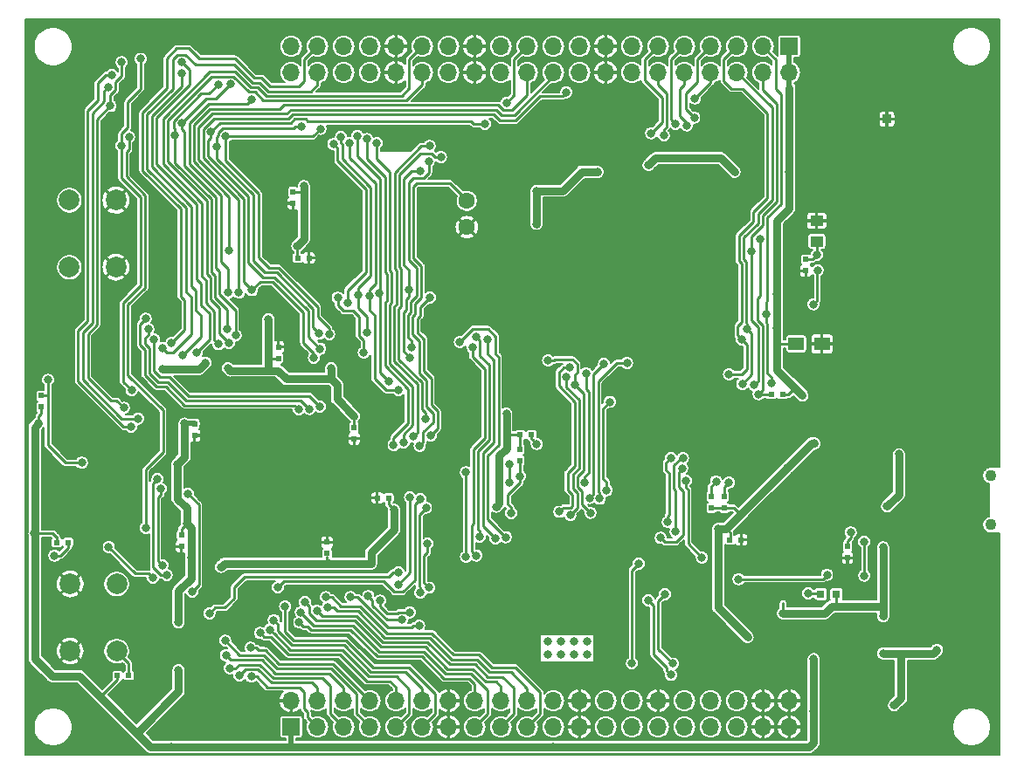
<source format=gbl>
G04 #@! TF.GenerationSoftware,KiCad,Pcbnew,(5.1.2)-1*
G04 #@! TF.CreationDate,2020-02-06T13:24:46+09:00*
G04 #@! TF.ProjectId,o2_breakout,6f325f62-7265-4616-9b6f-75742e6b6963,rev?*
G04 #@! TF.SameCoordinates,Original*
G04 #@! TF.FileFunction,Copper,L2,Bot*
G04 #@! TF.FilePolarity,Positive*
%FSLAX46Y46*%
G04 Gerber Fmt 4.6, Leading zero omitted, Abs format (unit mm)*
G04 Created by KiCad (PCBNEW (5.1.2)-1) date 2020-02-06 13:24:46*
%MOMM*%
%LPD*%
G04 APERTURE LIST*
%ADD10R,0.600000X0.500000*%
%ADD11R,0.500000X0.600000*%
%ADD12C,2.000000*%
%ADD13C,1.100000*%
%ADD14R,0.800000X0.750000*%
%ADD15R,0.850000X0.850000*%
%ADD16R,1.250000X1.000000*%
%ADD17C,1.600000*%
%ADD18R,1.500000X1.250000*%
%ADD19R,1.700000X1.700000*%
%ADD20O,1.700000X1.700000*%
%ADD21C,0.800000*%
%ADD22C,0.800000*%
%ADD23C,0.250000*%
%ADD24C,0.500000*%
%ADD25C,0.150000*%
G04 APERTURE END LIST*
D10*
X174679700Y-94742000D03*
X173579700Y-94742000D03*
D11*
X169062400Y-105744100D03*
X169062400Y-104644100D03*
X167792400Y-105744100D03*
X167792400Y-104644100D03*
D10*
X110244800Y-121996200D03*
X111344800Y-121996200D03*
D12*
X110164000Y-119634000D03*
X105664000Y-119634000D03*
X110164000Y-113134000D03*
X105664000Y-113134000D03*
X105583600Y-75895200D03*
X110083600Y-75895200D03*
X105583600Y-82395200D03*
X110083600Y-82395200D03*
D11*
X102844600Y-95952400D03*
X102844600Y-94852400D03*
X149250400Y-100064480D03*
X149250400Y-101164480D03*
D10*
X149259200Y-98653600D03*
X150359200Y-98653600D03*
X104352000Y-109093000D03*
X105452000Y-109093000D03*
D13*
X194881500Y-107365800D03*
X194881500Y-102616000D03*
D14*
X178396200Y-114109500D03*
X179896200Y-114109500D03*
D15*
X184802780Y-68021200D03*
D11*
X127246380Y-75088660D03*
X127246380Y-76188660D03*
D16*
X178015900Y-79879700D03*
X178015900Y-77879700D03*
D11*
X176951640Y-81646940D03*
X176951640Y-82746940D03*
X133172200Y-97925800D03*
X133172200Y-99025800D03*
D17*
X144094200Y-78498700D03*
X144094200Y-75958700D03*
D18*
X176024220Y-89827100D03*
X178524220Y-89827100D03*
D10*
X136516200Y-104775000D03*
X135416200Y-104775000D03*
D11*
X125844300Y-91236800D03*
X125844300Y-90136800D03*
X180987700Y-109495500D03*
X180987700Y-110595500D03*
D10*
X169583100Y-108839000D03*
X170683100Y-108839000D03*
D11*
X130556000Y-110185200D03*
X130556000Y-109085200D03*
X117729000Y-97608300D03*
X117729000Y-98708300D03*
D10*
X127694600Y-81495900D03*
X128794600Y-81495900D03*
D11*
X116446300Y-108377900D03*
X116446300Y-109477900D03*
D19*
X175336200Y-60960000D03*
D20*
X175336200Y-63500000D03*
X172796200Y-60960000D03*
X172796200Y-63500000D03*
X170256200Y-60960000D03*
X170256200Y-63500000D03*
X167716200Y-60960000D03*
X167716200Y-63500000D03*
X165176200Y-60960000D03*
X165176200Y-63500000D03*
X162636200Y-60960000D03*
X162636200Y-63500000D03*
X160096200Y-60960000D03*
X160096200Y-63500000D03*
X157556200Y-60960000D03*
X157556200Y-63500000D03*
X155016200Y-60960000D03*
X155016200Y-63500000D03*
X152476200Y-60960000D03*
X152476200Y-63500000D03*
X149936200Y-60960000D03*
X149936200Y-63500000D03*
X147396200Y-60960000D03*
X147396200Y-63500000D03*
X144856200Y-60960000D03*
X144856200Y-63500000D03*
X142316200Y-60960000D03*
X142316200Y-63500000D03*
X139776200Y-60960000D03*
X139776200Y-63500000D03*
X137236200Y-60960000D03*
X137236200Y-63500000D03*
X134696200Y-60960000D03*
X134696200Y-63500000D03*
X132156200Y-60960000D03*
X132156200Y-63500000D03*
X129616200Y-60960000D03*
X129616200Y-63500000D03*
X127076200Y-60960000D03*
X127076200Y-63500000D03*
X175336200Y-124460000D03*
X175336200Y-127000000D03*
X172796200Y-124460000D03*
X172796200Y-127000000D03*
X170256200Y-124460000D03*
X170256200Y-127000000D03*
X167716200Y-124460000D03*
X167716200Y-127000000D03*
X165176200Y-124460000D03*
X165176200Y-127000000D03*
X162636200Y-124460000D03*
X162636200Y-127000000D03*
X160096200Y-124460000D03*
X160096200Y-127000000D03*
X157556200Y-124460000D03*
X157556200Y-127000000D03*
X155016200Y-124460000D03*
X155016200Y-127000000D03*
X152476200Y-124460000D03*
X152476200Y-127000000D03*
X149936200Y-124460000D03*
X149936200Y-127000000D03*
X147396200Y-124460000D03*
X147396200Y-127000000D03*
X144856200Y-124460000D03*
X144856200Y-127000000D03*
X142316200Y-124460000D03*
X142316200Y-127000000D03*
X139776200Y-124460000D03*
X139776200Y-127000000D03*
X137236200Y-124460000D03*
X137236200Y-127000000D03*
X134696200Y-124460000D03*
X134696200Y-127000000D03*
X132156200Y-124460000D03*
X132156200Y-127000000D03*
X129616200Y-124460000D03*
X129616200Y-127000000D03*
X127076200Y-124460000D03*
D19*
X127076200Y-127000000D03*
D21*
X150847500Y-78184000D03*
X150847500Y-74966990D03*
X177708000Y-125434800D03*
X116738400Y-97561400D03*
X116977160Y-107241340D03*
X134823200Y-111151830D03*
X130784600Y-111151840D03*
X174142400Y-85013798D03*
X128305000Y-74501000D03*
X171297600Y-118262400D03*
X177708000Y-120405600D03*
X175352970Y-73135750D03*
X102196900Y-108216700D03*
X124876000Y-87425690D03*
X102621080Y-97520760D03*
X116055309Y-101472467D03*
X117383000Y-110568994D03*
X137060000Y-105914000D03*
X147927058Y-96586040D03*
X116154200Y-116862858D03*
X170037760Y-73134220D03*
X116154200Y-121478040D03*
X146944080Y-105623771D03*
X118773200Y-91646000D03*
X120936990Y-92176600D03*
X124891800Y-92405200D03*
X152455790Y-128909990D03*
X115417600Y-128904994D03*
X127060870Y-128905000D03*
X174142400Y-88315800D03*
X130944620Y-92163900D03*
X133172200Y-96824800D03*
X114642900Y-92252800D03*
X127685800Y-80340200D03*
X177787300Y-99479100D03*
X168465500Y-107784900D03*
X175171100Y-101866700D03*
X120269000Y-111467900D03*
X176618900Y-94843600D03*
X156763720Y-73134220D03*
X161709100Y-72466200D03*
X170637200Y-71856600D03*
X186928200Y-125707400D03*
X186923680Y-126738380D03*
X181543400Y-86172300D03*
X183321400Y-86172300D03*
X175752760Y-84343240D03*
X125025860Y-77246740D03*
X129565400Y-78752700D03*
X153543000Y-83248500D03*
X153543000Y-86741000D03*
X156273500Y-86741000D03*
X159131000Y-86741000D03*
X162052000Y-86741000D03*
X156273500Y-83248500D03*
X159131000Y-83248500D03*
X162052000Y-83248500D03*
X118897400Y-93776800D03*
X158496000Y-97790000D03*
X158496000Y-99631500D03*
X158496000Y-101409500D03*
X158231840Y-106773980D03*
X160365440Y-106773980D03*
X157236160Y-118412260D03*
X159016700Y-118414800D03*
X143974820Y-117909340D03*
X146969480Y-117881400D03*
X150131780Y-117909340D03*
X164528500Y-96139000D03*
X167259000Y-96139000D03*
X169926000Y-96139000D03*
X117510560Y-123959620D03*
X116499640Y-125036580D03*
X177190400Y-73558400D03*
X177139600Y-70053200D03*
X177139600Y-66802000D03*
X106172000Y-67297300D03*
X184942480Y-121737120D03*
X179247800Y-121691400D03*
X179230020Y-124020580D03*
X183972200Y-127622300D03*
X183946800Y-126492000D03*
X115491260Y-126111000D03*
X112821720Y-124912120D03*
X141960600Y-115468400D03*
X181559200Y-84759800D03*
X181559200Y-83312000D03*
X181559200Y-81711800D03*
X188976000Y-89535000D03*
X187248800Y-89535000D03*
X185420000Y-89535000D03*
X182676800Y-89560400D03*
X180949600Y-89560400D03*
X189313820Y-107711240D03*
X189318900Y-109004100D03*
X163936680Y-111780320D03*
X167198040Y-111699040D03*
X112826800Y-109004100D03*
X112826800Y-110490000D03*
X103357680Y-114020600D03*
X105422700Y-90512900D03*
X105448100Y-92163900D03*
X163573460Y-118252240D03*
X189326520Y-106301540D03*
X189484000Y-101015800D03*
X169392600Y-79984600D03*
X169392600Y-82270600D03*
X169418000Y-84683600D03*
X169418000Y-86969600D03*
X184942480Y-123007120D03*
X176479200Y-97561400D03*
X179095400Y-99618800D03*
X179070000Y-100888800D03*
X176352200Y-92532200D03*
X177292000Y-93599000D03*
X175437800Y-91440000D03*
X186148980Y-115478560D03*
X188048900Y-106299000D03*
X190865760Y-111607600D03*
X190847980Y-109997240D03*
X192224660Y-109989620D03*
X192199260Y-111597440D03*
X187746640Y-115481100D03*
X189362080Y-115473480D03*
X190738760Y-99809300D03*
X192161160Y-99791520D03*
X190738760Y-98412300D03*
X192168780Y-98386900D03*
X185315860Y-94912180D03*
X188346080Y-95242380D03*
X185318400Y-93573600D03*
X187337700Y-95229680D03*
X181858920Y-100832920D03*
X181843680Y-99740720D03*
X177111660Y-117195600D03*
X177111660Y-118465600D03*
X172105320Y-68262500D03*
X172110400Y-70053200D03*
X172092620Y-71854060D03*
X182874920Y-113604040D03*
X180973024Y-112833220D03*
X175313340Y-78582520D03*
X176286160Y-78582520D03*
X165635940Y-118252240D03*
X164719000Y-115389660D03*
X166136320Y-114858800D03*
X151955500Y-115519200D03*
X183476900Y-106392980D03*
X120192800Y-93776800D03*
X105448100Y-93789500D03*
X113271300Y-99910900D03*
X135382000Y-94742000D03*
X103586280Y-119166640D03*
X170896280Y-116133880D03*
X171866560Y-117134640D03*
X124955300Y-79857600D03*
X161485580Y-96128840D03*
X174795180Y-106126280D03*
X176827180Y-106126280D03*
X176827180Y-108158280D03*
X174795180Y-108158280D03*
X172763180Y-108158280D03*
X172763180Y-110190280D03*
X174795180Y-110190280D03*
X176827180Y-110190280D03*
X124460000Y-102108000D03*
X127000000Y-102108000D03*
X121920000Y-102108000D03*
X129539998Y-102108000D03*
X132080000Y-102108000D03*
X121920000Y-99568000D03*
X121920000Y-97028000D03*
X121920000Y-104648000D03*
X121920000Y-107188000D03*
X124460000Y-104648000D03*
X127000000Y-104648000D03*
X129540000Y-104648000D03*
X129540000Y-107188000D03*
X127000000Y-107188000D03*
X124460000Y-107188000D03*
X132080000Y-107188000D03*
X132080000Y-104648000D03*
X129540000Y-99568000D03*
X127000000Y-99568000D03*
X124460000Y-99568000D03*
X124460000Y-97028000D03*
X128524000Y-97536000D03*
X131064000Y-97536000D03*
X132080000Y-99568000D03*
X151765000Y-97599500D03*
X129560320Y-77216000D03*
X189496700Y-102113080D03*
X125120400Y-115443000D03*
X114932460Y-122814080D03*
X113860580Y-123845320D03*
X129560320Y-75618340D03*
X153611580Y-99057460D03*
X153611580Y-97602040D03*
X161925000Y-91967210D03*
X164909500Y-91967210D03*
X167830500Y-91967210D03*
X141160500Y-110490000D03*
X137541000Y-96075500D03*
X137541000Y-96964500D03*
X158455360Y-109790390D03*
X124917200Y-124079000D03*
X123952000Y-124053600D03*
X134162800Y-93751400D03*
X112039400Y-105232200D03*
X105689400Y-87249000D03*
X106299000Y-69062600D03*
X105587800Y-84353400D03*
X105537000Y-77927200D03*
X105562400Y-80213200D03*
X115112800Y-110134400D03*
X172212000Y-74498200D03*
X170865800Y-74498200D03*
X171500800Y-75692000D03*
X170840400Y-77012800D03*
X170027600Y-78028800D03*
X143014700Y-108546900D03*
X150571200Y-109613700D03*
X112433100Y-100558600D03*
X133162040Y-79865220D03*
X133162040Y-76499720D03*
X133139180Y-78153260D03*
X140306500Y-80381100D03*
X140306500Y-76190100D03*
X140306500Y-78222100D03*
X124993400Y-75184000D03*
X125387100Y-61836300D03*
X136855200Y-110109000D03*
X172770800Y-106108500D03*
X176394813Y-98479090D03*
X170383200Y-102298500D03*
X171132500Y-103060500D03*
X136829800Y-114985800D03*
X115117880Y-109043310D03*
X156298900Y-125742700D03*
X135966200Y-125730000D03*
X149453600Y-72859900D03*
X151511000Y-70840600D03*
X150444200Y-71882000D03*
X157873700Y-69761100D03*
X159804100Y-69786500D03*
X144894300Y-96189800D03*
X144919700Y-94272100D03*
X144945100Y-92468700D03*
X144907000Y-98425000D03*
X154457400Y-119976900D03*
X155727400Y-119976900D03*
X153187400Y-119976900D03*
X151917400Y-119976900D03*
X151917400Y-118706900D03*
X153187400Y-118706900D03*
X154457400Y-118706900D03*
X155727400Y-118706900D03*
X103428647Y-109473702D03*
X185500000Y-124900000D03*
X185978802Y-100533200D03*
X184429400Y-119852440D03*
X184439000Y-116258900D03*
X184434480Y-109580680D03*
X184824323Y-105591657D03*
X189661800Y-119507000D03*
X174726600Y-115976400D03*
X177162460Y-114038380D03*
X138592000Y-91138000D03*
X139562863Y-73022466D03*
X138468100Y-84594700D03*
X161963100Y-69392800D03*
X136532910Y-93451090D03*
X133475843Y-69640621D03*
X135645794Y-84902318D03*
X137449000Y-94313000D03*
X132743897Y-70326565D03*
X134671360Y-85127000D03*
X134430610Y-88681854D03*
X131902201Y-69748400D03*
X133604000Y-85102700D03*
X117934035Y-90692535D03*
X116484400Y-62484000D03*
X116557591Y-90886769D03*
X116471700Y-63538100D03*
X115482928Y-89745163D03*
X114617500Y-90246200D03*
X123271280Y-84615020D03*
X129273543Y-91183912D03*
X153746200Y-65405000D03*
X129870200Y-95910400D03*
X122015769Y-84856059D03*
X113795825Y-89404681D03*
X128843790Y-96148484D03*
X113220500Y-88404700D03*
X123220285Y-66105004D03*
X120996771Y-84849737D03*
X127812800Y-96189800D03*
X112979200Y-87388700D03*
X121056398Y-80784700D03*
X129881790Y-90294652D03*
X147970673Y-66427333D03*
X145872200Y-68491100D03*
X119298000Y-69261159D03*
X130757944Y-88889514D03*
X120745665Y-69667460D03*
X129895600Y-68962110D03*
X129758939Y-88844641D03*
X119865516Y-70677141D03*
X128066800Y-68741176D03*
X120881449Y-88420304D03*
X115835205Y-69571253D03*
X119989600Y-64655700D03*
X121701112Y-88999172D03*
X116479226Y-68435126D03*
X121183400Y-64631410D03*
X111607600Y-94322900D03*
X112496600Y-62179200D03*
X110628590Y-70602969D03*
X110845600Y-96037400D03*
X109562900Y-66751200D03*
X110655100Y-62509400D03*
X112242600Y-97078802D03*
X109333190Y-64909230D03*
X111556800Y-97866200D03*
X109677200Y-63754000D03*
X137002933Y-99635470D03*
X134426023Y-69952363D03*
X166204900Y-66014600D03*
X137972073Y-99388909D03*
X135351520Y-70358000D03*
X166128700Y-67868800D03*
X138905391Y-98823472D03*
X140487400Y-70637400D03*
X165430200Y-68618100D03*
X140090032Y-97097504D03*
X141579600Y-71691500D03*
X164325300Y-68478400D03*
X138780690Y-90122000D03*
X140417008Y-72087628D03*
X163182300Y-69608700D03*
X181293337Y-108133530D03*
X147849876Y-108581968D03*
X163574890Y-107122818D03*
X163865105Y-100905052D03*
X143421100Y-89649300D03*
X166878000Y-110566200D03*
X145009467Y-110359550D03*
X165341300Y-103098600D03*
X144638089Y-90130183D03*
X145338800Y-108546900D03*
X164964997Y-101903484D03*
X162888142Y-108659142D03*
X144984023Y-89111696D03*
X146860218Y-108725498D03*
X164328996Y-108061783D03*
X165040210Y-100906305D03*
X146088100Y-89433400D03*
X117078000Y-104380200D03*
X117496313Y-113864115D03*
X121107200Y-121285000D03*
X112972579Y-107709810D03*
X111353600Y-69761100D03*
X178022422Y-81191100D03*
X121056400Y-89763600D03*
X120040400Y-89865200D03*
X134112001Y-90678001D03*
X131589780Y-85359240D03*
X178089000Y-82692500D03*
X177673000Y-85979000D03*
X151973280Y-91427300D03*
X156070300Y-106222800D03*
X171286010Y-88344000D03*
X170786500Y-93741500D03*
X154599640Y-93835220D03*
X157959500Y-95456000D03*
X157651401Y-104019401D03*
X172492510Y-79629000D03*
X172372020Y-94719140D03*
X122043899Y-121993099D03*
X123209006Y-122115443D03*
X134546667Y-114318948D03*
X137800686Y-116594921D03*
X171643040Y-80815180D03*
X171914080Y-93830144D03*
X153736935Y-93064216D03*
X154114500Y-106452510D03*
X161696400Y-114706400D03*
X140137676Y-105726209D03*
X163877890Y-121951678D03*
X139573000Y-113982500D03*
X163296600Y-114122200D03*
X137427273Y-113160953D03*
X138587476Y-104730710D03*
X164075358Y-120852392D03*
X157387710Y-91766810D03*
X155968922Y-104772789D03*
X150876002Y-99542600D03*
X173609000Y-93604080D03*
X173113698Y-86979760D03*
X154063835Y-92119155D03*
X148399500Y-106260900D03*
X149263100Y-102666800D03*
X153077337Y-106120090D03*
X139576116Y-104898771D03*
X159613600Y-91694000D03*
X156972000Y-104851200D03*
X125771411Y-113460530D03*
X132827870Y-114401600D03*
X139476480Y-117165120D03*
X138558067Y-115869911D03*
X135692086Y-114740480D03*
X140277317Y-109220000D03*
X140441011Y-113485954D03*
X160761680Y-111155480D03*
X144018000Y-110490000D03*
X160096200Y-120827800D03*
X144018001Y-102298499D03*
X130619870Y-115383218D03*
X130429000Y-114401600D03*
X114123101Y-102941762D03*
X115008331Y-112254884D03*
X120750671Y-120045196D03*
X114452400Y-103886000D03*
X114604433Y-111340067D03*
X120688100Y-118630700D03*
X155644003Y-92674017D03*
X155535460Y-103273739D03*
X148252180Y-103273749D03*
X148218410Y-101473485D03*
X169501820Y-92776038D03*
X170738800Y-89408000D03*
X139530240Y-99728440D03*
X170434000Y-112649000D03*
X182618380Y-112318800D03*
X178998880Y-112227360D03*
X182608218Y-109021880D03*
X109400340Y-109547660D03*
X113667540Y-112524540D03*
X119150290Y-115995170D03*
X104140000Y-110363000D03*
X137490200Y-112014000D03*
X168249600Y-103174800D03*
X169506899Y-103263700D03*
X128396422Y-114887624D03*
X129565224Y-115706478D03*
X127858855Y-116863921D03*
X128018318Y-115867052D03*
X125399800Y-116636800D03*
X126496411Y-115316000D03*
X124062685Y-117887108D03*
X125006587Y-117556876D03*
X123140300Y-119315400D03*
X131165600Y-70459600D03*
X140589000Y-98742500D03*
X132524500Y-85852000D03*
X140538200Y-85331300D03*
X103505000Y-93319600D03*
X106781600Y-101371400D03*
D22*
X150847500Y-78184000D02*
X150847500Y-74966990D01*
D23*
X137060000Y-105914000D02*
X136524200Y-105378200D01*
X136524200Y-105378200D02*
X136524200Y-104995000D01*
X130556000Y-110464600D02*
X130556000Y-111151830D01*
D22*
X177698400Y-125444400D02*
X177708000Y-125434800D01*
X177708000Y-125434800D02*
X177708000Y-120405600D01*
D24*
X175336200Y-60985400D02*
X175336200Y-64810640D01*
D23*
X176024220Y-89827100D02*
X174470060Y-89827100D01*
X116446300Y-107772200D02*
X116977160Y-107241340D01*
X116446300Y-108377900D02*
X116446300Y-107772200D01*
D24*
X116738400Y-97561400D02*
X117779800Y-97561400D01*
D22*
X102196900Y-108216700D02*
X102209600Y-108204000D01*
D23*
X127153760Y-75077320D02*
X128435100Y-75077320D01*
D22*
X124866400Y-87435290D02*
X124876000Y-87425690D01*
X124866400Y-92379800D02*
X124866400Y-87435290D01*
D23*
X124790200Y-91236800D02*
X125844300Y-91236800D01*
X149250400Y-98628200D02*
X147793800Y-98628200D01*
X149250400Y-100064480D02*
X149250400Y-98628200D01*
D22*
X116154200Y-121478040D02*
X116154200Y-123560840D01*
X116154200Y-123560840D02*
X112130840Y-127584200D01*
D24*
X127076200Y-127000000D02*
X127076200Y-128889670D01*
D23*
X110244800Y-122419200D02*
X108534200Y-124129800D01*
X110244800Y-122021600D02*
X110244800Y-122419200D01*
D22*
X177708000Y-128496620D02*
X177708000Y-125434800D01*
X177294630Y-128909990D02*
X177708000Y-128496620D01*
X102221081Y-97920759D02*
X102221081Y-120356681D01*
X102621080Y-97520760D02*
X102221081Y-97920759D01*
X102221081Y-120356681D02*
X103936800Y-122072400D01*
X103936800Y-122072400D02*
X106553000Y-122072400D01*
X106553000Y-122072400D02*
X113390590Y-128909990D01*
X113390590Y-128909990D02*
X177294630Y-128909990D01*
X116738400Y-97561400D02*
X116738400Y-100789376D01*
X116738400Y-100789376D02*
X116055309Y-101472467D01*
D23*
X102844600Y-96621600D02*
X102844600Y-95952400D01*
X102621080Y-96845120D02*
X102844600Y-96621600D01*
X102621080Y-97520760D02*
X102621080Y-96845120D01*
D22*
X116154200Y-113792000D02*
X116154200Y-116862858D01*
X117383000Y-112563200D02*
X116154200Y-113792000D01*
X117383000Y-107647180D02*
X117383000Y-112563200D01*
X116977160Y-107241340D02*
X117383000Y-107647180D01*
X116078000Y-101495158D02*
X116055309Y-101472467D01*
X116078000Y-104860200D02*
X116078000Y-101495158D01*
X116977160Y-105759362D02*
X116078000Y-104860200D01*
X116977160Y-107241340D02*
X116977160Y-105759362D01*
X147927058Y-99976942D02*
X147927058Y-96586040D01*
X147218400Y-105349451D02*
X147218400Y-100685600D01*
X146944080Y-105623771D02*
X147218400Y-105349451D01*
X147218400Y-100685600D02*
X147927058Y-99976942D01*
D23*
X133172200Y-97866200D02*
X133172200Y-96824800D01*
D22*
X130944620Y-93230700D02*
X130944620Y-92163900D01*
X131531360Y-93817440D02*
X130944620Y-93230700D01*
X133172200Y-96824800D02*
X131531360Y-95183960D01*
X131531360Y-95183960D02*
X131531360Y-93817440D01*
X121168390Y-92408000D02*
X120936990Y-92176600D01*
X125765820Y-92408000D02*
X121168390Y-92408000D01*
X126591060Y-93233240D02*
X125765820Y-92408000D01*
X130942080Y-93233240D02*
X126591060Y-93233240D01*
X118166400Y-92252800D02*
X114642900Y-92252800D01*
X118773200Y-91646000D02*
X118166400Y-92252800D01*
X127685800Y-80302100D02*
X127685800Y-80340200D01*
X128305560Y-74501560D02*
X128305560Y-79682340D01*
X128305560Y-79682340D02*
X127685800Y-80302100D01*
D23*
X127685800Y-81398200D02*
X127685800Y-80340200D01*
D22*
X137060000Y-107859500D02*
X137060000Y-105914000D01*
X134823200Y-111151830D02*
X134823200Y-110096300D01*
X134823200Y-110096300D02*
X137060000Y-107859500D01*
D23*
X168292400Y-105744100D02*
X168296300Y-105740200D01*
X167792400Y-105744100D02*
X168292400Y-105744100D01*
X169964100Y-105740200D02*
X170745150Y-106521250D01*
X168296300Y-105740200D02*
X169964100Y-105740200D01*
D22*
X168465500Y-115430300D02*
X168465500Y-107784900D01*
X171297600Y-118262400D02*
X168465500Y-115430300D01*
X169240200Y-107784900D02*
X168465500Y-107784900D01*
X177787300Y-99479100D02*
X177546000Y-99479100D01*
X177546000Y-99479100D02*
X169240200Y-107784900D01*
D23*
X169608500Y-108140500D02*
X169418000Y-107950000D01*
X169608500Y-108949400D02*
X169608500Y-108140500D01*
D22*
X120585070Y-111151830D02*
X120269000Y-111467900D01*
X134823200Y-111151830D02*
X120585070Y-111151830D01*
X150847500Y-74966990D02*
X153379010Y-74966990D01*
X153379010Y-74966990D02*
X155211780Y-73134220D01*
X174152000Y-77886000D02*
X174152000Y-92376700D01*
X175353980Y-64996060D02*
X175353980Y-76684020D01*
X175353980Y-76684020D02*
X174152000Y-77886000D01*
X174152000Y-92376700D02*
X176618900Y-94843600D01*
X155211780Y-73134220D02*
X156763720Y-73134220D01*
X168709340Y-71805800D02*
X170037760Y-73134220D01*
X162382200Y-71805800D02*
X168709340Y-71805800D01*
X161709100Y-72466200D02*
X161721800Y-72466200D01*
X161721800Y-72466200D02*
X162382200Y-71805800D01*
D23*
X175260000Y-94767400D02*
X175768000Y-94259400D01*
X174667000Y-94767400D02*
X175260000Y-94767400D01*
X102196900Y-108216700D02*
X103962200Y-108216700D01*
X104248750Y-108489750D02*
X104235250Y-108489750D01*
X104352000Y-108593000D02*
X104248750Y-108489750D01*
X104352000Y-109093000D02*
X104352000Y-108593000D01*
X103962200Y-108216700D02*
X104235250Y-108489750D01*
X104235250Y-108489750D02*
X104330500Y-108585000D01*
D22*
X185978802Y-104437178D02*
X185978802Y-100533200D01*
X184824323Y-105591657D02*
X185978802Y-104437178D01*
X184429400Y-119852440D02*
X189316360Y-119852440D01*
X189316360Y-119852440D02*
X189661800Y-119507000D01*
X186187080Y-124212920D02*
X185500000Y-124900000D01*
X186187080Y-120147080D02*
X186187080Y-124212920D01*
X184439000Y-116258900D02*
X184439000Y-109590280D01*
D23*
X179903120Y-114107660D02*
X179903120Y-115153440D01*
X174739300Y-114985800D02*
X174739300Y-115954900D01*
D22*
X178765200Y-115976400D02*
X174726600Y-115976400D01*
X184388760Y-115288060D02*
X179453540Y-115288060D01*
X179453540Y-115288060D02*
X178765200Y-115976400D01*
D23*
X178414680Y-114038380D02*
X177162460Y-114038380D01*
X163004500Y-68351400D02*
X161963100Y-69392800D01*
X163004500Y-65913000D02*
X163004500Y-68351400D01*
X161353500Y-64262000D02*
X163004500Y-65913000D01*
X162636200Y-60960000D02*
X161353500Y-62242700D01*
X161353500Y-62242700D02*
X161353500Y-64262000D01*
X138762734Y-73022466D02*
X139562863Y-73022466D01*
X137998200Y-73787000D02*
X138762734Y-73022466D01*
X137998200Y-82169000D02*
X137998200Y-73787000D01*
X138468100Y-82638900D02*
X137998200Y-82169000D01*
X137960100Y-90506100D02*
X137960099Y-86764990D01*
X138592000Y-91138000D02*
X137960100Y-90506100D01*
X137960099Y-86764990D02*
X138210267Y-86514822D01*
X138210267Y-86514822D02*
X138210267Y-85500233D01*
X138210267Y-85500233D02*
X138468100Y-85242400D01*
X138468100Y-85242400D02*
X138468100Y-82638900D01*
X133475843Y-71602853D02*
X133475843Y-69640621D01*
X135676511Y-73803521D02*
X133475843Y-71602853D01*
X135676511Y-92594691D02*
X135676511Y-73803521D01*
X136532910Y-93451090D02*
X135676511Y-92594691D01*
X136248315Y-94313000D02*
X137449000Y-94313000D01*
X135155611Y-93220296D02*
X136248315Y-94313000D01*
X135155611Y-87073411D02*
X135155611Y-93220296D01*
X132743897Y-71783897D02*
X135226500Y-74266500D01*
X132743897Y-70326565D02*
X132743897Y-71783897D01*
X135226500Y-74266500D02*
X135226500Y-84013600D01*
X135226500Y-84013600D02*
X134632700Y-84607400D01*
X134632700Y-84607400D02*
X134632700Y-86550500D01*
X134632700Y-86550500D02*
X135155611Y-87073411D01*
X131902201Y-70314085D02*
X131902201Y-69748400D01*
X132022011Y-70433895D02*
X131902201Y-70314085D01*
X132022011Y-71898800D02*
X132022011Y-70433895D01*
X134430610Y-87173910D02*
X133604000Y-86347300D01*
X134430610Y-88681854D02*
X134430610Y-87173910D01*
X133604000Y-86347300D02*
X133604000Y-84416900D01*
X133604000Y-84416900D02*
X134776489Y-83244411D01*
X134776489Y-83244411D02*
X134776489Y-74653278D01*
X134776489Y-74653278D02*
X132022011Y-71898800D01*
X117934035Y-83580535D02*
X118350459Y-83996959D01*
X118350459Y-83996959D02*
X118350460Y-86057348D01*
X118350460Y-86057348D02*
X119189500Y-86896388D01*
X119189500Y-86896388D02*
X119189500Y-89437070D01*
X119189500Y-89437070D02*
X117934035Y-90692535D01*
X117934035Y-76268155D02*
X117934035Y-83580535D01*
X114046000Y-72380120D02*
X117934035Y-76268155D01*
X114046000Y-67928070D02*
X114046000Y-72380120D01*
X117271800Y-64702269D02*
X114046000Y-67928070D01*
X117271800Y-63271400D02*
X117271800Y-64702269D01*
X116484400Y-62484000D02*
X117271800Y-63271400D01*
X116471700Y-64865960D02*
X116471700Y-63538100D01*
X113576100Y-67761560D02*
X116471700Y-64865960D01*
X113576100Y-72671080D02*
X113576100Y-67761560D01*
X117424200Y-76519180D02*
X113576100Y-72671080D01*
X118338600Y-89105760D02*
X118338600Y-87058500D01*
X116557591Y-90886769D02*
X118338600Y-89105760D01*
X118338600Y-87058500D02*
X117856000Y-86575900D01*
X117856000Y-86575900D02*
X117856000Y-84658200D01*
X117856000Y-84658200D02*
X117424200Y-84226400D01*
X117424200Y-84226400D02*
X117424200Y-76519180D01*
X128346200Y-62230000D02*
X129616200Y-60960000D01*
X127838200Y-64858900D02*
X128346200Y-64350900D01*
X128346200Y-64350900D02*
X128346200Y-62230000D01*
X123521003Y-64029973D02*
X124191283Y-64029973D01*
X116370100Y-76737901D02*
X112676078Y-73043879D01*
X121644830Y-62153800D02*
X123521003Y-64029973D01*
X112676078Y-73043879D02*
X112676078Y-67388760D01*
X116370100Y-85217000D02*
X116370100Y-76737901D01*
X112676078Y-67388760D02*
X115035895Y-65028945D01*
X115035895Y-62116404D02*
X116001799Y-61150500D01*
X116763800Y-85610700D02*
X116370100Y-85217000D01*
X116763800Y-88464292D02*
X116763800Y-85610700D01*
X115035895Y-65028945D02*
X115035895Y-62116404D01*
X116001799Y-61150500D02*
X117132100Y-61150500D01*
X117132100Y-61150500D02*
X118135400Y-62153800D01*
X118135400Y-62153800D02*
X121644830Y-62153800D01*
X115482928Y-89745163D02*
X116763800Y-88464292D01*
X124191283Y-64029973D02*
X125020210Y-64858900D01*
X125020210Y-64858900D02*
X127838200Y-64858900D01*
X129616200Y-64702081D02*
X129616200Y-63500000D01*
X124841000Y-65316100D02*
X129002181Y-65316100D01*
X117405990Y-85300390D02*
X116890800Y-84785200D01*
X117405990Y-88895104D02*
X117405990Y-85300390D01*
X115654894Y-90646199D02*
X117405990Y-88895104D01*
X115017499Y-90646199D02*
X115654894Y-90646199D01*
X115589050Y-65112200D02*
X115589050Y-62199659D01*
X114617500Y-90246200D02*
X115017499Y-90646199D01*
X116890800Y-84785200D02*
X116890800Y-76622190D01*
X116890800Y-76622190D02*
X113126089Y-72857479D01*
X129002181Y-65316100D02*
X129616200Y-64702081D01*
X113126089Y-72857479D02*
X113126089Y-67575160D01*
X115589050Y-62199659D02*
X116029709Y-61758999D01*
X124004883Y-64479983D02*
X124841000Y-65316100D01*
X113126089Y-67575160D02*
X115589050Y-65112200D01*
X116029709Y-61758999D02*
X116838899Y-61758999D01*
X116838899Y-61758999D02*
X117792500Y-62712600D01*
X117792500Y-62712600D02*
X121567220Y-62712600D01*
X121567220Y-62712600D02*
X123334603Y-64479983D01*
X123334603Y-64479983D02*
X124004883Y-64479983D01*
X129273543Y-90767143D02*
X129273543Y-91183912D01*
X128257300Y-89750900D02*
X129273543Y-90767143D01*
X128257300Y-86779100D02*
X128257300Y-89750900D01*
X125298200Y-83820000D02*
X128257300Y-86779100D01*
X123271280Y-84615020D02*
X124066300Y-83820000D01*
X124066300Y-83820000D02*
X125298200Y-83820000D01*
X153346201Y-65804999D02*
X153746200Y-65405000D01*
X151161801Y-65804999D02*
X153346201Y-65804999D01*
X148818600Y-68148200D02*
X151161801Y-65804999D01*
X147312812Y-68148200D02*
X148818600Y-68148200D01*
X146730767Y-67566155D02*
X147312812Y-68148200D01*
X127203870Y-67566155D02*
X146730767Y-67566155D01*
X126826700Y-67943322D02*
X127203870Y-67566155D01*
X122491500Y-83835240D02*
X122491500Y-75734332D01*
X123271280Y-84615020D02*
X122491500Y-83835240D01*
X122491500Y-75734332D02*
X118554269Y-71797101D01*
X118554269Y-71797101D02*
X118554269Y-68979571D01*
X118554269Y-68979571D02*
X119590519Y-67943322D01*
X119590519Y-67943322D02*
X126826700Y-67943322D01*
X113795825Y-92478727D02*
X113795825Y-89404681D01*
X114384376Y-93067278D02*
X113795825Y-92478727D01*
X115304980Y-93067278D02*
X114384376Y-93067278D01*
X117106700Y-94869000D02*
X115304980Y-93067278D01*
X128828800Y-94869000D02*
X117106700Y-94869000D01*
X129870200Y-95910400D02*
X128828800Y-94869000D01*
X122015769Y-84856059D02*
X122015769Y-75895012D01*
X122015769Y-75895012D02*
X118104258Y-71983501D01*
X118104258Y-71983501D02*
X118104258Y-68793171D01*
X118104258Y-68793171D02*
X119404119Y-67493311D01*
X119404119Y-67493311D02*
X126640302Y-67493310D01*
X126640302Y-67493310D02*
X127017470Y-67116144D01*
X127017470Y-67116144D02*
X146963865Y-67116144D01*
X146963865Y-67116144D02*
X147457010Y-67609289D01*
X147457010Y-67609289D02*
X148697111Y-67609289D01*
X152476200Y-63830200D02*
X152476200Y-63512700D01*
X148697111Y-67609289D02*
X152476200Y-63830200D01*
X128014317Y-95319011D02*
X128843790Y-96148484D01*
X116920301Y-95319011D02*
X128014317Y-95319011D01*
X115118580Y-93517289D02*
X116920301Y-95319011D01*
X114197976Y-93517289D02*
X115118580Y-93517289D01*
X113220500Y-88404700D02*
X113220500Y-88963500D01*
X113220500Y-88963500D02*
X112939999Y-89244001D01*
X112939999Y-89244001D02*
X112939999Y-89800599D01*
X112939999Y-89800599D02*
X113345815Y-90206415D01*
X113345815Y-90206415D02*
X113345815Y-92665127D01*
X113345815Y-92665127D02*
X114197976Y-93517289D01*
X122820286Y-66505003D02*
X123220285Y-66105004D01*
X120996771Y-82553527D02*
X120307100Y-81863856D01*
X120307100Y-81863856D02*
X120307100Y-75459166D01*
X120996771Y-84849737D02*
X120996771Y-82553527D01*
X119119607Y-66505003D02*
X122820286Y-66505003D01*
X117204236Y-68420371D02*
X119119607Y-66505003D01*
X117204236Y-72356302D02*
X117204236Y-68420371D01*
X120307100Y-75459166D02*
X117204236Y-72356302D01*
X127419100Y-95796100D02*
X127812800Y-96189800D01*
X116760980Y-95796100D02*
X127419100Y-95796100D01*
X114932180Y-93967300D02*
X116760980Y-95796100D01*
X112979200Y-87388700D02*
X112445800Y-87922100D01*
X112445800Y-87922100D02*
X112445800Y-89942810D01*
X112445800Y-89942810D02*
X112895805Y-90392815D01*
X112895805Y-90392815D02*
X112895805Y-92851529D01*
X112895805Y-92851529D02*
X114011576Y-93967300D01*
X114011576Y-93967300D02*
X114932180Y-93967300D01*
X121056398Y-75572052D02*
X117654247Y-72169901D01*
X121056398Y-80784700D02*
X121056398Y-75572052D01*
X117654247Y-72169901D02*
X117654247Y-68606771D01*
X149936200Y-65671700D02*
X149936200Y-63601600D01*
X148450495Y-67157405D02*
X149936200Y-65671700D01*
X147641536Y-67157405D02*
X148450495Y-67157405D01*
X147150264Y-66666133D02*
X147641536Y-67157405D01*
X126348467Y-66666133D02*
X147150264Y-66666133D01*
X125971300Y-67043300D02*
X126348467Y-66666133D01*
X119217720Y-67043300D02*
X125971300Y-67043300D01*
X117654247Y-68606771D02*
X119217720Y-67043300D01*
X148666200Y-62230000D02*
X149936200Y-60960000D01*
X148666200Y-65731806D02*
X148666200Y-62230000D01*
X147970673Y-66427333D02*
X148666200Y-65731806D01*
X128701800Y-68237100D02*
X144513300Y-68237100D01*
X144767300Y-68491100D02*
X145872200Y-68491100D01*
X144513300Y-68237100D02*
X144767300Y-68491100D01*
X128480866Y-68016166D02*
X128701800Y-68237100D01*
X127424134Y-68016166D02*
X128480866Y-68016166D01*
X127046967Y-68393333D02*
X127424134Y-68016166D01*
X120165826Y-68393333D02*
X127046967Y-68393333D01*
X119298000Y-69261159D02*
X120165826Y-68393333D01*
X129881790Y-90294652D02*
X128708989Y-89121851D01*
X128708989Y-89121851D02*
X128708989Y-86594378D01*
X128708989Y-86594378D02*
X125484600Y-83369989D01*
X125484600Y-83369989D02*
X124340189Y-83369989D01*
X124340189Y-83369989D02*
X122941511Y-81971311D01*
X122941511Y-81971311D02*
X122941511Y-75547932D01*
X122941511Y-75547932D02*
X119049800Y-71656221D01*
X119049800Y-71656221D02*
X119049800Y-70075044D01*
X119049800Y-70075044D02*
X119298000Y-69826844D01*
X119298000Y-69826844D02*
X119298000Y-69261159D01*
X129190250Y-69667460D02*
X129895600Y-68962110D01*
X120745665Y-69667460D02*
X129190250Y-69667460D01*
X130757944Y-88327244D02*
X130757944Y-88889514D01*
X129641600Y-87210900D02*
X130757944Y-88327244D01*
X129641600Y-86254167D02*
X129641600Y-87210900D01*
X125857400Y-82469967D02*
X129641600Y-86254167D01*
X124913367Y-82469967D02*
X125857400Y-82469967D01*
X123926600Y-81483200D02*
X124913367Y-82469967D01*
X123926600Y-75260200D02*
X123926600Y-81483200D01*
X120745665Y-72079265D02*
X123926600Y-75260200D01*
X120745665Y-69667460D02*
X120745665Y-72079265D01*
X128066800Y-68741176D02*
X127501115Y-68741176D01*
X127501115Y-68741176D02*
X127300392Y-68941899D01*
X127300392Y-68941899D02*
X120419057Y-68941899D01*
X120419057Y-68941899D02*
X120023002Y-69337954D01*
X120023002Y-69337954D02*
X120023002Y-69562598D01*
X120023002Y-69562598D02*
X119862600Y-69723000D01*
X119862600Y-69723000D02*
X119862600Y-71832610D01*
X119862600Y-71832610D02*
X123391522Y-75361532D01*
X123391522Y-75361532D02*
X123391522Y-81773622D01*
X123391522Y-81773622D02*
X124537878Y-82919978D01*
X124537878Y-82919978D02*
X125671000Y-82919978D01*
X125671000Y-82919978D02*
X129159000Y-86407978D01*
X129159000Y-86407978D02*
X129159000Y-88244702D01*
X129159000Y-88244702D02*
X129758939Y-88844641D01*
X119087900Y-65557400D02*
X119989600Y-64655700D01*
X118325900Y-65557400D02*
X119087900Y-65557400D01*
X115671600Y-68211700D02*
X118325900Y-65557400D01*
X115671600Y-68841963D02*
X115671600Y-68211700D01*
X115835205Y-69571253D02*
X115835205Y-69005568D01*
X115835205Y-69005568D02*
X115671600Y-68841963D01*
X115835205Y-72260093D02*
X115835205Y-69571253D01*
X120881449Y-88420304D02*
X120881449Y-86489849D01*
X119352922Y-75777810D02*
X115835205Y-72260093D01*
X119352922Y-82859300D02*
X119352922Y-75777810D01*
X119700491Y-83206869D02*
X119352922Y-82859300D01*
X119700491Y-85308891D02*
X119700491Y-83206869D01*
X120881449Y-86489849D02*
X119700491Y-85308891D01*
X119774810Y-66040000D02*
X121183400Y-64631410D01*
X116479226Y-68435126D02*
X118874352Y-66040000D01*
X118874352Y-66040000D02*
X119774810Y-66040000D01*
X121701112Y-88999172D02*
X121701112Y-86581380D01*
X116479226Y-69000811D02*
X116479226Y-68435126D01*
X116752213Y-69273798D02*
X116479226Y-69000811D01*
X116752213Y-72540690D02*
X116752213Y-69273798D01*
X119802933Y-75591410D02*
X116752213Y-72540690D01*
X119802933Y-82461500D02*
X119802933Y-75591410D01*
X120150502Y-82809069D02*
X119802933Y-82461500D01*
X120150502Y-85030770D02*
X120150502Y-82809069D01*
X121701112Y-86581380D02*
X120150502Y-85030770D01*
X110628590Y-73774600D02*
X110628590Y-70602969D01*
X112471200Y-75617210D02*
X110628590Y-73774600D01*
X111607600Y-94322900D02*
X110801989Y-93517289D01*
X110801989Y-93517289D02*
X110801989Y-85856100D01*
X112471200Y-84186889D02*
X112471200Y-75617210D01*
X110801989Y-85856100D02*
X112471200Y-84186889D01*
X110628590Y-69451208D02*
X110628590Y-70602969D01*
X111232950Y-68846848D02*
X110628590Y-69451208D01*
X111232950Y-66363850D02*
X111232950Y-68846848D01*
X112496600Y-62179200D02*
X112496600Y-65100200D01*
X112496600Y-65100200D02*
X111232950Y-66363850D01*
X110655100Y-63855600D02*
X110655100Y-62509400D01*
X110058200Y-64452500D02*
X110655100Y-63855600D01*
X110058200Y-65214500D02*
X110058200Y-64452500D01*
X109562900Y-65709800D02*
X110058200Y-65214500D01*
X109562900Y-66751200D02*
X109562900Y-65709800D01*
X110159800Y-95351600D02*
X110845600Y-96037400D01*
X109562900Y-66751200D02*
X108267500Y-68046600D01*
X108267500Y-68046600D02*
X108267500Y-87993531D01*
X108267500Y-87993531D02*
X107378500Y-88882531D01*
X107378500Y-88882531D02*
X107378500Y-93154502D01*
X107378500Y-93154502D02*
X109575599Y-95351600D01*
X109575599Y-95351600D02*
X110159800Y-95351600D01*
X112242600Y-97078802D02*
X110666391Y-97078802D01*
X110666391Y-97078802D02*
X106864989Y-93277400D01*
X108933191Y-65309229D02*
X109333190Y-64909230D01*
X108933191Y-66314109D02*
X108933191Y-65309229D01*
X107817489Y-67429811D02*
X108933191Y-66314109D01*
X107817489Y-87807132D02*
X107817489Y-67429811D01*
X106864989Y-88759632D02*
X107817489Y-87807132D01*
X106864989Y-93277400D02*
X106864989Y-88759632D01*
X107367478Y-67206722D02*
X107367478Y-87620732D01*
X107367478Y-87620732D02*
X106414978Y-88573232D01*
X106414978Y-88573232D02*
X106414978Y-93463800D01*
X106414978Y-93463800D02*
X110817378Y-97866200D01*
X110817378Y-97866200D02*
X111556800Y-97866200D01*
X108346607Y-66227593D02*
X107367478Y-67206722D01*
X108346607Y-64518908D02*
X108346607Y-66227593D01*
X109111515Y-63754000D02*
X108346607Y-64518908D01*
X109677200Y-63754000D02*
X109111515Y-63754000D01*
X134426023Y-71916623D02*
X134426023Y-69952363D01*
X136198156Y-73688756D02*
X134426023Y-71916623D01*
X136198156Y-82914600D02*
X136198156Y-73688756D01*
X136375956Y-83092400D02*
X136198156Y-82914600D01*
X136375956Y-85614524D02*
X136375956Y-83092400D01*
X136159180Y-91950178D02*
X136159180Y-85831300D01*
X138401500Y-94192498D02*
X136159180Y-91950178D01*
X138401500Y-97551500D02*
X138401500Y-94192498D01*
X136159180Y-85831300D02*
X136375956Y-85614524D01*
X137002933Y-98950067D02*
X138401500Y-97551500D01*
X137002933Y-99635470D02*
X137002933Y-98950067D01*
X167716200Y-64503300D02*
X166204900Y-66014600D01*
X167716200Y-63500000D02*
X167716200Y-64503300D01*
X136648167Y-73135467D02*
X135351520Y-71838820D01*
X136648167Y-82728200D02*
X136648167Y-73135467D01*
X136830664Y-82910697D02*
X136648167Y-82728200D01*
X136830664Y-85807947D02*
X136830664Y-82910697D01*
X135351520Y-71838820D02*
X135351520Y-70358000D01*
X137972073Y-98617338D02*
X138851511Y-97737900D01*
X137972073Y-99388909D02*
X137972073Y-98617338D01*
X138851511Y-97737900D02*
X138851511Y-94006098D01*
X138851511Y-94006098D02*
X136609191Y-91763778D01*
X136609191Y-91763778D02*
X136609191Y-86029420D01*
X136609191Y-86029420D02*
X136830664Y-85807947D01*
X166446200Y-64415810D02*
X165309601Y-65552409D01*
X165309601Y-65552409D02*
X165309601Y-67049701D01*
X165309601Y-67049701D02*
X166128700Y-67868800D01*
X167716200Y-60960000D02*
X166446200Y-62230000D01*
X166446200Y-62230000D02*
X166446200Y-64415810D01*
X165176200Y-63500000D02*
X165176200Y-64702081D01*
X164749501Y-65128780D02*
X164749501Y-67727999D01*
X165176200Y-64702081D02*
X164749501Y-65128780D01*
X165430200Y-68408698D02*
X165430200Y-68618100D01*
X164749501Y-67727999D02*
X165430200Y-68408698D01*
X137280675Y-85994348D02*
X137280675Y-82724297D01*
X139305390Y-93757801D02*
X137059202Y-91511613D01*
X138905391Y-98823472D02*
X139305390Y-98423473D01*
X139305390Y-98423473D02*
X139305390Y-93757801D01*
X139673189Y-70637400D02*
X140487400Y-70637400D01*
X137098178Y-73212411D02*
X139673189Y-70637400D01*
X137059202Y-86215821D02*
X137280675Y-85994348D01*
X137098178Y-82541800D02*
X137098178Y-73212411D01*
X137059202Y-91511613D02*
X137059202Y-86215821D01*
X137280675Y-82724297D02*
X137098178Y-82541800D01*
X165176200Y-60960000D02*
X163925301Y-62210899D01*
X163925301Y-68078401D02*
X164325300Y-68478400D01*
X163925301Y-62210899D02*
X163925301Y-68078401D01*
X140090032Y-96531819D02*
X140090032Y-97097504D01*
X139755398Y-96197185D02*
X140090032Y-96531819D01*
X139755398Y-93571399D02*
X139755398Y-96197185D01*
X137509213Y-91325213D02*
X139755398Y-93571399D01*
X137509213Y-86402221D02*
X137509213Y-91325213D01*
X137730686Y-86180748D02*
X137509213Y-86402221D01*
X137730686Y-82537897D02*
X137730686Y-86180748D01*
X137548189Y-82355400D02*
X137730686Y-82537897D01*
X140717101Y-71362401D02*
X139584599Y-71362401D01*
X141579600Y-71691500D02*
X141046200Y-71691500D01*
X141046200Y-71691500D02*
X140717101Y-71362401D01*
X139584599Y-71362401D02*
X137548189Y-73398811D01*
X137548189Y-73398811D02*
X137548189Y-82355400D01*
X163456191Y-65522072D02*
X163456191Y-68769124D01*
X163456191Y-68769124D02*
X163182300Y-69043015D01*
X163182300Y-69043015D02*
X163182300Y-69608700D01*
X162636200Y-64702081D02*
X163456191Y-65522072D01*
X162636200Y-63500000D02*
X162636200Y-64702081D01*
X138780690Y-89556315D02*
X138780690Y-90122000D01*
X138410110Y-89185735D02*
X138780690Y-89556315D01*
X138410109Y-87000780D02*
X138410110Y-89185735D01*
X138660278Y-86750611D02*
X138410109Y-87000780D01*
X138660278Y-85733200D02*
X138660278Y-86750611D01*
X139230100Y-85163378D02*
X138660278Y-85733200D01*
X139230100Y-82468290D02*
X139230100Y-85163378D01*
X140417008Y-73241322D02*
X139910864Y-73747467D01*
X140417008Y-72087628D02*
X140417008Y-73241322D01*
X139910864Y-73747467D02*
X138875933Y-73747467D01*
X138875933Y-73747467D02*
X138448210Y-74175190D01*
X138448210Y-74175190D02*
X138448210Y-81686400D01*
X138448210Y-81686400D02*
X139230100Y-82468290D01*
X181293337Y-108133530D02*
X181293337Y-108627343D01*
X180987700Y-108932980D02*
X181293337Y-108627343D01*
X180987700Y-109495500D02*
X180987700Y-108932980D01*
X163410900Y-101359257D02*
X163865105Y-100905052D01*
X163410900Y-102069900D02*
X163410900Y-101359257D01*
X163677600Y-102336600D02*
X163410900Y-102069900D01*
X163677600Y-106454423D02*
X163677600Y-102336600D01*
X163574890Y-106557133D02*
X163677600Y-106454423D01*
X163574890Y-107122818D02*
X163574890Y-106557133D01*
X146138900Y-106870992D02*
X147849876Y-108581968D01*
X146138900Y-100647500D02*
X146138900Y-106870992D01*
X147180300Y-99606100D02*
X146138900Y-100647500D01*
X147180300Y-91084076D02*
X147180300Y-99606100D01*
X146906194Y-89133894D02*
X146906194Y-90809970D01*
X146158773Y-88386473D02*
X146906194Y-89133894D01*
X144683927Y-88386473D02*
X146158773Y-88386473D01*
X143421100Y-89649300D02*
X144683927Y-88386473D01*
X146906194Y-90809970D02*
X147180300Y-91084076D01*
X165557200Y-109245400D02*
X166878000Y-110566200D01*
X165557200Y-103974849D02*
X165557200Y-109245400D01*
X165341300Y-103758949D02*
X165557200Y-103974849D01*
X165341300Y-103098600D02*
X165341300Y-103758949D01*
X144609468Y-107428525D02*
X144754600Y-107283393D01*
X144638089Y-91075165D02*
X144638089Y-90130183D01*
X145821400Y-92258475D02*
X144638089Y-91075165D01*
X145821400Y-98983800D02*
X145821400Y-92258475D01*
X144754600Y-100050599D02*
X145821400Y-98983800D01*
X145009467Y-110359550D02*
X144609468Y-109959551D01*
X144609468Y-109959551D02*
X144609468Y-107428525D01*
X144754600Y-107283393D02*
X144754600Y-100050599D01*
X163288141Y-109059141D02*
X162888142Y-108659142D01*
X164378744Y-109059141D02*
X163288141Y-109059141D01*
X165068072Y-108369813D02*
X164378744Y-109059141D01*
X165068072Y-104122132D02*
X165068072Y-108369813D01*
X164616299Y-103670359D02*
X165068072Y-104122132D01*
X164616299Y-102252182D02*
X164616299Y-103670359D01*
X164964997Y-101903484D02*
X164616299Y-102252182D01*
X145204611Y-107847026D02*
X145204611Y-100236999D01*
X145204611Y-100236999D02*
X146271411Y-99170200D01*
X146271411Y-99170200D02*
X146271411Y-91875900D01*
X146271411Y-91875900D02*
X145363099Y-90967588D01*
X145363099Y-89490772D02*
X144984023Y-89111696D01*
X145363099Y-90967588D02*
X145363099Y-89490772D01*
X145338800Y-107981215D02*
X145204611Y-107847026D01*
X145338800Y-108546900D02*
X145338800Y-107981215D01*
X164166288Y-101629189D02*
X164889172Y-100906305D01*
X164889172Y-100906305D02*
X165040210Y-100906305D01*
X164166288Y-103856759D02*
X164166288Y-101629189D01*
X164328996Y-108061783D02*
X164328996Y-104019467D01*
X164328996Y-104019467D02*
X164166288Y-103856759D01*
X146088100Y-90766900D02*
X146088100Y-89433400D01*
X146860218Y-108725498D02*
X145654622Y-107519902D01*
X145654622Y-107519902D02*
X145654622Y-100423399D01*
X145654622Y-100423399D02*
X146721422Y-99356600D01*
X146721422Y-91400222D02*
X146088100Y-90766900D01*
X146721422Y-99356600D02*
X146721422Y-91400222D01*
X118128999Y-113231429D02*
X117496313Y-113864115D01*
X117078000Y-104380200D02*
X118128999Y-105431199D01*
X118128999Y-105431199D02*
X118128999Y-113231429D01*
X130873500Y-125717300D02*
X132156200Y-127000000D01*
X130873500Y-122974100D02*
X130873500Y-125717300D01*
X121107200Y-121285000D02*
X121672885Y-121285000D01*
X121672885Y-121285000D02*
X122017463Y-120940422D01*
X122017463Y-120940422D02*
X124036402Y-120940422D01*
X124036402Y-120940422D02*
X125336880Y-122240902D01*
X125336880Y-122240902D02*
X130140302Y-122240902D01*
X130140302Y-122240902D02*
X130873500Y-122974100D01*
X111099600Y-73609200D02*
X112921211Y-75430810D01*
X112921211Y-84373289D02*
X111252000Y-86042500D01*
X112972579Y-102038421D02*
X112972579Y-107709810D01*
X111252000Y-86042500D02*
X111252000Y-92862400D01*
X111252000Y-92862400D02*
X114655600Y-96266000D01*
X114655600Y-96266000D02*
X114655600Y-100355400D01*
X111099600Y-71234300D02*
X111099600Y-73609200D01*
X111353600Y-70980300D02*
X111099600Y-71234300D01*
X111353600Y-69761100D02*
X111353600Y-70980300D01*
X112921211Y-75430810D02*
X112921211Y-84373289D01*
X114655600Y-100355400D02*
X112972579Y-102038421D01*
X178041300Y-79889178D02*
X178041300Y-81203800D01*
X177996799Y-81210201D02*
X177596800Y-81610200D01*
X177080000Y-81610200D02*
X177596800Y-81610200D01*
X124382122Y-66216122D02*
X138262159Y-66216122D01*
X138262159Y-66216122D02*
X139776200Y-64702081D01*
X139776200Y-64702081D02*
X139776200Y-63500000D01*
X122961803Y-65380003D02*
X123546003Y-65380003D01*
X119365890Y-63881000D02*
X121462800Y-63881000D01*
X123546003Y-65380003D02*
X124382122Y-66216122D01*
X121462800Y-63881000D02*
X122961803Y-65380003D01*
X115105611Y-68141279D02*
X119365890Y-63881000D01*
X118902911Y-75964209D02*
X115105611Y-72166909D01*
X118902911Y-83064921D02*
X118902911Y-75964209D01*
X119250479Y-83412489D02*
X118902911Y-83064921D01*
X119250479Y-85531979D02*
X119250479Y-83412489D01*
X120103900Y-86385400D02*
X119250479Y-85531979D01*
X120103900Y-88811100D02*
X120103900Y-86385400D01*
X121056400Y-89763600D02*
X120103900Y-88811100D01*
X115105611Y-72166909D02*
X115105611Y-68141279D01*
X138926201Y-61809999D02*
X139776200Y-60960000D01*
X119640401Y-89465201D02*
X119640401Y-86710879D01*
X118800469Y-85870947D02*
X118800468Y-83684968D01*
X118800468Y-83684968D02*
X118452900Y-83337400D01*
X118452900Y-83337400D02*
X118452900Y-76150609D01*
X118452900Y-76150609D02*
X114655600Y-72353309D01*
X114655600Y-72353309D02*
X114655600Y-67954879D01*
X114655600Y-67954879D02*
X119179490Y-63430989D01*
X119179490Y-63430989D02*
X121649200Y-63430989D01*
X121649200Y-63430989D02*
X123148202Y-64929992D01*
X123148202Y-64929992D02*
X123818481Y-64929993D01*
X123818481Y-64929993D02*
X124654600Y-65766111D01*
X138506200Y-65036700D02*
X138506200Y-62230000D01*
X119640401Y-86710879D02*
X118800469Y-85870947D01*
X124654600Y-65766111D02*
X137776789Y-65766111D01*
X138506200Y-62230000D02*
X138926201Y-61809999D01*
X137776789Y-65766111D02*
X138506200Y-65036700D01*
X120040400Y-89865200D02*
X119640401Y-89465201D01*
X134112001Y-89471501D02*
X134112001Y-90678001D01*
X131589780Y-86060280D02*
X132155463Y-86625963D01*
X131589780Y-85359240D02*
X131589780Y-86060280D01*
X132155463Y-86625963D02*
X133107963Y-86625963D01*
X133107963Y-86625963D02*
X133667500Y-87185500D01*
X133667500Y-87185500D02*
X133667500Y-89027000D01*
X133667500Y-89027000D02*
X134112001Y-89471501D01*
X178054000Y-85598000D02*
X177673000Y-85979000D01*
X178054000Y-82727500D02*
X178054000Y-85598000D01*
X151973280Y-91427300D02*
X152538965Y-91427300D01*
X152627865Y-91338400D02*
X154332940Y-91338400D01*
X152538965Y-91427300D02*
X152627865Y-91338400D01*
X154332940Y-91338400D02*
X154802840Y-91808300D01*
X154802840Y-91808300D02*
X154802840Y-92583000D01*
X154802840Y-92583000D02*
X154599640Y-92786200D01*
X154599640Y-92786200D02*
X154599640Y-93835220D01*
X155243921Y-105396421D02*
X156070300Y-106222800D01*
X154599640Y-93835220D02*
X155443782Y-94679362D01*
X155443782Y-94679362D02*
X155443782Y-102064240D01*
X155443782Y-102064240D02*
X154810460Y-102697561D01*
X154810460Y-102697561D02*
X154810460Y-103680260D01*
X154810460Y-103680260D02*
X155243921Y-104113721D01*
X155243921Y-104113721D02*
X155243921Y-105396421D01*
X171712051Y-88770041D02*
X171286010Y-88344000D01*
X170786500Y-93741500D02*
X171712051Y-92815949D01*
X171712051Y-92815949D02*
X171712051Y-88770041D01*
X171286010Y-87848420D02*
X171286010Y-88344000D01*
X171193031Y-87755441D02*
X171286010Y-87848420D01*
X171193031Y-81871608D02*
X171193031Y-87755441D01*
X170909411Y-81587988D02*
X171193031Y-81871608D01*
X173667851Y-66911651D02*
X173667851Y-75863160D01*
X170256200Y-63500000D02*
X173667851Y-66911651D01*
X173667851Y-75863160D02*
X172321223Y-77209787D01*
X172321223Y-77209787D02*
X172321223Y-78124188D01*
X172321223Y-78124188D02*
X170909411Y-79535999D01*
X170909411Y-79535999D02*
X170909411Y-81587988D01*
X157651401Y-103247141D02*
X157651401Y-104019401D01*
X157272022Y-102867762D02*
X157651401Y-103247141D01*
X157934400Y-95456000D02*
X157272022Y-96118378D01*
X157272022Y-96118378D02*
X157272022Y-102867762D01*
X172372020Y-94719140D02*
X173497240Y-94719140D01*
X172772019Y-94319141D02*
X172372020Y-94719140D01*
X172772019Y-88061609D02*
X172772019Y-94319141D01*
X172262800Y-87552390D02*
X172772019Y-88061609D01*
X172262800Y-85420200D02*
X172262800Y-87552390D01*
X172492510Y-79629000D02*
X172492510Y-85190490D01*
X172492510Y-85190490D02*
X172262800Y-85420200D01*
X122646565Y-121390433D02*
X122043899Y-121993099D01*
X129616200Y-124421900D02*
X129616200Y-123205240D01*
X129101873Y-122690913D02*
X125150479Y-122690912D01*
X123850002Y-121390433D02*
X122646565Y-121390433D01*
X125150479Y-122690912D02*
X123850002Y-121390433D01*
X129616200Y-123205240D02*
X129101873Y-122690913D01*
X128644650Y-126053850D02*
X129590800Y-127000000D01*
X128644650Y-125520450D02*
X128644650Y-126053850D01*
X128346200Y-125222000D02*
X128644650Y-125520450D01*
X123209006Y-122115443D02*
X123213949Y-122110500D01*
X123213949Y-122110500D02*
X123723400Y-122110500D01*
X123723400Y-122110500D02*
X124764800Y-123151900D01*
X124764800Y-123151900D02*
X127896620Y-123151900D01*
X127896620Y-123151900D02*
X128346200Y-123601480D01*
X128346200Y-123601480D02*
X128346200Y-125222000D01*
X136344831Y-116594921D02*
X137800686Y-116594921D01*
X134546667Y-114318948D02*
X134946666Y-114718947D01*
X134946666Y-114718947D02*
X134946666Y-115196756D01*
X134946666Y-115196756D02*
X136344831Y-116594921D01*
X154360451Y-103866661D02*
X154793911Y-104300121D01*
X154360451Y-102511161D02*
X154360451Y-103866661D01*
X153736935Y-94020125D02*
X154993771Y-95276960D01*
X154993771Y-95276960D02*
X154993771Y-101877840D01*
X154993771Y-101877840D02*
X154360451Y-102511161D01*
X154793911Y-104300121D02*
X154793911Y-105773099D01*
X154793911Y-105773099D02*
X154114500Y-106452510D01*
X153736935Y-93064216D02*
X153736935Y-94020125D01*
X172314079Y-93430145D02*
X171914080Y-93830144D01*
X172314079Y-88240079D02*
X172314079Y-93430145D01*
X171643040Y-87569040D02*
X172314079Y-88240079D01*
X171643040Y-79438780D02*
X171643040Y-87569040D01*
X172771234Y-78310588D02*
X171643040Y-79438780D01*
X172771234Y-77396186D02*
X172771234Y-78310588D01*
X174117862Y-76049560D02*
X172771234Y-77396186D01*
X174117862Y-66500602D02*
X174117862Y-76049560D01*
X172783500Y-65166240D02*
X174117862Y-66500602D01*
X172783500Y-63525400D02*
X172783500Y-65166240D01*
X163477891Y-121551679D02*
X163877890Y-121951678D01*
X163477891Y-121263091D02*
X163477891Y-121551679D01*
X162204400Y-115214400D02*
X162204400Y-119989600D01*
X161696400Y-114706400D02*
X162204400Y-115214400D01*
X162204400Y-119989600D02*
X163477891Y-121263091D01*
X139487498Y-106384502D02*
X139487498Y-113331313D01*
X140137676Y-105734324D02*
X139487498Y-106384502D01*
X139573000Y-113416815D02*
X139573000Y-113982500D01*
X139487498Y-113331313D02*
X139573000Y-113416815D01*
X138587476Y-112000750D02*
X137427273Y-113160953D01*
X138587476Y-104730710D02*
X138587476Y-112000750D01*
X163296600Y-114122200D02*
X162654411Y-114764389D01*
X162654411Y-119431445D02*
X164075358Y-120852392D01*
X162654411Y-114764389D02*
X162654411Y-119431445D01*
X157387710Y-91766810D02*
X156372000Y-92782520D01*
X156372000Y-92782520D02*
X156372000Y-104369711D01*
X156372000Y-104369711D02*
X155968922Y-104772789D01*
X150495000Y-99161598D02*
X150876002Y-99542600D01*
X150495000Y-99153600D02*
X150495000Y-99161598D01*
X150359200Y-98653600D02*
X150359200Y-99017800D01*
X150359200Y-99017800D02*
X150495000Y-99153600D01*
X174027130Y-62241730D02*
X172796200Y-61010800D01*
X174567873Y-65632353D02*
X174027130Y-65091610D01*
X174567873Y-76235960D02*
X174567873Y-65632353D01*
X173234401Y-85642399D02*
X173234401Y-77569430D01*
X173234401Y-77569430D02*
X174567873Y-76235960D01*
X173609000Y-93038395D02*
X173234401Y-92663796D01*
X174027130Y-65091610D02*
X174027130Y-62241730D01*
X173609000Y-93604080D02*
X173609000Y-93038395D01*
X173234401Y-92663796D02*
X173234401Y-87872621D01*
X173234401Y-87872621D02*
X173126400Y-87764620D01*
X173126400Y-87764620D02*
X173126400Y-85750400D01*
X173126400Y-85750400D02*
X173234401Y-85642399D01*
X149250400Y-103314500D02*
X149250400Y-101164480D01*
X148069300Y-104495600D02*
X149250400Y-103314500D01*
X148069300Y-105365015D02*
X148069300Y-104495600D01*
X148399500Y-106260900D02*
X148399500Y-105695215D01*
X148399500Y-105695215D02*
X148069300Y-105365015D01*
X153498150Y-92119155D02*
X154063835Y-92119155D01*
X153009600Y-92607705D02*
X153498150Y-92119155D01*
X153009600Y-93929200D02*
X153009600Y-92607705D01*
X154543760Y-95463360D02*
X153009600Y-93929200D01*
X154543760Y-101691440D02*
X154543760Y-95463360D01*
X153873200Y-102362000D02*
X154543760Y-101691440D01*
X153873200Y-104015820D02*
X153873200Y-102362000D01*
X154343100Y-104485720D02*
X153873200Y-104015820D01*
X154343100Y-104673400D02*
X154343100Y-104485720D01*
X154343901Y-104674201D02*
X154343100Y-104673400D01*
X154343901Y-105561599D02*
X154343901Y-104674201D01*
X154178000Y-105727500D02*
X154343901Y-105561599D01*
X153469927Y-105727500D02*
X154178000Y-105727500D01*
X153077337Y-106120090D02*
X153469927Y-105727500D01*
X158597600Y-91694000D02*
X159613600Y-91694000D01*
X156822011Y-93469589D02*
X158597600Y-91694000D01*
X156822011Y-104135526D02*
X156822011Y-93469589D01*
X156972000Y-104851200D02*
X156972000Y-104285515D01*
X156972000Y-104285515D02*
X156822011Y-104135526D01*
X126339101Y-112892840D02*
X125771411Y-113460530D01*
X139037487Y-105437400D02*
X139037487Y-112740013D01*
X139576116Y-104898771D02*
X139037487Y-105437400D01*
X139037487Y-112740013D02*
X137883900Y-113893600D01*
X137883900Y-113893600D02*
X137058400Y-113893600D01*
X137058400Y-113893600D02*
X136057640Y-112892840D01*
X136057640Y-112892840D02*
X126339101Y-112892840D01*
X138910795Y-117165120D02*
X139476480Y-117165120D01*
X132827870Y-114404140D02*
X133517640Y-114404140D01*
X133517640Y-114404140D02*
X136433422Y-117319922D01*
X138755993Y-117319922D02*
X138910795Y-117165120D01*
X136433422Y-117319922D02*
X138755993Y-117319922D01*
X137495089Y-115869911D02*
X138558067Y-115869911D01*
X137357120Y-116007880D02*
X137495089Y-115869911D01*
X136394200Y-116007880D02*
X137357120Y-116007880D01*
X135692086Y-115305766D02*
X136394200Y-116007880D01*
X135692086Y-114740480D02*
X135692086Y-115305766D01*
X139954000Y-112998943D02*
X140441011Y-113485954D01*
X139954000Y-110413800D02*
X139954000Y-112998943D01*
X140277317Y-110090483D02*
X139954000Y-110413800D01*
X140277317Y-109220000D02*
X140277317Y-110090483D01*
X160096200Y-111820960D02*
X160096200Y-120827800D01*
X160761680Y-111155480D02*
X160096200Y-111820960D01*
X144018001Y-109924314D02*
X144018001Y-102298499D01*
X144018000Y-110490000D02*
X144018001Y-109924314D01*
X149936200Y-123257919D02*
X149936200Y-124460000D01*
X148358660Y-121680380D02*
X149936200Y-123257919D01*
X145079720Y-120488290D02*
X146271810Y-121680380D01*
X145079720Y-120451880D02*
X145079720Y-120488290D01*
X142621000Y-120451880D02*
X145079720Y-120451880D01*
X130619870Y-115383218D02*
X131185555Y-115383218D01*
X133556092Y-115745048D02*
X136153000Y-118341956D01*
X131547385Y-115745048D02*
X133556092Y-115745048D01*
X136153000Y-118341956D02*
X140511076Y-118341956D01*
X146271810Y-121680380D02*
X148358660Y-121680380D01*
X131185555Y-115383218D02*
X131547385Y-115745048D01*
X140511076Y-118341956D02*
X142621000Y-120451880D01*
X150786199Y-126150001D02*
X149936200Y-127000000D01*
X151206200Y-123642120D02*
X151206200Y-125730000D01*
X148794450Y-121230370D02*
X151206200Y-123642120D01*
X146494620Y-121230370D02*
X148794450Y-121230370D01*
X151206200Y-125730000D02*
X150786199Y-126150001D01*
X145258930Y-119994680D02*
X146494620Y-121230370D01*
X130994685Y-114401600D02*
X131888122Y-115295037D01*
X130429000Y-114401600D02*
X130994685Y-114401600D01*
X131888122Y-115295037D02*
X133742492Y-115295037D01*
X142800211Y-119994680D02*
X145258930Y-119994680D01*
X133742492Y-115295037D02*
X136339399Y-117891945D01*
X136339399Y-117891945D02*
X140697476Y-117891945D01*
X140697476Y-117891945D02*
X142800211Y-119994680D01*
X113697589Y-103367274D02*
X113697589Y-111509827D01*
X114442646Y-112254884D02*
X115008331Y-112254884D01*
X113697589Y-111509827D02*
X114442646Y-112254884D01*
X114123101Y-102941762D02*
X113697589Y-103367274D01*
X120750671Y-120045196D02*
X121195886Y-120490411D01*
X121195886Y-120490411D02*
X124222801Y-120490411D01*
X124222801Y-120490411D02*
X125523280Y-121790892D01*
X125523280Y-121790892D02*
X130779672Y-121790892D01*
X132156200Y-123167420D02*
X132156200Y-124434600D01*
X130779672Y-121790892D02*
X132156200Y-123167420D01*
X114147600Y-104756485D02*
X114147600Y-110883234D01*
X114452400Y-104451685D02*
X114147600Y-104756485D01*
X114452400Y-103886000D02*
X114452400Y-104451685D01*
X114604433Y-111340067D02*
X114147600Y-110883234D01*
X130966071Y-121340881D02*
X133426200Y-123801010D01*
X125709680Y-121340881D02*
X130966071Y-121340881D01*
X124409200Y-120040400D02*
X125709680Y-121340881D01*
X122097800Y-120040400D02*
X124409200Y-120040400D01*
X120688100Y-118630700D02*
X122097800Y-120040400D01*
X133426200Y-125704600D02*
X134670800Y-126949200D01*
X133426200Y-123801010D02*
X133426200Y-125704600D01*
X155644003Y-94219183D02*
X155644003Y-92674017D01*
X155893793Y-94468973D02*
X155644003Y-94219183D01*
X155893793Y-102349721D02*
X155893793Y-94468973D01*
X155535460Y-103273739D02*
X155535460Y-102708054D01*
X155535460Y-102708054D02*
X155893793Y-102349721D01*
X148218410Y-103237550D02*
X148218410Y-101473485D01*
X171239180Y-92303600D02*
X170766742Y-92776038D01*
X170766742Y-92776038D02*
X169501820Y-92776038D01*
X171239180Y-89908380D02*
X171239180Y-92303600D01*
X170738800Y-89408000D02*
X171239180Y-89908380D01*
X168986200Y-62217300D02*
X170230800Y-60972700D01*
X168986200Y-64300100D02*
X168986200Y-62217300D01*
X169748200Y-65062100D02*
X168986200Y-64300100D01*
X170837860Y-65062100D02*
X169748200Y-65062100D01*
X173217840Y-67442080D02*
X170837860Y-65062100D01*
X173217840Y-75676760D02*
X173217840Y-67442080D01*
X171871212Y-77937788D02*
X171871212Y-77023388D01*
X170459400Y-79349600D02*
X171871212Y-77937788D01*
X171871212Y-77023388D02*
X173217840Y-75676760D01*
X170738800Y-89408000D02*
X170338801Y-89008001D01*
X170338801Y-89008001D02*
X170338801Y-88106199D01*
X170338801Y-88106199D02*
X170743020Y-87701980D01*
X170743020Y-87701980D02*
X170743020Y-82058008D01*
X170743020Y-82058008D02*
X170459400Y-81774388D01*
X170459400Y-81774388D02*
X170459400Y-79349600D01*
X142443200Y-74256900D02*
X144145000Y-75958700D01*
X139204700Y-74256900D02*
X142443200Y-74256900D01*
X138898221Y-74563379D02*
X139204700Y-74256900D01*
X140205409Y-95934620D02*
X140205409Y-93385001D01*
X140837489Y-96566699D02*
X140205409Y-95934620D01*
X140837489Y-97421007D02*
X140837489Y-96566699D01*
X139863998Y-98394498D02*
X140837489Y-97421007D01*
X139530240Y-99728440D02*
X139863998Y-99394682D01*
X139863998Y-99394682D02*
X139863998Y-98394498D01*
X140205409Y-93385001D02*
X139505700Y-92685292D01*
X139505700Y-92685292D02*
X139505700Y-89570711D01*
X139505700Y-89570711D02*
X138860120Y-88925132D01*
X138860120Y-88925132D02*
X138860120Y-87187180D01*
X138860120Y-87187180D02*
X139110289Y-86937011D01*
X139110289Y-86937011D02*
X139110289Y-85919600D01*
X139110289Y-85919600D02*
X139680111Y-85349778D01*
X139680111Y-85349778D02*
X139680111Y-82281890D01*
X139680111Y-82281890D02*
X138898221Y-81500000D01*
X138898221Y-81500000D02*
X138898221Y-74563379D01*
X182618380Y-112318800D02*
X182618380Y-109032042D01*
X113267541Y-112124541D02*
X113667540Y-112524540D01*
X111972141Y-112124541D02*
X113267541Y-112124541D01*
X109400340Y-109552740D02*
X111972141Y-112124541D01*
X104711500Y-110363000D02*
X104140000Y-110363000D01*
X105452000Y-109093000D02*
X105452000Y-109622500D01*
X105452000Y-109622500D02*
X104711500Y-110363000D01*
X178577240Y-112649000D02*
X178998880Y-112227360D01*
X170434000Y-112649000D02*
X178577240Y-112649000D01*
X119715975Y-115429485D02*
X119150290Y-115995170D01*
X120638115Y-115429485D02*
X119715975Y-115429485D01*
X137490200Y-112014000D02*
X136924515Y-112014000D01*
X136924515Y-112014000D02*
X136518115Y-112420400D01*
X136518115Y-112420400D02*
X122555000Y-112420400D01*
X122555000Y-112420400D02*
X121545350Y-113430050D01*
X121545350Y-113430050D02*
X121545350Y-114522250D01*
X121545350Y-114522250D02*
X120638115Y-115429485D01*
X111344800Y-122021600D02*
X111344800Y-120844400D01*
X111344800Y-120844400D02*
X110139480Y-119639080D01*
X167792400Y-104644100D02*
X167792400Y-103632000D01*
X167792400Y-103632000D02*
X168249600Y-103174800D01*
X169062400Y-104644100D02*
X169062400Y-103708199D01*
X169062400Y-103708199D02*
X169506899Y-103263700D01*
X140110618Y-119241978D02*
X142244218Y-121375578D01*
X128796421Y-115994821D02*
X129482011Y-116680411D01*
X129482011Y-116680411D02*
X133218631Y-116680411D01*
X135780198Y-119241978D02*
X140110618Y-119241978D01*
X128796421Y-115287623D02*
X128796421Y-115994821D01*
X133218631Y-116680411D02*
X135780198Y-119241978D01*
X128396422Y-114887624D02*
X128796421Y-115287623D01*
X144641978Y-121375578D02*
X144694190Y-121375580D01*
X142244218Y-121375578D02*
X144641978Y-121375578D01*
X144694190Y-121375580D02*
X145899010Y-122580400D01*
X146913600Y-122580400D02*
X147401280Y-123068080D01*
X145899010Y-122580400D02*
X146913600Y-122580400D01*
X147401280Y-123068080D02*
X147401280Y-124454920D01*
X148656040Y-125740160D02*
X147396200Y-127000000D01*
X148656040Y-123200160D02*
X148656040Y-125740160D01*
X147586270Y-122130390D02*
X148656040Y-123200160D01*
X146085410Y-122130390D02*
X147586270Y-122130390D01*
X144880591Y-120925571D02*
X146085410Y-122130390D01*
X144828381Y-120925571D02*
X144880591Y-120925571D01*
X144822050Y-120919240D02*
X144828381Y-120925571D01*
X129565224Y-115706478D02*
X130089146Y-116230400D01*
X130089146Y-116230400D02*
X133405031Y-116230400D01*
X133405031Y-116230400D02*
X135966598Y-118791967D01*
X135966598Y-118791967D02*
X140297018Y-118791967D01*
X140297018Y-118791967D02*
X142424290Y-120919240D01*
X142424290Y-120919240D02*
X144822050Y-120919240D01*
X128258854Y-117263920D02*
X128647750Y-117263920D01*
X127858855Y-116863921D02*
X128258854Y-117263920D01*
X128964263Y-117580433D02*
X132845833Y-117580433D01*
X132845833Y-117580433D02*
X135407398Y-120142000D01*
X128647750Y-117263920D02*
X128964263Y-117580433D01*
X139736690Y-120142000D02*
X141895690Y-122301000D01*
X139141200Y-120142000D02*
X139736690Y-120142000D01*
X139141200Y-120142000D02*
X139685890Y-120142000D01*
X135407398Y-120142000D02*
X139141200Y-120142000D01*
X141895690Y-122301000D02*
X144322800Y-122301000D01*
X144322800Y-122301000D02*
X144856200Y-122834400D01*
X144856200Y-124460000D02*
X144856200Y-122834400D01*
X145706199Y-126150001D02*
X144856200Y-127000000D01*
X146126200Y-125730000D02*
X145706199Y-126150001D01*
X146126200Y-123444000D02*
X146126200Y-125730000D01*
X144507789Y-121825589D02*
X146126200Y-123444000D01*
X129281688Y-117130422D02*
X133032232Y-117130422D01*
X128018318Y-115867052D02*
X129281688Y-117130422D01*
X133032232Y-117130422D02*
X135593798Y-119691989D01*
X135593798Y-119691989D02*
X139923089Y-119691989D01*
X139923089Y-119691989D02*
X142056689Y-121825589D01*
X142056689Y-121825589D02*
X144507789Y-121825589D01*
X125799799Y-117036799D02*
X125399800Y-116636800D01*
X139776200Y-124460000D02*
X139776200Y-123257919D01*
X139776200Y-123257919D02*
X138173259Y-121654978D01*
X138173259Y-121654978D02*
X134789598Y-121654978D01*
X134789598Y-121654978D02*
X132184420Y-119049800D01*
X132184420Y-119049800D02*
X127129821Y-119049800D01*
X127129821Y-119049800D02*
X125799799Y-117719778D01*
X125799799Y-117719778D02*
X125799799Y-117036799D01*
X132370820Y-118599789D02*
X134975998Y-121204967D01*
X134975998Y-121204967D02*
X138483458Y-121204967D01*
X138483458Y-121204967D02*
X141046200Y-123767709D01*
X141046200Y-123767709D02*
X141046200Y-125730000D01*
X140626199Y-126150001D02*
X139776200Y-127000000D01*
X141046200Y-125730000D02*
X140626199Y-126150001D01*
X127316220Y-118599789D02*
X132370820Y-118599789D01*
X126496411Y-117779980D02*
X127316220Y-118599789D01*
X126496411Y-115316000D02*
X126496411Y-117779980D01*
X124462684Y-118287107D02*
X124062685Y-117887108D01*
X125083865Y-118287107D02*
X124462684Y-118287107D01*
X125089086Y-118281886D02*
X125083865Y-118287107D01*
X137236200Y-123139200D02*
X136652000Y-122555000D01*
X137236200Y-124460000D02*
X137236200Y-123139200D01*
X136652000Y-122555000D02*
X134416800Y-122555000D01*
X134416800Y-122555000D02*
X131826000Y-119964200D01*
X131826000Y-119964200D02*
X126771400Y-119964200D01*
X126771400Y-119964200D02*
X125089086Y-118281886D01*
X137236200Y-127000000D02*
X138511280Y-125724920D01*
X138511280Y-125724920D02*
X138511280Y-123322080D01*
X138511280Y-123322080D02*
X137294189Y-122104989D01*
X125406586Y-117962976D02*
X125406586Y-117956875D01*
X125406586Y-117956875D02*
X125006587Y-117556876D01*
X126957799Y-119514189D02*
X125406586Y-117962976D01*
X132012400Y-119514189D02*
X126957799Y-119514189D01*
X134603199Y-122104989D02*
X132012400Y-119514189D01*
X137294189Y-122104989D02*
X134603199Y-122104989D01*
X123705985Y-119315400D02*
X123140300Y-119315400D01*
X123947680Y-119557095D02*
X123705985Y-119315400D01*
X124562305Y-119557095D02*
X123947680Y-119557095D01*
X134696200Y-124434600D02*
X131152470Y-120890870D01*
X131152470Y-120890870D02*
X125896080Y-120890870D01*
X125896080Y-120890870D02*
X124562305Y-119557095D01*
X131572000Y-70866000D02*
X131165600Y-70459600D01*
X131572000Y-72085200D02*
X131572000Y-70866000D01*
X134326480Y-74839680D02*
X131572000Y-72085200D01*
X134326480Y-82843520D02*
X134326480Y-74839680D01*
X132524500Y-84645500D02*
X134326480Y-82843520D01*
X132524500Y-85852000D02*
X132524500Y-84645500D01*
X141287500Y-96380300D02*
X141287500Y-98044000D01*
X140665200Y-95758000D02*
X141287500Y-96380300D01*
X140665200Y-93192600D02*
X140665200Y-95758000D01*
X139955710Y-92483110D02*
X140665200Y-93192600D01*
X139573000Y-86296500D02*
X139573000Y-87110710D01*
X141287500Y-98044000D02*
X140589000Y-98742500D01*
X140538200Y-85331300D02*
X139573000Y-86296500D01*
X139573000Y-87110710D02*
X139310130Y-87373580D01*
X139310130Y-87373580D02*
X139310130Y-88738732D01*
X139310130Y-88738732D02*
X139955710Y-89384311D01*
X139955710Y-89384311D02*
X139955710Y-92483110D01*
X102844600Y-94852400D02*
X103492300Y-94852400D01*
X105194100Y-101371400D02*
X106781600Y-101371400D01*
X103505000Y-93319600D02*
X103505000Y-99682300D01*
X103505000Y-99682300D02*
X105194100Y-101371400D01*
D25*
G36*
X195700000Y-101800663D02*
G01*
X195011335Y-101800663D01*
X194962755Y-101791000D01*
X194800245Y-101791000D01*
X194640856Y-101822704D01*
X194490716Y-101884894D01*
X194355593Y-101975181D01*
X194240681Y-102090093D01*
X194150394Y-102225216D01*
X194088204Y-102375356D01*
X194056500Y-102534745D01*
X194056500Y-102697255D01*
X194088204Y-102856644D01*
X194150394Y-103006784D01*
X194240681Y-103141907D01*
X194355593Y-103256819D01*
X194490716Y-103347106D01*
X194640856Y-103409296D01*
X194743000Y-103429613D01*
X194743000Y-106552187D01*
X194640856Y-106572504D01*
X194490716Y-106634694D01*
X194355593Y-106724981D01*
X194240681Y-106839893D01*
X194150394Y-106975016D01*
X194088204Y-107125156D01*
X194056500Y-107284545D01*
X194056500Y-107447055D01*
X194088204Y-107606444D01*
X194150394Y-107756584D01*
X194240681Y-107891707D01*
X194355593Y-108006619D01*
X194490716Y-108096906D01*
X194640856Y-108159096D01*
X194800245Y-108190800D01*
X194962755Y-108190800D01*
X195030122Y-108177400D01*
X195700000Y-108177400D01*
X195700000Y-129700000D01*
X101300000Y-129700000D01*
X101300000Y-126815329D01*
X102125000Y-126815329D01*
X102125000Y-127184671D01*
X102197056Y-127546917D01*
X102338397Y-127888145D01*
X102543593Y-128195243D01*
X102804757Y-128456407D01*
X103111855Y-128661603D01*
X103453083Y-128802944D01*
X103815329Y-128875000D01*
X104184671Y-128875000D01*
X104546917Y-128802944D01*
X104888145Y-128661603D01*
X105195243Y-128456407D01*
X105456407Y-128195243D01*
X105661603Y-127888145D01*
X105802944Y-127546917D01*
X105875000Y-127184671D01*
X105875000Y-126815329D01*
X105802944Y-126453083D01*
X105661603Y-126111855D01*
X105456407Y-125804757D01*
X105195243Y-125543593D01*
X104888145Y-125338397D01*
X104546917Y-125197056D01*
X104184671Y-125125000D01*
X103815329Y-125125000D01*
X103453083Y-125197056D01*
X103111855Y-125338397D01*
X102804757Y-125543593D01*
X102543593Y-125804757D01*
X102338397Y-126111855D01*
X102197056Y-126453083D01*
X102125000Y-126815329D01*
X101300000Y-126815329D01*
X101300000Y-108216700D01*
X101518635Y-108216700D01*
X101521900Y-108249852D01*
X101521900Y-108283182D01*
X101528402Y-108315868D01*
X101531667Y-108349023D01*
X101541338Y-108380905D01*
X101546081Y-108404749D01*
X101546082Y-120323519D01*
X101542816Y-120356681D01*
X101555848Y-120489004D01*
X101594446Y-120616242D01*
X101657124Y-120733505D01*
X101720337Y-120810531D01*
X101720345Y-120810539D01*
X101741476Y-120836287D01*
X101767224Y-120857418D01*
X103436056Y-122526250D01*
X103457194Y-122552006D01*
X103482948Y-122573142D01*
X103482949Y-122573143D01*
X103491168Y-122579888D01*
X103559976Y-122636358D01*
X103677239Y-122699036D01*
X103765879Y-122725924D01*
X103804476Y-122737633D01*
X103818299Y-122738994D01*
X103903641Y-122747400D01*
X103903647Y-122747400D01*
X103936799Y-122750665D01*
X103969951Y-122747400D01*
X106273406Y-122747400D01*
X112889848Y-129363842D01*
X112910984Y-129389596D01*
X113013766Y-129473948D01*
X113077786Y-129508167D01*
X113131029Y-129536626D01*
X113258266Y-129575223D01*
X113270782Y-129576456D01*
X113357431Y-129584990D01*
X113357438Y-129584990D01*
X113390590Y-129588255D01*
X113423742Y-129584990D01*
X177261478Y-129584990D01*
X177294630Y-129588255D01*
X177327782Y-129584990D01*
X177327789Y-129584990D01*
X177426953Y-129575223D01*
X177554191Y-129536626D01*
X177671454Y-129473948D01*
X177774236Y-129389596D01*
X177795373Y-129363841D01*
X178161852Y-128997362D01*
X178187605Y-128976226D01*
X178271958Y-128873444D01*
X178334636Y-128756181D01*
X178363326Y-128661603D01*
X178373233Y-128628945D01*
X178377043Y-128590258D01*
X178383000Y-128529779D01*
X178383000Y-128529765D01*
X178386264Y-128496621D01*
X178383000Y-128463477D01*
X178383000Y-126815329D01*
X191125000Y-126815329D01*
X191125000Y-127184671D01*
X191197056Y-127546917D01*
X191338397Y-127888145D01*
X191543593Y-128195243D01*
X191804757Y-128456407D01*
X192111855Y-128661603D01*
X192453083Y-128802944D01*
X192815329Y-128875000D01*
X193184671Y-128875000D01*
X193546917Y-128802944D01*
X193888145Y-128661603D01*
X194195243Y-128456407D01*
X194456407Y-128195243D01*
X194661603Y-127888145D01*
X194802944Y-127546917D01*
X194875000Y-127184671D01*
X194875000Y-126815329D01*
X194802944Y-126453083D01*
X194661603Y-126111855D01*
X194456407Y-125804757D01*
X194195243Y-125543593D01*
X193888145Y-125338397D01*
X193546917Y-125197056D01*
X193184671Y-125125000D01*
X192815329Y-125125000D01*
X192453083Y-125197056D01*
X192111855Y-125338397D01*
X191804757Y-125543593D01*
X191543593Y-125804757D01*
X191338397Y-126111855D01*
X191197056Y-126453083D01*
X191125000Y-126815329D01*
X178383000Y-126815329D01*
X178383000Y-125467945D01*
X178386264Y-125434801D01*
X178383000Y-125401657D01*
X178383000Y-120339118D01*
X178376499Y-120306435D01*
X178373233Y-120273277D01*
X178363561Y-120241393D01*
X178357060Y-120208710D01*
X178344309Y-120177926D01*
X178334636Y-120146039D01*
X178318927Y-120116650D01*
X178306177Y-120085868D01*
X178287667Y-120058166D01*
X178271958Y-120028776D01*
X178250819Y-120003018D01*
X178232307Y-119975313D01*
X178208742Y-119951748D01*
X178187606Y-119925994D01*
X178161852Y-119904858D01*
X178138287Y-119881293D01*
X178110582Y-119862781D01*
X178097982Y-119852440D01*
X183751134Y-119852440D01*
X183754400Y-119885599D01*
X183754400Y-119918922D01*
X183760901Y-119951605D01*
X183764167Y-119984763D01*
X183773839Y-120016647D01*
X183780340Y-120049330D01*
X183793091Y-120080114D01*
X183802764Y-120112001D01*
X183818473Y-120141390D01*
X183831223Y-120172172D01*
X183849733Y-120199874D01*
X183865442Y-120229264D01*
X183886581Y-120255022D01*
X183905093Y-120282727D01*
X183928658Y-120306292D01*
X183949794Y-120332046D01*
X183975548Y-120353182D01*
X183999113Y-120376747D01*
X184026818Y-120395259D01*
X184052576Y-120416398D01*
X184081966Y-120432107D01*
X184109668Y-120450617D01*
X184140450Y-120463367D01*
X184169839Y-120479076D01*
X184201726Y-120488749D01*
X184232510Y-120501500D01*
X184265193Y-120508001D01*
X184297077Y-120517673D01*
X184330235Y-120520939D01*
X184362918Y-120527440D01*
X185512080Y-120527440D01*
X185512081Y-123933324D01*
X185069713Y-124375693D01*
X184975693Y-124469713D01*
X184957179Y-124497422D01*
X184936043Y-124523176D01*
X184920338Y-124552558D01*
X184901823Y-124580268D01*
X184889069Y-124611058D01*
X184873365Y-124640439D01*
X184863694Y-124672319D01*
X184850940Y-124703110D01*
X184844438Y-124735795D01*
X184834767Y-124767677D01*
X184831502Y-124800832D01*
X184825000Y-124833518D01*
X184825000Y-124866848D01*
X184821735Y-124900000D01*
X184825000Y-124933152D01*
X184825000Y-124966482D01*
X184831502Y-124999168D01*
X184834767Y-125032323D01*
X184844438Y-125064205D01*
X184850940Y-125096890D01*
X184863694Y-125127681D01*
X184873365Y-125159561D01*
X184889069Y-125188942D01*
X184901823Y-125219732D01*
X184920338Y-125247442D01*
X184936043Y-125276824D01*
X184957178Y-125302577D01*
X184975693Y-125330287D01*
X184999259Y-125353853D01*
X185020394Y-125379606D01*
X185046147Y-125400741D01*
X185069713Y-125424307D01*
X185097423Y-125442822D01*
X185123176Y-125463957D01*
X185152558Y-125479662D01*
X185180268Y-125498177D01*
X185211058Y-125510931D01*
X185240439Y-125526635D01*
X185272319Y-125536306D01*
X185303110Y-125549060D01*
X185335795Y-125555562D01*
X185367677Y-125565233D01*
X185400832Y-125568498D01*
X185433518Y-125575000D01*
X185466848Y-125575000D01*
X185500000Y-125578265D01*
X185533152Y-125575000D01*
X185566482Y-125575000D01*
X185599168Y-125568498D01*
X185632323Y-125565233D01*
X185664205Y-125555562D01*
X185696890Y-125549060D01*
X185727681Y-125536306D01*
X185759561Y-125526635D01*
X185788942Y-125510931D01*
X185819732Y-125498177D01*
X185847442Y-125479662D01*
X185876824Y-125463957D01*
X185902578Y-125442821D01*
X185930287Y-125424307D01*
X186024307Y-125330287D01*
X186640937Y-124713658D01*
X186666686Y-124692526D01*
X186687817Y-124666778D01*
X186687824Y-124666771D01*
X186751037Y-124589745D01*
X186751749Y-124588414D01*
X186792051Y-124513014D01*
X186813716Y-124472482D01*
X186852313Y-124345244D01*
X186853546Y-124332728D01*
X186862080Y-124246079D01*
X186862080Y-124246072D01*
X186865345Y-124212920D01*
X186862080Y-124179768D01*
X186862080Y-120527440D01*
X189283208Y-120527440D01*
X189316360Y-120530705D01*
X189349512Y-120527440D01*
X189349519Y-120527440D01*
X189448683Y-120517673D01*
X189575921Y-120479076D01*
X189693184Y-120416398D01*
X189760759Y-120360940D01*
X189770210Y-120353184D01*
X189770212Y-120353182D01*
X189795966Y-120332046D01*
X189817102Y-120306292D01*
X190186107Y-119937287D01*
X190204621Y-119909578D01*
X190225757Y-119883824D01*
X190241463Y-119854441D01*
X190259977Y-119826732D01*
X190272729Y-119795945D01*
X190288435Y-119766562D01*
X190298107Y-119734678D01*
X190310860Y-119703890D01*
X190317361Y-119671208D01*
X190327033Y-119639324D01*
X190330298Y-119606167D01*
X190336800Y-119573482D01*
X190336800Y-119540152D01*
X190340065Y-119507000D01*
X190336800Y-119473848D01*
X190336800Y-119440518D01*
X190330298Y-119407832D01*
X190327033Y-119374677D01*
X190317362Y-119342795D01*
X190310860Y-119310110D01*
X190298106Y-119279319D01*
X190288435Y-119247439D01*
X190272731Y-119218058D01*
X190259977Y-119187268D01*
X190241462Y-119159558D01*
X190225757Y-119130176D01*
X190204622Y-119104423D01*
X190186107Y-119076713D01*
X190162541Y-119053147D01*
X190141406Y-119027394D01*
X190115653Y-119006259D01*
X190092087Y-118982693D01*
X190064377Y-118964178D01*
X190038624Y-118943043D01*
X190009242Y-118927338D01*
X189981532Y-118908823D01*
X189950742Y-118896069D01*
X189921361Y-118880365D01*
X189889481Y-118870694D01*
X189858690Y-118857940D01*
X189826005Y-118851438D01*
X189794123Y-118841767D01*
X189760968Y-118838502D01*
X189728282Y-118832000D01*
X189694952Y-118832000D01*
X189661800Y-118828735D01*
X189628648Y-118832000D01*
X189595318Y-118832000D01*
X189562633Y-118838502D01*
X189529476Y-118841767D01*
X189497592Y-118851439D01*
X189464910Y-118857940D01*
X189434122Y-118870693D01*
X189402238Y-118880365D01*
X189372855Y-118896071D01*
X189342068Y-118908823D01*
X189314359Y-118927337D01*
X189284976Y-118943043D01*
X189259222Y-118964179D01*
X189231513Y-118982693D01*
X189036766Y-119177440D01*
X184362918Y-119177440D01*
X184330235Y-119183941D01*
X184297077Y-119187207D01*
X184265193Y-119196879D01*
X184232510Y-119203380D01*
X184201726Y-119216131D01*
X184169839Y-119225804D01*
X184140450Y-119241513D01*
X184109668Y-119254263D01*
X184081966Y-119272773D01*
X184052576Y-119288482D01*
X184026818Y-119309621D01*
X183999113Y-119328133D01*
X183975548Y-119351698D01*
X183949794Y-119372834D01*
X183928658Y-119398588D01*
X183905093Y-119422153D01*
X183886581Y-119449858D01*
X183865442Y-119475616D01*
X183849733Y-119505006D01*
X183831223Y-119532708D01*
X183818473Y-119563490D01*
X183802764Y-119592879D01*
X183793091Y-119624766D01*
X183780340Y-119655550D01*
X183773839Y-119688233D01*
X183764167Y-119720117D01*
X183760901Y-119753275D01*
X183754400Y-119785958D01*
X183754400Y-119819281D01*
X183751134Y-119852440D01*
X178097982Y-119852440D01*
X178084824Y-119841642D01*
X178055434Y-119825933D01*
X178027732Y-119807423D01*
X177996950Y-119794673D01*
X177967561Y-119778964D01*
X177935674Y-119769291D01*
X177904890Y-119756540D01*
X177872207Y-119750039D01*
X177840323Y-119740367D01*
X177807165Y-119737101D01*
X177774482Y-119730600D01*
X177741159Y-119730600D01*
X177708000Y-119727334D01*
X177674841Y-119730600D01*
X177641518Y-119730600D01*
X177608834Y-119737101D01*
X177575678Y-119740367D01*
X177543796Y-119750038D01*
X177511110Y-119756540D01*
X177480323Y-119769292D01*
X177448440Y-119778964D01*
X177419055Y-119794671D01*
X177388268Y-119807423D01*
X177360562Y-119825936D01*
X177331177Y-119841642D01*
X177305424Y-119862777D01*
X177277713Y-119881293D01*
X177254143Y-119904863D01*
X177228395Y-119925994D01*
X177207264Y-119951742D01*
X177183693Y-119975313D01*
X177165177Y-120003025D01*
X177144043Y-120028776D01*
X177128338Y-120058158D01*
X177109823Y-120085868D01*
X177097069Y-120116658D01*
X177081365Y-120146039D01*
X177071695Y-120177917D01*
X177058940Y-120208710D01*
X177052437Y-120241402D01*
X177042768Y-120273277D01*
X177039503Y-120306425D01*
X177033000Y-120339118D01*
X177033000Y-120472082D01*
X177033001Y-120472087D01*
X177033000Y-125313772D01*
X177020135Y-125444400D01*
X177033001Y-125575037D01*
X177033000Y-128217026D01*
X177015036Y-128234990D01*
X127601200Y-128234990D01*
X127601200Y-128126330D01*
X127926200Y-128126330D01*
X127980109Y-128121020D01*
X128031947Y-128105296D01*
X128079721Y-128079760D01*
X128121595Y-128045395D01*
X128155960Y-128003521D01*
X128181496Y-127955747D01*
X128197220Y-127903909D01*
X128202530Y-127850000D01*
X128202530Y-126150000D01*
X128197220Y-126096091D01*
X128181496Y-126044253D01*
X128155960Y-125996479D01*
X128121595Y-125954605D01*
X128079721Y-125920240D01*
X128031947Y-125894704D01*
X127980109Y-125878980D01*
X127926200Y-125873670D01*
X126226200Y-125873670D01*
X126172291Y-125878980D01*
X126120453Y-125894704D01*
X126072679Y-125920240D01*
X126030805Y-125954605D01*
X125996440Y-125996479D01*
X125970904Y-126044253D01*
X125955180Y-126096091D01*
X125949870Y-126150000D01*
X125949870Y-127850000D01*
X125955180Y-127903909D01*
X125970904Y-127955747D01*
X125996440Y-128003521D01*
X126030805Y-128045395D01*
X126072679Y-128079760D01*
X126120453Y-128105296D01*
X126172291Y-128121020D01*
X126226200Y-128126330D01*
X126551201Y-128126330D01*
X126551201Y-128234990D01*
X115509198Y-128234990D01*
X115484082Y-128229994D01*
X115351118Y-128229994D01*
X115326002Y-128234990D01*
X113670184Y-128234990D01*
X113052414Y-127617220D01*
X115968777Y-124700857D01*
X125875110Y-124700857D01*
X125945177Y-124930550D01*
X126058709Y-125142160D01*
X126211343Y-125327555D01*
X126397213Y-125479610D01*
X126609176Y-125592482D01*
X126835343Y-125661088D01*
X127026200Y-125590144D01*
X127026200Y-124510000D01*
X125945969Y-124510000D01*
X125875110Y-124700857D01*
X115968777Y-124700857D01*
X116608052Y-124061582D01*
X116633806Y-124040446D01*
X116718158Y-123937664D01*
X116780836Y-123820401D01*
X116819433Y-123693163D01*
X116829200Y-123593999D01*
X116829200Y-123593993D01*
X116832465Y-123560841D01*
X116829200Y-123527689D01*
X116829200Y-121411558D01*
X116822699Y-121378875D01*
X116819433Y-121345717D01*
X116809761Y-121313833D01*
X116803260Y-121281150D01*
X116790509Y-121250366D01*
X116780836Y-121218479D01*
X116765127Y-121189090D01*
X116752377Y-121158308D01*
X116733867Y-121130606D01*
X116718158Y-121101216D01*
X116697020Y-121075460D01*
X116678507Y-121047753D01*
X116654938Y-121024184D01*
X116633805Y-120998434D01*
X116608057Y-120977303D01*
X116584487Y-120953733D01*
X116556776Y-120935217D01*
X116531023Y-120914082D01*
X116501638Y-120898376D01*
X116473932Y-120879863D01*
X116443145Y-120867111D01*
X116413760Y-120851404D01*
X116381877Y-120841732D01*
X116351090Y-120828980D01*
X116318404Y-120822478D01*
X116286522Y-120812807D01*
X116253366Y-120809541D01*
X116220682Y-120803040D01*
X116187359Y-120803040D01*
X116154200Y-120799774D01*
X116121041Y-120803040D01*
X116087718Y-120803040D01*
X116055035Y-120809541D01*
X116021877Y-120812807D01*
X115989993Y-120822479D01*
X115957310Y-120828980D01*
X115926526Y-120841731D01*
X115894639Y-120851404D01*
X115865250Y-120867113D01*
X115834468Y-120879863D01*
X115806766Y-120898373D01*
X115777376Y-120914082D01*
X115751620Y-120935220D01*
X115723913Y-120953733D01*
X115700344Y-120977302D01*
X115674594Y-120998435D01*
X115653463Y-121024183D01*
X115629893Y-121047753D01*
X115611377Y-121075464D01*
X115590242Y-121101217D01*
X115574536Y-121130602D01*
X115556023Y-121158308D01*
X115543271Y-121189095D01*
X115527564Y-121218480D01*
X115517892Y-121250363D01*
X115505140Y-121281150D01*
X115498638Y-121313836D01*
X115488967Y-121345718D01*
X115485701Y-121378874D01*
X115479200Y-121411558D01*
X115479200Y-121444882D01*
X115479201Y-123281245D01*
X112097820Y-126662626D01*
X109332440Y-123897246D01*
X110513748Y-122715937D01*
X110529011Y-122703411D01*
X110578997Y-122642503D01*
X110616140Y-122573014D01*
X110636546Y-122505743D01*
X110650547Y-122501496D01*
X110698321Y-122475960D01*
X110740195Y-122441595D01*
X110774560Y-122399721D01*
X110794800Y-122361855D01*
X110815040Y-122399721D01*
X110849405Y-122441595D01*
X110891279Y-122475960D01*
X110939053Y-122501496D01*
X110990891Y-122517220D01*
X111044800Y-122522530D01*
X111644800Y-122522530D01*
X111698709Y-122517220D01*
X111750547Y-122501496D01*
X111798321Y-122475960D01*
X111840195Y-122441595D01*
X111874560Y-122399721D01*
X111900096Y-122351947D01*
X111915820Y-122300109D01*
X111921130Y-122246200D01*
X111921130Y-121746200D01*
X111915820Y-121692291D01*
X111900096Y-121640453D01*
X111874560Y-121592679D01*
X111840195Y-121550805D01*
X111798321Y-121516440D01*
X111750547Y-121490904D01*
X111744800Y-121489161D01*
X111744800Y-120864046D01*
X111746735Y-120844400D01*
X111739012Y-120765986D01*
X111716140Y-120690585D01*
X111678997Y-120621097D01*
X111641535Y-120575449D01*
X111641533Y-120575447D01*
X111629011Y-120560189D01*
X111613753Y-120547667D01*
X111296858Y-120230773D01*
X111390002Y-120005904D01*
X111439000Y-119759577D01*
X111439000Y-119508423D01*
X111390002Y-119262096D01*
X111293890Y-119030061D01*
X111154357Y-118821235D01*
X110976765Y-118643643D01*
X110857898Y-118564218D01*
X120013100Y-118564218D01*
X120013100Y-118697182D01*
X120039040Y-118827590D01*
X120089923Y-118950432D01*
X120163793Y-119060987D01*
X120257813Y-119155007D01*
X120368368Y-119228877D01*
X120491210Y-119279760D01*
X120621618Y-119305700D01*
X120754582Y-119305700D01*
X120790308Y-119298594D01*
X120873024Y-119381310D01*
X120817153Y-119370196D01*
X120684189Y-119370196D01*
X120553781Y-119396136D01*
X120430939Y-119447019D01*
X120320384Y-119520889D01*
X120226364Y-119614909D01*
X120152494Y-119725464D01*
X120101611Y-119848306D01*
X120075671Y-119978714D01*
X120075671Y-120111678D01*
X120101611Y-120242086D01*
X120152494Y-120364928D01*
X120226364Y-120475483D01*
X120320384Y-120569503D01*
X120430939Y-120643373D01*
X120553781Y-120694256D01*
X120684189Y-120720196D01*
X120737521Y-120720196D01*
X120676913Y-120760693D01*
X120582893Y-120854713D01*
X120509023Y-120965268D01*
X120458140Y-121088110D01*
X120432200Y-121218518D01*
X120432200Y-121351482D01*
X120458140Y-121481890D01*
X120509023Y-121604732D01*
X120582893Y-121715287D01*
X120676913Y-121809307D01*
X120787468Y-121883177D01*
X120910310Y-121934060D01*
X121040718Y-121960000D01*
X121173682Y-121960000D01*
X121304090Y-121934060D01*
X121373105Y-121905473D01*
X121368899Y-121926617D01*
X121368899Y-122059581D01*
X121394839Y-122189989D01*
X121445722Y-122312831D01*
X121519592Y-122423386D01*
X121613612Y-122517406D01*
X121724167Y-122591276D01*
X121847009Y-122642159D01*
X121977417Y-122668099D01*
X122110381Y-122668099D01*
X122240789Y-122642159D01*
X122363631Y-122591276D01*
X122474186Y-122517406D01*
X122568206Y-122423386D01*
X122591503Y-122388519D01*
X122610829Y-122435175D01*
X122684699Y-122545730D01*
X122778719Y-122639750D01*
X122889274Y-122713620D01*
X123012116Y-122764503D01*
X123142524Y-122790443D01*
X123275488Y-122790443D01*
X123405896Y-122764503D01*
X123528738Y-122713620D01*
X123639293Y-122639750D01*
X123663129Y-122615914D01*
X124468067Y-123420853D01*
X124480589Y-123436111D01*
X124495847Y-123448633D01*
X124495849Y-123448635D01*
X124535556Y-123481221D01*
X124541497Y-123486097D01*
X124610986Y-123523240D01*
X124669979Y-123541135D01*
X124686386Y-123546112D01*
X124764799Y-123553835D01*
X124784446Y-123551900D01*
X126260905Y-123551900D01*
X126211343Y-123592445D01*
X126058709Y-123777840D01*
X125945177Y-123989450D01*
X125875110Y-124219143D01*
X125945969Y-124410000D01*
X127026200Y-124410000D01*
X127026200Y-124390000D01*
X127126200Y-124390000D01*
X127126200Y-124410000D01*
X127146200Y-124410000D01*
X127146200Y-124510000D01*
X127126200Y-124510000D01*
X127126200Y-125590144D01*
X127317057Y-125661088D01*
X127543224Y-125592482D01*
X127755187Y-125479610D01*
X127941057Y-125327555D01*
X127955061Y-125310545D01*
X127974861Y-125375814D01*
X128012003Y-125445302D01*
X128049465Y-125490950D01*
X128049468Y-125490953D01*
X128061990Y-125506211D01*
X128077247Y-125518732D01*
X128244650Y-125686136D01*
X128244651Y-126034194D01*
X128242715Y-126053850D01*
X128250438Y-126132263D01*
X128273311Y-126207664D01*
X128310453Y-126277152D01*
X128347915Y-126322800D01*
X128347918Y-126322803D01*
X128360440Y-126338061D01*
X128375698Y-126350583D01*
X128579019Y-126553905D01*
X128571807Y-126567398D01*
X128507478Y-126779462D01*
X128485757Y-127000000D01*
X128507478Y-127220538D01*
X128571807Y-127432602D01*
X128676271Y-127628040D01*
X128816856Y-127799344D01*
X128988160Y-127939929D01*
X129183598Y-128044393D01*
X129395662Y-128108722D01*
X129560936Y-128125000D01*
X129671464Y-128125000D01*
X129836738Y-128108722D01*
X130048802Y-128044393D01*
X130244240Y-127939929D01*
X130415544Y-127799344D01*
X130556129Y-127628040D01*
X130660593Y-127432602D01*
X130724922Y-127220538D01*
X130746643Y-127000000D01*
X130724922Y-126779462D01*
X130660593Y-126567398D01*
X130556129Y-126371960D01*
X130415544Y-126200656D01*
X130244240Y-126060071D01*
X130048802Y-125955607D01*
X129836738Y-125891278D01*
X129671464Y-125875000D01*
X129560936Y-125875000D01*
X129395662Y-125891278D01*
X129183598Y-125955607D01*
X129137000Y-125980514D01*
X129044650Y-125888165D01*
X129044650Y-125540096D01*
X129046585Y-125520449D01*
X129038862Y-125442036D01*
X129033429Y-125424126D01*
X129183598Y-125504393D01*
X129395662Y-125568722D01*
X129560936Y-125585000D01*
X129671464Y-125585000D01*
X129836738Y-125568722D01*
X130048802Y-125504393D01*
X130244240Y-125399929D01*
X130415544Y-125259344D01*
X130473501Y-125188723D01*
X130473501Y-125697644D01*
X130471565Y-125717300D01*
X130479288Y-125795713D01*
X130502161Y-125871114D01*
X130539303Y-125940602D01*
X130576765Y-125986250D01*
X130576768Y-125986253D01*
X130589290Y-126001511D01*
X130604548Y-126014033D01*
X131127867Y-126537352D01*
X131111807Y-126567398D01*
X131047478Y-126779462D01*
X131025757Y-127000000D01*
X131047478Y-127220538D01*
X131111807Y-127432602D01*
X131216271Y-127628040D01*
X131356856Y-127799344D01*
X131528160Y-127939929D01*
X131723598Y-128044393D01*
X131935662Y-128108722D01*
X132100936Y-128125000D01*
X132211464Y-128125000D01*
X132376738Y-128108722D01*
X132588802Y-128044393D01*
X132784240Y-127939929D01*
X132955544Y-127799344D01*
X133096129Y-127628040D01*
X133200593Y-127432602D01*
X133264922Y-127220538D01*
X133286643Y-127000000D01*
X133264922Y-126779462D01*
X133200593Y-126567398D01*
X133096129Y-126371960D01*
X132955544Y-126200656D01*
X132784240Y-126060071D01*
X132588802Y-125955607D01*
X132376738Y-125891278D01*
X132211464Y-125875000D01*
X132100936Y-125875000D01*
X131935662Y-125891278D01*
X131723598Y-125955607D01*
X131693552Y-125971667D01*
X131273500Y-125551615D01*
X131273500Y-125157774D01*
X131356856Y-125259344D01*
X131528160Y-125399929D01*
X131723598Y-125504393D01*
X131935662Y-125568722D01*
X132100936Y-125585000D01*
X132211464Y-125585000D01*
X132376738Y-125568722D01*
X132588802Y-125504393D01*
X132784240Y-125399929D01*
X132955544Y-125259344D01*
X133026201Y-125173248D01*
X133026201Y-125684944D01*
X133024265Y-125704600D01*
X133031988Y-125783013D01*
X133054861Y-125858414D01*
X133092003Y-125927902D01*
X133129465Y-125973550D01*
X133129468Y-125973553D01*
X133141990Y-125988811D01*
X133157248Y-126001333D01*
X133676714Y-126520800D01*
X133651807Y-126567398D01*
X133587478Y-126779462D01*
X133565757Y-127000000D01*
X133587478Y-127220538D01*
X133651807Y-127432602D01*
X133756271Y-127628040D01*
X133896856Y-127799344D01*
X134068160Y-127939929D01*
X134263598Y-128044393D01*
X134475662Y-128108722D01*
X134640936Y-128125000D01*
X134751464Y-128125000D01*
X134916738Y-128108722D01*
X135128802Y-128044393D01*
X135324240Y-127939929D01*
X135495544Y-127799344D01*
X135636129Y-127628040D01*
X135740593Y-127432602D01*
X135804922Y-127220538D01*
X135826643Y-127000000D01*
X135804922Y-126779462D01*
X135740593Y-126567398D01*
X135636129Y-126371960D01*
X135495544Y-126200656D01*
X135324240Y-126060071D01*
X135128802Y-125955607D01*
X134916738Y-125891278D01*
X134751464Y-125875000D01*
X134640936Y-125875000D01*
X134475662Y-125891278D01*
X134263598Y-125955607D01*
X134250105Y-125962819D01*
X133826200Y-125538915D01*
X133826200Y-125173249D01*
X133896856Y-125259344D01*
X134068160Y-125399929D01*
X134263598Y-125504393D01*
X134475662Y-125568722D01*
X134640936Y-125585000D01*
X134751464Y-125585000D01*
X134916738Y-125568722D01*
X135128802Y-125504393D01*
X135324240Y-125399929D01*
X135495544Y-125259344D01*
X135636129Y-125088040D01*
X135740593Y-124892602D01*
X135804922Y-124680538D01*
X135826643Y-124460000D01*
X135804922Y-124239462D01*
X135740593Y-124027398D01*
X135636129Y-123831960D01*
X135495544Y-123660656D01*
X135324240Y-123520071D01*
X135128802Y-123415607D01*
X134916738Y-123351278D01*
X134751464Y-123335000D01*
X134640936Y-123335000D01*
X134475662Y-123351278D01*
X134263598Y-123415607D01*
X134250105Y-123422819D01*
X131449205Y-120621920D01*
X131436681Y-120606659D01*
X131375773Y-120556673D01*
X131306284Y-120519530D01*
X131230884Y-120496658D01*
X131172117Y-120490870D01*
X131172116Y-120490870D01*
X131152470Y-120488935D01*
X131132824Y-120490870D01*
X126061765Y-120490870D01*
X124859040Y-119288145D01*
X124846516Y-119272884D01*
X124785608Y-119222898D01*
X124716119Y-119185755D01*
X124640719Y-119162883D01*
X124581952Y-119157095D01*
X124581951Y-119157095D01*
X124562305Y-119155160D01*
X124542659Y-119157095D01*
X124113364Y-119157095D01*
X124002723Y-119046453D01*
X123990196Y-119031189D01*
X123929288Y-118981203D01*
X123859799Y-118944060D01*
X123784399Y-118921188D01*
X123725632Y-118915400D01*
X123725631Y-118915400D01*
X123705985Y-118913465D01*
X123686339Y-118915400D01*
X123684844Y-118915400D01*
X123664607Y-118885113D01*
X123570587Y-118791093D01*
X123460032Y-118717223D01*
X123337190Y-118666340D01*
X123206782Y-118640400D01*
X123073818Y-118640400D01*
X122943410Y-118666340D01*
X122820568Y-118717223D01*
X122710013Y-118791093D01*
X122615993Y-118885113D01*
X122542123Y-118995668D01*
X122491240Y-119118510D01*
X122465300Y-119248918D01*
X122465300Y-119381882D01*
X122491240Y-119512290D01*
X122542123Y-119635132D01*
X122545643Y-119640400D01*
X122263486Y-119640400D01*
X121355994Y-118732908D01*
X121363100Y-118697182D01*
X121363100Y-118564218D01*
X121337160Y-118433810D01*
X121286277Y-118310968D01*
X121212407Y-118200413D01*
X121118387Y-118106393D01*
X121007832Y-118032523D01*
X120884990Y-117981640D01*
X120754582Y-117955700D01*
X120621618Y-117955700D01*
X120491210Y-117981640D01*
X120368368Y-118032523D01*
X120257813Y-118106393D01*
X120163793Y-118200413D01*
X120089923Y-118310968D01*
X120039040Y-118433810D01*
X120013100Y-118564218D01*
X110857898Y-118564218D01*
X110767939Y-118504110D01*
X110535904Y-118407998D01*
X110289577Y-118359000D01*
X110038423Y-118359000D01*
X109792096Y-118407998D01*
X109560061Y-118504110D01*
X109351235Y-118643643D01*
X109173643Y-118821235D01*
X109034110Y-119030061D01*
X108937998Y-119262096D01*
X108889000Y-119508423D01*
X108889000Y-119759577D01*
X108937998Y-120005904D01*
X109034110Y-120237939D01*
X109173643Y-120446765D01*
X109351235Y-120624357D01*
X109560061Y-120763890D01*
X109792096Y-120860002D01*
X110038423Y-120909000D01*
X110289577Y-120909000D01*
X110535904Y-120860002D01*
X110718912Y-120784198D01*
X110944801Y-121010087D01*
X110944800Y-121489161D01*
X110939053Y-121490904D01*
X110891279Y-121516440D01*
X110849405Y-121550805D01*
X110815040Y-121592679D01*
X110794800Y-121630545D01*
X110774560Y-121592679D01*
X110740195Y-121550805D01*
X110698321Y-121516440D01*
X110650547Y-121490904D01*
X110598709Y-121475180D01*
X110544800Y-121469870D01*
X109944800Y-121469870D01*
X109890891Y-121475180D01*
X109839053Y-121490904D01*
X109791279Y-121516440D01*
X109749405Y-121550805D01*
X109715040Y-121592679D01*
X109689504Y-121640453D01*
X109673780Y-121692291D01*
X109668470Y-121746200D01*
X109668470Y-122246200D01*
X109673780Y-122300109D01*
X109689504Y-122351947D01*
X109709311Y-122389004D01*
X108766755Y-123331561D01*
X107053742Y-121618548D01*
X107032606Y-121592794D01*
X107006448Y-121571326D01*
X106973452Y-121544247D01*
X106929824Y-121508442D01*
X106812561Y-121445764D01*
X106685323Y-121407167D01*
X106586159Y-121397400D01*
X106586152Y-121397400D01*
X106553000Y-121394135D01*
X106519848Y-121397400D01*
X104216394Y-121397400D01*
X103398348Y-120579354D01*
X104789357Y-120579354D01*
X104892868Y-120780438D01*
X105131344Y-120908850D01*
X105390290Y-120988270D01*
X105659754Y-121015646D01*
X105929381Y-120989927D01*
X106188810Y-120912100D01*
X106428071Y-120785156D01*
X106435132Y-120780438D01*
X106538643Y-120579354D01*
X105664000Y-119704711D01*
X104789357Y-120579354D01*
X103398348Y-120579354D01*
X102896081Y-120077087D01*
X102896081Y-119629754D01*
X104282354Y-119629754D01*
X104308073Y-119899381D01*
X104385900Y-120158810D01*
X104512844Y-120398071D01*
X104517562Y-120405132D01*
X104718646Y-120508643D01*
X105593289Y-119634000D01*
X105734711Y-119634000D01*
X106609354Y-120508643D01*
X106810438Y-120405132D01*
X106938850Y-120166656D01*
X107018270Y-119907710D01*
X107045646Y-119638246D01*
X107019927Y-119368619D01*
X106942100Y-119109190D01*
X106815156Y-118869929D01*
X106810438Y-118862868D01*
X106609354Y-118759357D01*
X105734711Y-119634000D01*
X105593289Y-119634000D01*
X104718646Y-118759357D01*
X104517562Y-118862868D01*
X104389150Y-119101344D01*
X104309730Y-119360290D01*
X104282354Y-119629754D01*
X102896081Y-119629754D01*
X102896081Y-118688646D01*
X104789357Y-118688646D01*
X105664000Y-119563289D01*
X106538643Y-118688646D01*
X106435132Y-118487562D01*
X106196656Y-118359150D01*
X105937710Y-118279730D01*
X105668246Y-118252354D01*
X105398619Y-118278073D01*
X105139190Y-118355900D01*
X104899929Y-118482844D01*
X104892868Y-118487562D01*
X104789357Y-118688646D01*
X102896081Y-118688646D01*
X102896081Y-117820626D01*
X123387685Y-117820626D01*
X123387685Y-117953590D01*
X123413625Y-118083998D01*
X123464508Y-118206840D01*
X123538378Y-118317395D01*
X123632398Y-118411415D01*
X123742953Y-118485285D01*
X123865795Y-118536168D01*
X123996203Y-118562108D01*
X124129167Y-118562108D01*
X124164893Y-118555002D01*
X124165951Y-118556060D01*
X124178473Y-118571318D01*
X124193731Y-118583840D01*
X124193733Y-118583842D01*
X124213165Y-118599789D01*
X124239381Y-118621304D01*
X124308870Y-118658447D01*
X124384270Y-118681319D01*
X124462683Y-118689042D01*
X124482330Y-118687107D01*
X124928622Y-118687107D01*
X126474667Y-120233153D01*
X126487189Y-120248411D01*
X126502447Y-120260933D01*
X126502449Y-120260935D01*
X126505733Y-120263630D01*
X126548097Y-120298397D01*
X126617586Y-120335540D01*
X126692986Y-120358412D01*
X126751753Y-120364200D01*
X126751763Y-120364200D01*
X126771399Y-120366134D01*
X126791035Y-120364200D01*
X131660315Y-120364200D01*
X134120063Y-122823948D01*
X134132589Y-122839211D01*
X134193497Y-122889197D01*
X134262986Y-122926340D01*
X134338386Y-122949212D01*
X134397153Y-122955000D01*
X134397163Y-122955000D01*
X134416799Y-122956934D01*
X134436435Y-122955000D01*
X136486315Y-122955000D01*
X136836201Y-123304886D01*
X136836201Y-123405717D01*
X136803598Y-123415607D01*
X136608160Y-123520071D01*
X136436856Y-123660656D01*
X136296271Y-123831960D01*
X136191807Y-124027398D01*
X136127478Y-124239462D01*
X136105757Y-124460000D01*
X136127478Y-124680538D01*
X136191807Y-124892602D01*
X136296271Y-125088040D01*
X136436856Y-125259344D01*
X136608160Y-125399929D01*
X136803598Y-125504393D01*
X137015662Y-125568722D01*
X137180936Y-125585000D01*
X137291464Y-125585000D01*
X137456738Y-125568722D01*
X137668802Y-125504393D01*
X137864240Y-125399929D01*
X138035544Y-125259344D01*
X138111280Y-125167059D01*
X138111280Y-125559235D01*
X137698848Y-125971667D01*
X137668802Y-125955607D01*
X137456738Y-125891278D01*
X137291464Y-125875000D01*
X137180936Y-125875000D01*
X137015662Y-125891278D01*
X136803598Y-125955607D01*
X136608160Y-126060071D01*
X136436856Y-126200656D01*
X136296271Y-126371960D01*
X136191807Y-126567398D01*
X136127478Y-126779462D01*
X136105757Y-127000000D01*
X136127478Y-127220538D01*
X136191807Y-127432602D01*
X136296271Y-127628040D01*
X136436856Y-127799344D01*
X136608160Y-127939929D01*
X136803598Y-128044393D01*
X137015662Y-128108722D01*
X137180936Y-128125000D01*
X137291464Y-128125000D01*
X137456738Y-128108722D01*
X137668802Y-128044393D01*
X137864240Y-127939929D01*
X138035544Y-127799344D01*
X138176129Y-127628040D01*
X138280593Y-127432602D01*
X138344922Y-127220538D01*
X138366643Y-127000000D01*
X138344922Y-126779462D01*
X138280593Y-126567398D01*
X138264533Y-126537352D01*
X138780229Y-126021656D01*
X138795491Y-126009131D01*
X138845477Y-125948223D01*
X138882620Y-125878734D01*
X138905492Y-125803334D01*
X138911280Y-125744567D01*
X138911280Y-125744557D01*
X138913214Y-125724921D01*
X138911280Y-125705285D01*
X138911280Y-125179439D01*
X138976856Y-125259344D01*
X139148160Y-125399929D01*
X139343598Y-125504393D01*
X139555662Y-125568722D01*
X139720936Y-125585000D01*
X139831464Y-125585000D01*
X139996738Y-125568722D01*
X140208802Y-125504393D01*
X140404240Y-125399929D01*
X140575544Y-125259344D01*
X140646201Y-125173248D01*
X140646201Y-125564313D01*
X140357253Y-125853262D01*
X140357248Y-125853266D01*
X140238847Y-125971667D01*
X140208802Y-125955607D01*
X139996738Y-125891278D01*
X139831464Y-125875000D01*
X139720936Y-125875000D01*
X139555662Y-125891278D01*
X139343598Y-125955607D01*
X139148160Y-126060071D01*
X138976856Y-126200656D01*
X138836271Y-126371960D01*
X138731807Y-126567398D01*
X138667478Y-126779462D01*
X138645757Y-127000000D01*
X138667478Y-127220538D01*
X138731807Y-127432602D01*
X138836271Y-127628040D01*
X138976856Y-127799344D01*
X139148160Y-127939929D01*
X139343598Y-128044393D01*
X139555662Y-128108722D01*
X139720936Y-128125000D01*
X139831464Y-128125000D01*
X139996738Y-128108722D01*
X140208802Y-128044393D01*
X140404240Y-127939929D01*
X140575544Y-127799344D01*
X140716129Y-127628040D01*
X140820593Y-127432602D01*
X140878758Y-127240857D01*
X141115110Y-127240857D01*
X141185177Y-127470550D01*
X141298709Y-127682160D01*
X141451343Y-127867555D01*
X141637213Y-128019610D01*
X141849176Y-128132482D01*
X142075343Y-128201088D01*
X142266200Y-128130144D01*
X142266200Y-127050000D01*
X142366200Y-127050000D01*
X142366200Y-128130144D01*
X142557057Y-128201088D01*
X142783224Y-128132482D01*
X142995187Y-128019610D01*
X143181057Y-127867555D01*
X143333691Y-127682160D01*
X143447223Y-127470550D01*
X143517290Y-127240857D01*
X143446431Y-127050000D01*
X142366200Y-127050000D01*
X142266200Y-127050000D01*
X141185969Y-127050000D01*
X141115110Y-127240857D01*
X140878758Y-127240857D01*
X140884922Y-127220538D01*
X140906643Y-127000000D01*
X140884922Y-126779462D01*
X140878759Y-126759143D01*
X141115110Y-126759143D01*
X141185969Y-126950000D01*
X142266200Y-126950000D01*
X142266200Y-125869856D01*
X142366200Y-125869856D01*
X142366200Y-126950000D01*
X143446431Y-126950000D01*
X143517290Y-126759143D01*
X143447223Y-126529450D01*
X143333691Y-126317840D01*
X143181057Y-126132445D01*
X142995187Y-125980390D01*
X142783224Y-125867518D01*
X142557057Y-125798912D01*
X142366200Y-125869856D01*
X142266200Y-125869856D01*
X142075343Y-125798912D01*
X141849176Y-125867518D01*
X141637213Y-125980390D01*
X141451343Y-126132445D01*
X141298709Y-126317840D01*
X141185177Y-126529450D01*
X141115110Y-126759143D01*
X140878759Y-126759143D01*
X140820593Y-126567398D01*
X140804533Y-126537353D01*
X140922934Y-126418952D01*
X140922938Y-126418947D01*
X141315153Y-126026733D01*
X141330411Y-126014211D01*
X141344964Y-125996479D01*
X141362232Y-125975437D01*
X141380397Y-125953303D01*
X141417540Y-125883814D01*
X141440412Y-125808414D01*
X141446200Y-125749647D01*
X141446200Y-125749637D01*
X141448134Y-125730001D01*
X141446200Y-125710365D01*
X141446200Y-125321308D01*
X141451343Y-125327555D01*
X141637213Y-125479610D01*
X141849176Y-125592482D01*
X142075343Y-125661088D01*
X142266200Y-125590144D01*
X142266200Y-124510000D01*
X142366200Y-124510000D01*
X142366200Y-125590144D01*
X142557057Y-125661088D01*
X142783224Y-125592482D01*
X142995187Y-125479610D01*
X143181057Y-125327555D01*
X143333691Y-125142160D01*
X143447223Y-124930550D01*
X143517290Y-124700857D01*
X143446431Y-124510000D01*
X142366200Y-124510000D01*
X142266200Y-124510000D01*
X142246200Y-124510000D01*
X142246200Y-124410000D01*
X142266200Y-124410000D01*
X142266200Y-123329856D01*
X142366200Y-123329856D01*
X142366200Y-124410000D01*
X143446431Y-124410000D01*
X143517290Y-124219143D01*
X143447223Y-123989450D01*
X143333691Y-123777840D01*
X143181057Y-123592445D01*
X142995187Y-123440390D01*
X142783224Y-123327518D01*
X142557057Y-123258912D01*
X142366200Y-123329856D01*
X142266200Y-123329856D01*
X142075343Y-123258912D01*
X141849176Y-123327518D01*
X141637213Y-123440390D01*
X141451343Y-123592445D01*
X141421887Y-123628224D01*
X141417540Y-123613895D01*
X141380397Y-123544406D01*
X141330411Y-123483498D01*
X141315149Y-123470973D01*
X138780195Y-120936019D01*
X138767669Y-120920756D01*
X138706761Y-120870770D01*
X138637272Y-120833627D01*
X138561872Y-120810755D01*
X138503105Y-120804967D01*
X138503104Y-120804967D01*
X138483458Y-120803032D01*
X138463812Y-120804967D01*
X135141684Y-120804967D01*
X132667557Y-118330841D01*
X132655031Y-118315578D01*
X132594123Y-118265592D01*
X132524634Y-118228449D01*
X132449234Y-118205577D01*
X132390467Y-118199789D01*
X132390466Y-118199789D01*
X132370820Y-118197854D01*
X132351174Y-118199789D01*
X127481906Y-118199789D01*
X126896411Y-117614295D01*
X126896411Y-116797439D01*
X127183855Y-116797439D01*
X127183855Y-116930403D01*
X127209795Y-117060811D01*
X127260678Y-117183653D01*
X127334548Y-117294208D01*
X127428568Y-117388228D01*
X127539123Y-117462098D01*
X127661965Y-117512981D01*
X127792373Y-117538921D01*
X127925337Y-117538921D01*
X127961063Y-117531815D01*
X127962121Y-117532873D01*
X127974643Y-117548131D01*
X127989901Y-117560653D01*
X127989903Y-117560655D01*
X127998093Y-117567376D01*
X128035551Y-117598117D01*
X128105040Y-117635260D01*
X128167211Y-117654119D01*
X128180440Y-117658132D01*
X128258853Y-117665855D01*
X128278500Y-117663920D01*
X128482065Y-117663920D01*
X128667530Y-117849386D01*
X128680052Y-117864644D01*
X128695310Y-117877166D01*
X128695312Y-117877168D01*
X128704323Y-117884563D01*
X128740960Y-117914630D01*
X128810449Y-117951773D01*
X128885849Y-117974645D01*
X128964263Y-117982368D01*
X128983909Y-117980433D01*
X132680148Y-117980433D01*
X135110661Y-120410948D01*
X135123187Y-120426211D01*
X135184095Y-120476197D01*
X135253584Y-120513340D01*
X135328984Y-120536212D01*
X135387751Y-120542000D01*
X135387761Y-120542000D01*
X135407397Y-120543934D01*
X135427033Y-120542000D01*
X139571005Y-120542000D01*
X141598957Y-122569953D01*
X141611479Y-122585211D01*
X141626737Y-122597733D01*
X141626739Y-122597735D01*
X141632862Y-122602760D01*
X141672387Y-122635197D01*
X141741876Y-122672340D01*
X141817276Y-122695212D01*
X141876043Y-122701000D01*
X141876053Y-122701000D01*
X141895689Y-122702934D01*
X141915325Y-122701000D01*
X144157115Y-122701000D01*
X144456201Y-123000086D01*
X144456201Y-123405717D01*
X144423598Y-123415607D01*
X144228160Y-123520071D01*
X144056856Y-123660656D01*
X143916271Y-123831960D01*
X143811807Y-124027398D01*
X143747478Y-124239462D01*
X143725757Y-124460000D01*
X143747478Y-124680538D01*
X143811807Y-124892602D01*
X143916271Y-125088040D01*
X144056856Y-125259344D01*
X144228160Y-125399929D01*
X144423598Y-125504393D01*
X144635662Y-125568722D01*
X144800936Y-125585000D01*
X144911464Y-125585000D01*
X145076738Y-125568722D01*
X145288802Y-125504393D01*
X145484240Y-125399929D01*
X145655544Y-125259344D01*
X145726201Y-125173248D01*
X145726201Y-125564313D01*
X145437253Y-125853262D01*
X145437248Y-125853266D01*
X145318847Y-125971667D01*
X145288802Y-125955607D01*
X145076738Y-125891278D01*
X144911464Y-125875000D01*
X144800936Y-125875000D01*
X144635662Y-125891278D01*
X144423598Y-125955607D01*
X144228160Y-126060071D01*
X144056856Y-126200656D01*
X143916271Y-126371960D01*
X143811807Y-126567398D01*
X143747478Y-126779462D01*
X143725757Y-127000000D01*
X143747478Y-127220538D01*
X143811807Y-127432602D01*
X143916271Y-127628040D01*
X144056856Y-127799344D01*
X144228160Y-127939929D01*
X144423598Y-128044393D01*
X144635662Y-128108722D01*
X144800936Y-128125000D01*
X144911464Y-128125000D01*
X145076738Y-128108722D01*
X145288802Y-128044393D01*
X145484240Y-127939929D01*
X145655544Y-127799344D01*
X145796129Y-127628040D01*
X145900593Y-127432602D01*
X145964922Y-127220538D01*
X145986643Y-127000000D01*
X145964922Y-126779462D01*
X145900593Y-126567398D01*
X145884533Y-126537353D01*
X146002934Y-126418952D01*
X146002938Y-126418947D01*
X146395153Y-126026733D01*
X146410411Y-126014211D01*
X146424964Y-125996479D01*
X146442232Y-125975437D01*
X146460397Y-125953303D01*
X146497540Y-125883814D01*
X146520412Y-125808414D01*
X146526200Y-125749647D01*
X146526200Y-125749637D01*
X146528134Y-125730001D01*
X146526200Y-125710365D01*
X146526200Y-125173249D01*
X146596856Y-125259344D01*
X146768160Y-125399929D01*
X146963598Y-125504393D01*
X147175662Y-125568722D01*
X147340936Y-125585000D01*
X147451464Y-125585000D01*
X147616738Y-125568722D01*
X147828802Y-125504393D01*
X148024240Y-125399929D01*
X148195544Y-125259344D01*
X148256041Y-125185628D01*
X148256041Y-125574473D01*
X147858848Y-125971667D01*
X147828802Y-125955607D01*
X147616738Y-125891278D01*
X147451464Y-125875000D01*
X147340936Y-125875000D01*
X147175662Y-125891278D01*
X146963598Y-125955607D01*
X146768160Y-126060071D01*
X146596856Y-126200656D01*
X146456271Y-126371960D01*
X146351807Y-126567398D01*
X146287478Y-126779462D01*
X146265757Y-127000000D01*
X146287478Y-127220538D01*
X146351807Y-127432602D01*
X146456271Y-127628040D01*
X146596856Y-127799344D01*
X146768160Y-127939929D01*
X146963598Y-128044393D01*
X147175662Y-128108722D01*
X147340936Y-128125000D01*
X147451464Y-128125000D01*
X147616738Y-128108722D01*
X147828802Y-128044393D01*
X148024240Y-127939929D01*
X148195544Y-127799344D01*
X148336129Y-127628040D01*
X148440593Y-127432602D01*
X148504922Y-127220538D01*
X148526643Y-127000000D01*
X148504922Y-126779462D01*
X148440593Y-126567398D01*
X148424533Y-126537352D01*
X148924993Y-126036893D01*
X148940251Y-126024371D01*
X148953394Y-126008357D01*
X148990237Y-125963463D01*
X149027380Y-125893974D01*
X149050252Y-125818574D01*
X149057975Y-125740160D01*
X149056040Y-125720513D01*
X149056040Y-125160869D01*
X149136856Y-125259344D01*
X149308160Y-125399929D01*
X149503598Y-125504393D01*
X149715662Y-125568722D01*
X149880936Y-125585000D01*
X149991464Y-125585000D01*
X150156738Y-125568722D01*
X150368802Y-125504393D01*
X150564240Y-125399929D01*
X150735544Y-125259344D01*
X150806201Y-125173248D01*
X150806201Y-125564313D01*
X150517253Y-125853262D01*
X150517248Y-125853266D01*
X150398847Y-125971667D01*
X150368802Y-125955607D01*
X150156738Y-125891278D01*
X149991464Y-125875000D01*
X149880936Y-125875000D01*
X149715662Y-125891278D01*
X149503598Y-125955607D01*
X149308160Y-126060071D01*
X149136856Y-126200656D01*
X148996271Y-126371960D01*
X148891807Y-126567398D01*
X148827478Y-126779462D01*
X148805757Y-127000000D01*
X148827478Y-127220538D01*
X148891807Y-127432602D01*
X148996271Y-127628040D01*
X149136856Y-127799344D01*
X149308160Y-127939929D01*
X149503598Y-128044393D01*
X149715662Y-128108722D01*
X149880936Y-128125000D01*
X149991464Y-128125000D01*
X150156738Y-128108722D01*
X150368802Y-128044393D01*
X150564240Y-127939929D01*
X150735544Y-127799344D01*
X150876129Y-127628040D01*
X150980593Y-127432602D01*
X151044922Y-127220538D01*
X151066643Y-127000000D01*
X151345757Y-127000000D01*
X151367478Y-127220538D01*
X151431807Y-127432602D01*
X151536271Y-127628040D01*
X151676856Y-127799344D01*
X151848160Y-127939929D01*
X152043598Y-128044393D01*
X152255662Y-128108722D01*
X152420936Y-128125000D01*
X152531464Y-128125000D01*
X152696738Y-128108722D01*
X152908802Y-128044393D01*
X153104240Y-127939929D01*
X153275544Y-127799344D01*
X153416129Y-127628040D01*
X153520593Y-127432602D01*
X153578758Y-127240857D01*
X153815110Y-127240857D01*
X153885177Y-127470550D01*
X153998709Y-127682160D01*
X154151343Y-127867555D01*
X154337213Y-128019610D01*
X154549176Y-128132482D01*
X154775343Y-128201088D01*
X154966200Y-128130144D01*
X154966200Y-127050000D01*
X155066200Y-127050000D01*
X155066200Y-128130144D01*
X155257057Y-128201088D01*
X155483224Y-128132482D01*
X155695187Y-128019610D01*
X155881057Y-127867555D01*
X156033691Y-127682160D01*
X156147223Y-127470550D01*
X156217290Y-127240857D01*
X156146431Y-127050000D01*
X155066200Y-127050000D01*
X154966200Y-127050000D01*
X153885969Y-127050000D01*
X153815110Y-127240857D01*
X153578758Y-127240857D01*
X153584922Y-127220538D01*
X153606643Y-127000000D01*
X156425757Y-127000000D01*
X156447478Y-127220538D01*
X156511807Y-127432602D01*
X156616271Y-127628040D01*
X156756856Y-127799344D01*
X156928160Y-127939929D01*
X157123598Y-128044393D01*
X157335662Y-128108722D01*
X157500936Y-128125000D01*
X157611464Y-128125000D01*
X157776738Y-128108722D01*
X157988802Y-128044393D01*
X158184240Y-127939929D01*
X158355544Y-127799344D01*
X158496129Y-127628040D01*
X158600593Y-127432602D01*
X158664922Y-127220538D01*
X158686643Y-127000000D01*
X158965757Y-127000000D01*
X158987478Y-127220538D01*
X159051807Y-127432602D01*
X159156271Y-127628040D01*
X159296856Y-127799344D01*
X159468160Y-127939929D01*
X159663598Y-128044393D01*
X159875662Y-128108722D01*
X160040936Y-128125000D01*
X160151464Y-128125000D01*
X160316738Y-128108722D01*
X160528802Y-128044393D01*
X160724240Y-127939929D01*
X160895544Y-127799344D01*
X161036129Y-127628040D01*
X161140593Y-127432602D01*
X161204922Y-127220538D01*
X161226643Y-127000000D01*
X161505757Y-127000000D01*
X161527478Y-127220538D01*
X161591807Y-127432602D01*
X161696271Y-127628040D01*
X161836856Y-127799344D01*
X162008160Y-127939929D01*
X162203598Y-128044393D01*
X162415662Y-128108722D01*
X162580936Y-128125000D01*
X162691464Y-128125000D01*
X162856738Y-128108722D01*
X163068802Y-128044393D01*
X163264240Y-127939929D01*
X163435544Y-127799344D01*
X163576129Y-127628040D01*
X163680593Y-127432602D01*
X163744922Y-127220538D01*
X163766643Y-127000000D01*
X164045757Y-127000000D01*
X164067478Y-127220538D01*
X164131807Y-127432602D01*
X164236271Y-127628040D01*
X164376856Y-127799344D01*
X164548160Y-127939929D01*
X164743598Y-128044393D01*
X164955662Y-128108722D01*
X165120936Y-128125000D01*
X165231464Y-128125000D01*
X165396738Y-128108722D01*
X165608802Y-128044393D01*
X165804240Y-127939929D01*
X165975544Y-127799344D01*
X166116129Y-127628040D01*
X166220593Y-127432602D01*
X166284922Y-127220538D01*
X166306643Y-127000000D01*
X166585757Y-127000000D01*
X166607478Y-127220538D01*
X166671807Y-127432602D01*
X166776271Y-127628040D01*
X166916856Y-127799344D01*
X167088160Y-127939929D01*
X167283598Y-128044393D01*
X167495662Y-128108722D01*
X167660936Y-128125000D01*
X167771464Y-128125000D01*
X167936738Y-128108722D01*
X168148802Y-128044393D01*
X168344240Y-127939929D01*
X168515544Y-127799344D01*
X168656129Y-127628040D01*
X168760593Y-127432602D01*
X168824922Y-127220538D01*
X168846643Y-127000000D01*
X169125757Y-127000000D01*
X169147478Y-127220538D01*
X169211807Y-127432602D01*
X169316271Y-127628040D01*
X169456856Y-127799344D01*
X169628160Y-127939929D01*
X169823598Y-128044393D01*
X170035662Y-128108722D01*
X170200936Y-128125000D01*
X170311464Y-128125000D01*
X170476738Y-128108722D01*
X170688802Y-128044393D01*
X170884240Y-127939929D01*
X171055544Y-127799344D01*
X171196129Y-127628040D01*
X171300593Y-127432602D01*
X171358758Y-127240857D01*
X171595110Y-127240857D01*
X171665177Y-127470550D01*
X171778709Y-127682160D01*
X171931343Y-127867555D01*
X172117213Y-128019610D01*
X172329176Y-128132482D01*
X172555343Y-128201088D01*
X172746200Y-128130144D01*
X172746200Y-127050000D01*
X172846200Y-127050000D01*
X172846200Y-128130144D01*
X173037057Y-128201088D01*
X173263224Y-128132482D01*
X173475187Y-128019610D01*
X173661057Y-127867555D01*
X173813691Y-127682160D01*
X173927223Y-127470550D01*
X173997290Y-127240857D01*
X174135110Y-127240857D01*
X174205177Y-127470550D01*
X174318709Y-127682160D01*
X174471343Y-127867555D01*
X174657213Y-128019610D01*
X174869176Y-128132482D01*
X175095343Y-128201088D01*
X175286200Y-128130144D01*
X175286200Y-127050000D01*
X175386200Y-127050000D01*
X175386200Y-128130144D01*
X175577057Y-128201088D01*
X175803224Y-128132482D01*
X176015187Y-128019610D01*
X176201057Y-127867555D01*
X176353691Y-127682160D01*
X176467223Y-127470550D01*
X176537290Y-127240857D01*
X176466431Y-127050000D01*
X175386200Y-127050000D01*
X175286200Y-127050000D01*
X174205969Y-127050000D01*
X174135110Y-127240857D01*
X173997290Y-127240857D01*
X173926431Y-127050000D01*
X172846200Y-127050000D01*
X172746200Y-127050000D01*
X171665969Y-127050000D01*
X171595110Y-127240857D01*
X171358758Y-127240857D01*
X171364922Y-127220538D01*
X171386643Y-127000000D01*
X171364922Y-126779462D01*
X171358759Y-126759143D01*
X171595110Y-126759143D01*
X171665969Y-126950000D01*
X172746200Y-126950000D01*
X172746200Y-125869856D01*
X172846200Y-125869856D01*
X172846200Y-126950000D01*
X173926431Y-126950000D01*
X173997290Y-126759143D01*
X174135110Y-126759143D01*
X174205969Y-126950000D01*
X175286200Y-126950000D01*
X175286200Y-125869856D01*
X175386200Y-125869856D01*
X175386200Y-126950000D01*
X176466431Y-126950000D01*
X176537290Y-126759143D01*
X176467223Y-126529450D01*
X176353691Y-126317840D01*
X176201057Y-126132445D01*
X176015187Y-125980390D01*
X175803224Y-125867518D01*
X175577057Y-125798912D01*
X175386200Y-125869856D01*
X175286200Y-125869856D01*
X175095343Y-125798912D01*
X174869176Y-125867518D01*
X174657213Y-125980390D01*
X174471343Y-126132445D01*
X174318709Y-126317840D01*
X174205177Y-126529450D01*
X174135110Y-126759143D01*
X173997290Y-126759143D01*
X173927223Y-126529450D01*
X173813691Y-126317840D01*
X173661057Y-126132445D01*
X173475187Y-125980390D01*
X173263224Y-125867518D01*
X173037057Y-125798912D01*
X172846200Y-125869856D01*
X172746200Y-125869856D01*
X172555343Y-125798912D01*
X172329176Y-125867518D01*
X172117213Y-125980390D01*
X171931343Y-126132445D01*
X171778709Y-126317840D01*
X171665177Y-126529450D01*
X171595110Y-126759143D01*
X171358759Y-126759143D01*
X171300593Y-126567398D01*
X171196129Y-126371960D01*
X171055544Y-126200656D01*
X170884240Y-126060071D01*
X170688802Y-125955607D01*
X170476738Y-125891278D01*
X170311464Y-125875000D01*
X170200936Y-125875000D01*
X170035662Y-125891278D01*
X169823598Y-125955607D01*
X169628160Y-126060071D01*
X169456856Y-126200656D01*
X169316271Y-126371960D01*
X169211807Y-126567398D01*
X169147478Y-126779462D01*
X169125757Y-127000000D01*
X168846643Y-127000000D01*
X168824922Y-126779462D01*
X168760593Y-126567398D01*
X168656129Y-126371960D01*
X168515544Y-126200656D01*
X168344240Y-126060071D01*
X168148802Y-125955607D01*
X167936738Y-125891278D01*
X167771464Y-125875000D01*
X167660936Y-125875000D01*
X167495662Y-125891278D01*
X167283598Y-125955607D01*
X167088160Y-126060071D01*
X166916856Y-126200656D01*
X166776271Y-126371960D01*
X166671807Y-126567398D01*
X166607478Y-126779462D01*
X166585757Y-127000000D01*
X166306643Y-127000000D01*
X166284922Y-126779462D01*
X166220593Y-126567398D01*
X166116129Y-126371960D01*
X165975544Y-126200656D01*
X165804240Y-126060071D01*
X165608802Y-125955607D01*
X165396738Y-125891278D01*
X165231464Y-125875000D01*
X165120936Y-125875000D01*
X164955662Y-125891278D01*
X164743598Y-125955607D01*
X164548160Y-126060071D01*
X164376856Y-126200656D01*
X164236271Y-126371960D01*
X164131807Y-126567398D01*
X164067478Y-126779462D01*
X164045757Y-127000000D01*
X163766643Y-127000000D01*
X163744922Y-126779462D01*
X163680593Y-126567398D01*
X163576129Y-126371960D01*
X163435544Y-126200656D01*
X163264240Y-126060071D01*
X163068802Y-125955607D01*
X162856738Y-125891278D01*
X162691464Y-125875000D01*
X162580936Y-125875000D01*
X162415662Y-125891278D01*
X162203598Y-125955607D01*
X162008160Y-126060071D01*
X161836856Y-126200656D01*
X161696271Y-126371960D01*
X161591807Y-126567398D01*
X161527478Y-126779462D01*
X161505757Y-127000000D01*
X161226643Y-127000000D01*
X161204922Y-126779462D01*
X161140593Y-126567398D01*
X161036129Y-126371960D01*
X160895544Y-126200656D01*
X160724240Y-126060071D01*
X160528802Y-125955607D01*
X160316738Y-125891278D01*
X160151464Y-125875000D01*
X160040936Y-125875000D01*
X159875662Y-125891278D01*
X159663598Y-125955607D01*
X159468160Y-126060071D01*
X159296856Y-126200656D01*
X159156271Y-126371960D01*
X159051807Y-126567398D01*
X158987478Y-126779462D01*
X158965757Y-127000000D01*
X158686643Y-127000000D01*
X158664922Y-126779462D01*
X158600593Y-126567398D01*
X158496129Y-126371960D01*
X158355544Y-126200656D01*
X158184240Y-126060071D01*
X157988802Y-125955607D01*
X157776738Y-125891278D01*
X157611464Y-125875000D01*
X157500936Y-125875000D01*
X157335662Y-125891278D01*
X157123598Y-125955607D01*
X156928160Y-126060071D01*
X156756856Y-126200656D01*
X156616271Y-126371960D01*
X156511807Y-126567398D01*
X156447478Y-126779462D01*
X156425757Y-127000000D01*
X153606643Y-127000000D01*
X153584922Y-126779462D01*
X153578759Y-126759143D01*
X153815110Y-126759143D01*
X153885969Y-126950000D01*
X154966200Y-126950000D01*
X154966200Y-125869856D01*
X155066200Y-125869856D01*
X155066200Y-126950000D01*
X156146431Y-126950000D01*
X156217290Y-126759143D01*
X156147223Y-126529450D01*
X156033691Y-126317840D01*
X155881057Y-126132445D01*
X155695187Y-125980390D01*
X155483224Y-125867518D01*
X155257057Y-125798912D01*
X155066200Y-125869856D01*
X154966200Y-125869856D01*
X154775343Y-125798912D01*
X154549176Y-125867518D01*
X154337213Y-125980390D01*
X154151343Y-126132445D01*
X153998709Y-126317840D01*
X153885177Y-126529450D01*
X153815110Y-126759143D01*
X153578759Y-126759143D01*
X153520593Y-126567398D01*
X153416129Y-126371960D01*
X153275544Y-126200656D01*
X153104240Y-126060071D01*
X152908802Y-125955607D01*
X152696738Y-125891278D01*
X152531464Y-125875000D01*
X152420936Y-125875000D01*
X152255662Y-125891278D01*
X152043598Y-125955607D01*
X151848160Y-126060071D01*
X151676856Y-126200656D01*
X151536271Y-126371960D01*
X151431807Y-126567398D01*
X151367478Y-126779462D01*
X151345757Y-127000000D01*
X151066643Y-127000000D01*
X151044922Y-126779462D01*
X150980593Y-126567398D01*
X150964533Y-126537353D01*
X151082934Y-126418952D01*
X151082938Y-126418947D01*
X151475153Y-126026733D01*
X151490411Y-126014211D01*
X151504964Y-125996479D01*
X151522232Y-125975437D01*
X151540397Y-125953303D01*
X151577540Y-125883814D01*
X151600412Y-125808414D01*
X151606200Y-125749647D01*
X151606200Y-125749637D01*
X151608134Y-125730001D01*
X151606200Y-125710365D01*
X151606200Y-125173249D01*
X151676856Y-125259344D01*
X151848160Y-125399929D01*
X152043598Y-125504393D01*
X152255662Y-125568722D01*
X152420936Y-125585000D01*
X152531464Y-125585000D01*
X152696738Y-125568722D01*
X152908802Y-125504393D01*
X153104240Y-125399929D01*
X153275544Y-125259344D01*
X153416129Y-125088040D01*
X153520593Y-124892602D01*
X153578758Y-124700857D01*
X153815110Y-124700857D01*
X153885177Y-124930550D01*
X153998709Y-125142160D01*
X154151343Y-125327555D01*
X154337213Y-125479610D01*
X154549176Y-125592482D01*
X154775343Y-125661088D01*
X154966200Y-125590144D01*
X154966200Y-124510000D01*
X155066200Y-124510000D01*
X155066200Y-125590144D01*
X155257057Y-125661088D01*
X155483224Y-125592482D01*
X155695187Y-125479610D01*
X155881057Y-125327555D01*
X156033691Y-125142160D01*
X156147223Y-124930550D01*
X156217290Y-124700857D01*
X156146431Y-124510000D01*
X155066200Y-124510000D01*
X154966200Y-124510000D01*
X153885969Y-124510000D01*
X153815110Y-124700857D01*
X153578758Y-124700857D01*
X153584922Y-124680538D01*
X153606643Y-124460000D01*
X156425757Y-124460000D01*
X156447478Y-124680538D01*
X156511807Y-124892602D01*
X156616271Y-125088040D01*
X156756856Y-125259344D01*
X156928160Y-125399929D01*
X157123598Y-125504393D01*
X157335662Y-125568722D01*
X157500936Y-125585000D01*
X157611464Y-125585000D01*
X157776738Y-125568722D01*
X157988802Y-125504393D01*
X158184240Y-125399929D01*
X158355544Y-125259344D01*
X158496129Y-125088040D01*
X158600593Y-124892602D01*
X158664922Y-124680538D01*
X158686643Y-124460000D01*
X158965757Y-124460000D01*
X158987478Y-124680538D01*
X159051807Y-124892602D01*
X159156271Y-125088040D01*
X159296856Y-125259344D01*
X159468160Y-125399929D01*
X159663598Y-125504393D01*
X159875662Y-125568722D01*
X160040936Y-125585000D01*
X160151464Y-125585000D01*
X160316738Y-125568722D01*
X160528802Y-125504393D01*
X160724240Y-125399929D01*
X160895544Y-125259344D01*
X161036129Y-125088040D01*
X161140593Y-124892602D01*
X161198758Y-124700857D01*
X161435110Y-124700857D01*
X161505177Y-124930550D01*
X161618709Y-125142160D01*
X161771343Y-125327555D01*
X161957213Y-125479610D01*
X162169176Y-125592482D01*
X162395343Y-125661088D01*
X162586200Y-125590144D01*
X162586200Y-124510000D01*
X162686200Y-124510000D01*
X162686200Y-125590144D01*
X162877057Y-125661088D01*
X163103224Y-125592482D01*
X163315187Y-125479610D01*
X163501057Y-125327555D01*
X163653691Y-125142160D01*
X163767223Y-124930550D01*
X163837290Y-124700857D01*
X163766431Y-124510000D01*
X162686200Y-124510000D01*
X162586200Y-124510000D01*
X161505969Y-124510000D01*
X161435110Y-124700857D01*
X161198758Y-124700857D01*
X161204922Y-124680538D01*
X161226643Y-124460000D01*
X164045757Y-124460000D01*
X164067478Y-124680538D01*
X164131807Y-124892602D01*
X164236271Y-125088040D01*
X164376856Y-125259344D01*
X164548160Y-125399929D01*
X164743598Y-125504393D01*
X164955662Y-125568722D01*
X165120936Y-125585000D01*
X165231464Y-125585000D01*
X165396738Y-125568722D01*
X165608802Y-125504393D01*
X165804240Y-125399929D01*
X165975544Y-125259344D01*
X166116129Y-125088040D01*
X166220593Y-124892602D01*
X166284922Y-124680538D01*
X166306643Y-124460000D01*
X166585757Y-124460000D01*
X166607478Y-124680538D01*
X166671807Y-124892602D01*
X166776271Y-125088040D01*
X166916856Y-125259344D01*
X167088160Y-125399929D01*
X167283598Y-125504393D01*
X167495662Y-125568722D01*
X167660936Y-125585000D01*
X167771464Y-125585000D01*
X167936738Y-125568722D01*
X168148802Y-125504393D01*
X168344240Y-125399929D01*
X168515544Y-125259344D01*
X168656129Y-125088040D01*
X168760593Y-124892602D01*
X168824922Y-124680538D01*
X168846643Y-124460000D01*
X169125757Y-124460000D01*
X169147478Y-124680538D01*
X169211807Y-124892602D01*
X169316271Y-125088040D01*
X169456856Y-125259344D01*
X169628160Y-125399929D01*
X169823598Y-125504393D01*
X170035662Y-125568722D01*
X170200936Y-125585000D01*
X170311464Y-125585000D01*
X170476738Y-125568722D01*
X170688802Y-125504393D01*
X170884240Y-125399929D01*
X171055544Y-125259344D01*
X171196129Y-125088040D01*
X171300593Y-124892602D01*
X171358758Y-124700857D01*
X171595110Y-124700857D01*
X171665177Y-124930550D01*
X171778709Y-125142160D01*
X171931343Y-125327555D01*
X172117213Y-125479610D01*
X172329176Y-125592482D01*
X172555343Y-125661088D01*
X172746200Y-125590144D01*
X172746200Y-124510000D01*
X172846200Y-124510000D01*
X172846200Y-125590144D01*
X173037057Y-125661088D01*
X173263224Y-125592482D01*
X173475187Y-125479610D01*
X173661057Y-125327555D01*
X173813691Y-125142160D01*
X173927223Y-124930550D01*
X173997290Y-124700857D01*
X174135110Y-124700857D01*
X174205177Y-124930550D01*
X174318709Y-125142160D01*
X174471343Y-125327555D01*
X174657213Y-125479610D01*
X174869176Y-125592482D01*
X175095343Y-125661088D01*
X175286200Y-125590144D01*
X175286200Y-124510000D01*
X175386200Y-124510000D01*
X175386200Y-125590144D01*
X175577057Y-125661088D01*
X175803224Y-125592482D01*
X176015187Y-125479610D01*
X176201057Y-125327555D01*
X176353691Y-125142160D01*
X176467223Y-124930550D01*
X176537290Y-124700857D01*
X176466431Y-124510000D01*
X175386200Y-124510000D01*
X175286200Y-124510000D01*
X174205969Y-124510000D01*
X174135110Y-124700857D01*
X173997290Y-124700857D01*
X173926431Y-124510000D01*
X172846200Y-124510000D01*
X172746200Y-124510000D01*
X171665969Y-124510000D01*
X171595110Y-124700857D01*
X171358758Y-124700857D01*
X171364922Y-124680538D01*
X171386643Y-124460000D01*
X171364922Y-124239462D01*
X171358759Y-124219143D01*
X171595110Y-124219143D01*
X171665969Y-124410000D01*
X172746200Y-124410000D01*
X172746200Y-123329856D01*
X172846200Y-123329856D01*
X172846200Y-124410000D01*
X173926431Y-124410000D01*
X173997290Y-124219143D01*
X174135110Y-124219143D01*
X174205969Y-124410000D01*
X175286200Y-124410000D01*
X175286200Y-123329856D01*
X175386200Y-123329856D01*
X175386200Y-124410000D01*
X176466431Y-124410000D01*
X176537290Y-124219143D01*
X176467223Y-123989450D01*
X176353691Y-123777840D01*
X176201057Y-123592445D01*
X176015187Y-123440390D01*
X175803224Y-123327518D01*
X175577057Y-123258912D01*
X175386200Y-123329856D01*
X175286200Y-123329856D01*
X175095343Y-123258912D01*
X174869176Y-123327518D01*
X174657213Y-123440390D01*
X174471343Y-123592445D01*
X174318709Y-123777840D01*
X174205177Y-123989450D01*
X174135110Y-124219143D01*
X173997290Y-124219143D01*
X173927223Y-123989450D01*
X173813691Y-123777840D01*
X173661057Y-123592445D01*
X173475187Y-123440390D01*
X173263224Y-123327518D01*
X173037057Y-123258912D01*
X172846200Y-123329856D01*
X172746200Y-123329856D01*
X172555343Y-123258912D01*
X172329176Y-123327518D01*
X172117213Y-123440390D01*
X171931343Y-123592445D01*
X171778709Y-123777840D01*
X171665177Y-123989450D01*
X171595110Y-124219143D01*
X171358759Y-124219143D01*
X171300593Y-124027398D01*
X171196129Y-123831960D01*
X171055544Y-123660656D01*
X170884240Y-123520071D01*
X170688802Y-123415607D01*
X170476738Y-123351278D01*
X170311464Y-123335000D01*
X170200936Y-123335000D01*
X170035662Y-123351278D01*
X169823598Y-123415607D01*
X169628160Y-123520071D01*
X169456856Y-123660656D01*
X169316271Y-123831960D01*
X169211807Y-124027398D01*
X169147478Y-124239462D01*
X169125757Y-124460000D01*
X168846643Y-124460000D01*
X168824922Y-124239462D01*
X168760593Y-124027398D01*
X168656129Y-123831960D01*
X168515544Y-123660656D01*
X168344240Y-123520071D01*
X168148802Y-123415607D01*
X167936738Y-123351278D01*
X167771464Y-123335000D01*
X167660936Y-123335000D01*
X167495662Y-123351278D01*
X167283598Y-123415607D01*
X167088160Y-123520071D01*
X166916856Y-123660656D01*
X166776271Y-123831960D01*
X166671807Y-124027398D01*
X166607478Y-124239462D01*
X166585757Y-124460000D01*
X166306643Y-124460000D01*
X166284922Y-124239462D01*
X166220593Y-124027398D01*
X166116129Y-123831960D01*
X165975544Y-123660656D01*
X165804240Y-123520071D01*
X165608802Y-123415607D01*
X165396738Y-123351278D01*
X165231464Y-123335000D01*
X165120936Y-123335000D01*
X164955662Y-123351278D01*
X164743598Y-123415607D01*
X164548160Y-123520071D01*
X164376856Y-123660656D01*
X164236271Y-123831960D01*
X164131807Y-124027398D01*
X164067478Y-124239462D01*
X164045757Y-124460000D01*
X161226643Y-124460000D01*
X161204922Y-124239462D01*
X161198759Y-124219143D01*
X161435110Y-124219143D01*
X161505969Y-124410000D01*
X162586200Y-124410000D01*
X162586200Y-123329856D01*
X162686200Y-123329856D01*
X162686200Y-124410000D01*
X163766431Y-124410000D01*
X163837290Y-124219143D01*
X163767223Y-123989450D01*
X163653691Y-123777840D01*
X163501057Y-123592445D01*
X163315187Y-123440390D01*
X163103224Y-123327518D01*
X162877057Y-123258912D01*
X162686200Y-123329856D01*
X162586200Y-123329856D01*
X162395343Y-123258912D01*
X162169176Y-123327518D01*
X161957213Y-123440390D01*
X161771343Y-123592445D01*
X161618709Y-123777840D01*
X161505177Y-123989450D01*
X161435110Y-124219143D01*
X161198759Y-124219143D01*
X161140593Y-124027398D01*
X161036129Y-123831960D01*
X160895544Y-123660656D01*
X160724240Y-123520071D01*
X160528802Y-123415607D01*
X160316738Y-123351278D01*
X160151464Y-123335000D01*
X160040936Y-123335000D01*
X159875662Y-123351278D01*
X159663598Y-123415607D01*
X159468160Y-123520071D01*
X159296856Y-123660656D01*
X159156271Y-123831960D01*
X159051807Y-124027398D01*
X158987478Y-124239462D01*
X158965757Y-124460000D01*
X158686643Y-124460000D01*
X158664922Y-124239462D01*
X158600593Y-124027398D01*
X158496129Y-123831960D01*
X158355544Y-123660656D01*
X158184240Y-123520071D01*
X157988802Y-123415607D01*
X157776738Y-123351278D01*
X157611464Y-123335000D01*
X157500936Y-123335000D01*
X157335662Y-123351278D01*
X157123598Y-123415607D01*
X156928160Y-123520071D01*
X156756856Y-123660656D01*
X156616271Y-123831960D01*
X156511807Y-124027398D01*
X156447478Y-124239462D01*
X156425757Y-124460000D01*
X153606643Y-124460000D01*
X153584922Y-124239462D01*
X153578759Y-124219143D01*
X153815110Y-124219143D01*
X153885969Y-124410000D01*
X154966200Y-124410000D01*
X154966200Y-123329856D01*
X155066200Y-123329856D01*
X155066200Y-124410000D01*
X156146431Y-124410000D01*
X156217290Y-124219143D01*
X156147223Y-123989450D01*
X156033691Y-123777840D01*
X155881057Y-123592445D01*
X155695187Y-123440390D01*
X155483224Y-123327518D01*
X155257057Y-123258912D01*
X155066200Y-123329856D01*
X154966200Y-123329856D01*
X154775343Y-123258912D01*
X154549176Y-123327518D01*
X154337213Y-123440390D01*
X154151343Y-123592445D01*
X153998709Y-123777840D01*
X153885177Y-123989450D01*
X153815110Y-124219143D01*
X153578759Y-124219143D01*
X153520593Y-124027398D01*
X153416129Y-123831960D01*
X153275544Y-123660656D01*
X153104240Y-123520071D01*
X152908802Y-123415607D01*
X152696738Y-123351278D01*
X152531464Y-123335000D01*
X152420936Y-123335000D01*
X152255662Y-123351278D01*
X152043598Y-123415607D01*
X151848160Y-123520071D01*
X151676856Y-123660656D01*
X151606200Y-123746751D01*
X151606200Y-123661767D01*
X151608135Y-123642120D01*
X151600412Y-123563706D01*
X151577540Y-123488306D01*
X151540397Y-123418817D01*
X151507045Y-123378178D01*
X151490411Y-123357909D01*
X151475149Y-123345384D01*
X149091185Y-120961420D01*
X149078661Y-120946159D01*
X149017753Y-120896173D01*
X148948264Y-120859030D01*
X148872864Y-120836158D01*
X148814097Y-120830370D01*
X148814096Y-120830370D01*
X148794450Y-120828435D01*
X148774804Y-120830370D01*
X146660305Y-120830370D01*
X146591253Y-120761318D01*
X159421200Y-120761318D01*
X159421200Y-120894282D01*
X159447140Y-121024690D01*
X159498023Y-121147532D01*
X159571893Y-121258087D01*
X159665913Y-121352107D01*
X159776468Y-121425977D01*
X159899310Y-121476860D01*
X160029718Y-121502800D01*
X160162682Y-121502800D01*
X160293090Y-121476860D01*
X160415932Y-121425977D01*
X160526487Y-121352107D01*
X160620507Y-121258087D01*
X160694377Y-121147532D01*
X160745260Y-121024690D01*
X160771200Y-120894282D01*
X160771200Y-120761318D01*
X160745260Y-120630910D01*
X160694377Y-120508068D01*
X160620507Y-120397513D01*
X160526487Y-120303493D01*
X160496200Y-120283256D01*
X160496200Y-114639918D01*
X161021400Y-114639918D01*
X161021400Y-114772882D01*
X161047340Y-114903290D01*
X161098223Y-115026132D01*
X161172093Y-115136687D01*
X161266113Y-115230707D01*
X161376668Y-115304577D01*
X161499510Y-115355460D01*
X161629918Y-115381400D01*
X161762882Y-115381400D01*
X161798608Y-115374293D01*
X161804400Y-115380085D01*
X161804401Y-119969944D01*
X161802465Y-119989600D01*
X161810188Y-120068013D01*
X161833061Y-120143414D01*
X161870203Y-120212902D01*
X161907665Y-120258550D01*
X161907668Y-120258553D01*
X161920190Y-120273811D01*
X161935448Y-120286333D01*
X163077891Y-121428777D01*
X163077891Y-121532033D01*
X163075956Y-121551679D01*
X163077891Y-121571325D01*
X163077891Y-121571326D01*
X163083679Y-121630093D01*
X163106551Y-121705493D01*
X163128694Y-121746918D01*
X163143694Y-121774981D01*
X163181156Y-121820629D01*
X163181159Y-121820632D01*
X163193681Y-121835890D01*
X163208938Y-121848411D01*
X163209996Y-121849470D01*
X163202890Y-121885196D01*
X163202890Y-122018160D01*
X163228830Y-122148568D01*
X163279713Y-122271410D01*
X163353583Y-122381965D01*
X163447603Y-122475985D01*
X163558158Y-122549855D01*
X163681000Y-122600738D01*
X163811408Y-122626678D01*
X163944372Y-122626678D01*
X164074780Y-122600738D01*
X164197622Y-122549855D01*
X164308177Y-122475985D01*
X164402197Y-122381965D01*
X164476067Y-122271410D01*
X164526950Y-122148568D01*
X164552890Y-122018160D01*
X164552890Y-121885196D01*
X164526950Y-121754788D01*
X164476067Y-121631946D01*
X164402197Y-121521391D01*
X164350037Y-121469231D01*
X164395090Y-121450569D01*
X164505645Y-121376699D01*
X164599665Y-121282679D01*
X164673535Y-121172124D01*
X164724418Y-121049282D01*
X164750358Y-120918874D01*
X164750358Y-120785910D01*
X164724418Y-120655502D01*
X164673535Y-120532660D01*
X164599665Y-120422105D01*
X164505645Y-120328085D01*
X164395090Y-120254215D01*
X164272248Y-120203332D01*
X164141840Y-120177392D01*
X164008876Y-120177392D01*
X163973150Y-120184499D01*
X163054411Y-119265760D01*
X163054411Y-114930074D01*
X163194392Y-114790093D01*
X163230118Y-114797200D01*
X163363082Y-114797200D01*
X163493490Y-114771260D01*
X163616332Y-114720377D01*
X163726887Y-114646507D01*
X163820907Y-114552487D01*
X163894777Y-114441932D01*
X163945660Y-114319090D01*
X163971600Y-114188682D01*
X163971600Y-114055718D01*
X163945660Y-113925310D01*
X163894777Y-113802468D01*
X163820907Y-113691913D01*
X163726887Y-113597893D01*
X163616332Y-113524023D01*
X163493490Y-113473140D01*
X163363082Y-113447200D01*
X163230118Y-113447200D01*
X163099710Y-113473140D01*
X162976868Y-113524023D01*
X162866313Y-113597893D01*
X162772293Y-113691913D01*
X162698423Y-113802468D01*
X162647540Y-113925310D01*
X162621600Y-114055718D01*
X162621600Y-114188682D01*
X162628707Y-114224408D01*
X162385463Y-114467652D01*
X162370200Y-114480178D01*
X162345590Y-114510165D01*
X162345460Y-114509510D01*
X162294577Y-114386668D01*
X162220707Y-114276113D01*
X162126687Y-114182093D01*
X162016132Y-114108223D01*
X161893290Y-114057340D01*
X161762882Y-114031400D01*
X161629918Y-114031400D01*
X161499510Y-114057340D01*
X161376668Y-114108223D01*
X161266113Y-114182093D01*
X161172093Y-114276113D01*
X161098223Y-114386668D01*
X161047340Y-114509510D01*
X161021400Y-114639918D01*
X160496200Y-114639918D01*
X160496200Y-111986645D01*
X160659472Y-111823374D01*
X160695198Y-111830480D01*
X160828162Y-111830480D01*
X160958570Y-111804540D01*
X161081412Y-111753657D01*
X161191967Y-111679787D01*
X161285987Y-111585767D01*
X161359857Y-111475212D01*
X161410740Y-111352370D01*
X161436680Y-111221962D01*
X161436680Y-111088998D01*
X161410740Y-110958590D01*
X161359857Y-110835748D01*
X161285987Y-110725193D01*
X161191967Y-110631173D01*
X161081412Y-110557303D01*
X160958570Y-110506420D01*
X160828162Y-110480480D01*
X160695198Y-110480480D01*
X160564790Y-110506420D01*
X160441948Y-110557303D01*
X160331393Y-110631173D01*
X160237373Y-110725193D01*
X160163503Y-110835748D01*
X160112620Y-110958590D01*
X160086680Y-111088998D01*
X160086680Y-111221962D01*
X160093786Y-111257688D01*
X159827252Y-111524223D01*
X159811989Y-111536749D01*
X159762003Y-111597658D01*
X159724860Y-111667147D01*
X159708037Y-111722606D01*
X159701988Y-111742547D01*
X159694265Y-111820960D01*
X159696200Y-111840606D01*
X159696201Y-120283255D01*
X159665913Y-120303493D01*
X159571893Y-120397513D01*
X159498023Y-120508068D01*
X159447140Y-120630910D01*
X159421200Y-120761318D01*
X146591253Y-120761318D01*
X145555667Y-119725732D01*
X145543141Y-119710469D01*
X145482233Y-119660483D01*
X145412744Y-119623340D01*
X145337344Y-119600468D01*
X145278577Y-119594680D01*
X145278576Y-119594680D01*
X145258930Y-119592745D01*
X145239284Y-119594680D01*
X142965896Y-119594680D01*
X141443116Y-118071900D01*
X151207400Y-118071900D01*
X151207400Y-120611900D01*
X151208841Y-120626532D01*
X151213109Y-120640601D01*
X151220040Y-120653568D01*
X151229367Y-120664933D01*
X151240732Y-120674260D01*
X151253699Y-120681191D01*
X151267768Y-120685459D01*
X151282400Y-120686900D01*
X156362400Y-120686900D01*
X156377032Y-120685459D01*
X156391101Y-120681191D01*
X156404068Y-120674260D01*
X156415433Y-120664933D01*
X156424760Y-120653568D01*
X156431691Y-120640601D01*
X156435959Y-120626532D01*
X156437400Y-120611900D01*
X156437400Y-118071900D01*
X156435959Y-118057268D01*
X156431691Y-118043199D01*
X156424760Y-118030232D01*
X156415433Y-118018867D01*
X156404068Y-118009540D01*
X156391101Y-118002609D01*
X156377032Y-117998341D01*
X156362400Y-117996900D01*
X151282400Y-117996900D01*
X151267768Y-117998341D01*
X151253699Y-118002609D01*
X151240732Y-118009540D01*
X151229367Y-118018867D01*
X151220040Y-118030232D01*
X151213109Y-118043199D01*
X151208841Y-118057268D01*
X151207400Y-118071900D01*
X141443116Y-118071900D01*
X140994211Y-117622995D01*
X140981687Y-117607734D01*
X140920779Y-117557748D01*
X140851290Y-117520605D01*
X140775890Y-117497733D01*
X140717123Y-117491945D01*
X140717122Y-117491945D01*
X140697476Y-117490010D01*
X140677830Y-117491945D01*
X140069918Y-117491945D01*
X140074657Y-117484852D01*
X140125540Y-117362010D01*
X140151480Y-117231602D01*
X140151480Y-117098638D01*
X140125540Y-116968230D01*
X140074657Y-116845388D01*
X140000787Y-116734833D01*
X139906767Y-116640813D01*
X139796212Y-116566943D01*
X139673370Y-116516060D01*
X139542962Y-116490120D01*
X139409998Y-116490120D01*
X139279590Y-116516060D01*
X139156748Y-116566943D01*
X139046193Y-116640813D01*
X138952173Y-116734833D01*
X138931936Y-116765120D01*
X138930430Y-116765120D01*
X138910794Y-116763186D01*
X138891158Y-116765120D01*
X138891148Y-116765120D01*
X138832381Y-116770908D01*
X138756981Y-116793780D01*
X138687492Y-116830923D01*
X138626584Y-116880909D01*
X138614058Y-116896172D01*
X138590308Y-116919922D01*
X138395342Y-116919922D01*
X138398863Y-116914653D01*
X138449746Y-116791811D01*
X138475686Y-116661403D01*
X138475686Y-116541748D01*
X138491585Y-116544911D01*
X138624549Y-116544911D01*
X138754957Y-116518971D01*
X138877799Y-116468088D01*
X138988354Y-116394218D01*
X139082374Y-116300198D01*
X139156244Y-116189643D01*
X139207127Y-116066801D01*
X139233067Y-115936393D01*
X139233067Y-115803429D01*
X139207127Y-115673021D01*
X139156244Y-115550179D01*
X139082374Y-115439624D01*
X138988354Y-115345604D01*
X138877799Y-115271734D01*
X138754957Y-115220851D01*
X138624549Y-115194911D01*
X138491585Y-115194911D01*
X138361177Y-115220851D01*
X138238335Y-115271734D01*
X138127780Y-115345604D01*
X138033760Y-115439624D01*
X138013523Y-115469911D01*
X137514736Y-115469911D01*
X137495089Y-115467976D01*
X137475442Y-115469911D01*
X137416675Y-115475699D01*
X137341275Y-115498571D01*
X137271786Y-115535714D01*
X137210878Y-115585700D01*
X137198348Y-115600968D01*
X137191436Y-115607880D01*
X136559886Y-115607880D01*
X136169583Y-115217577D01*
X136216393Y-115170767D01*
X136290263Y-115060212D01*
X136341146Y-114937370D01*
X136367086Y-114806962D01*
X136367086Y-114673998D01*
X136341146Y-114543590D01*
X136290263Y-114420748D01*
X136216393Y-114310193D01*
X136122373Y-114216173D01*
X136011818Y-114142303D01*
X135888976Y-114091420D01*
X135758568Y-114065480D01*
X135625604Y-114065480D01*
X135495196Y-114091420D01*
X135372354Y-114142303D01*
X135261799Y-114216173D01*
X135221667Y-114256305D01*
X135221667Y-114252466D01*
X135195727Y-114122058D01*
X135144844Y-113999216D01*
X135070974Y-113888661D01*
X134976954Y-113794641D01*
X134866399Y-113720771D01*
X134743557Y-113669888D01*
X134613149Y-113643948D01*
X134480185Y-113643948D01*
X134349777Y-113669888D01*
X134226935Y-113720771D01*
X134116380Y-113794641D01*
X134022360Y-113888661D01*
X133948490Y-113999216D01*
X133897607Y-114122058D01*
X133881619Y-114202434D01*
X133814377Y-114135192D01*
X133801851Y-114119929D01*
X133740943Y-114069943D01*
X133671454Y-114032800D01*
X133596054Y-114009928D01*
X133537287Y-114004140D01*
X133537286Y-114004140D01*
X133517640Y-114002205D01*
X133497994Y-114004140D01*
X133374111Y-114004140D01*
X133352177Y-113971313D01*
X133258157Y-113877293D01*
X133147602Y-113803423D01*
X133024760Y-113752540D01*
X132894352Y-113726600D01*
X132761388Y-113726600D01*
X132630980Y-113752540D01*
X132508138Y-113803423D01*
X132397583Y-113877293D01*
X132303563Y-113971313D01*
X132229693Y-114081868D01*
X132178810Y-114204710D01*
X132152870Y-114335118D01*
X132152870Y-114468082D01*
X132178810Y-114598490D01*
X132229693Y-114721332D01*
X132303563Y-114831887D01*
X132366713Y-114895037D01*
X132053807Y-114895037D01*
X131291422Y-114132652D01*
X131278896Y-114117389D01*
X131217988Y-114067403D01*
X131148499Y-114030260D01*
X131073099Y-114007388D01*
X131014332Y-114001600D01*
X131014331Y-114001600D01*
X130994685Y-113999665D01*
X130975039Y-114001600D01*
X130973544Y-114001600D01*
X130953307Y-113971313D01*
X130859287Y-113877293D01*
X130748732Y-113803423D01*
X130625890Y-113752540D01*
X130495482Y-113726600D01*
X130362518Y-113726600D01*
X130232110Y-113752540D01*
X130109268Y-113803423D01*
X129998713Y-113877293D01*
X129904693Y-113971313D01*
X129830823Y-114081868D01*
X129779940Y-114204710D01*
X129754000Y-114335118D01*
X129754000Y-114468082D01*
X129779940Y-114598490D01*
X129830823Y-114721332D01*
X129904693Y-114831887D01*
X129998713Y-114925907D01*
X130078153Y-114978987D01*
X130021693Y-115063486D01*
X129977513Y-115170145D01*
X129884956Y-115108301D01*
X129762114Y-115057418D01*
X129631706Y-115031478D01*
X129498742Y-115031478D01*
X129368334Y-115057418D01*
X129245492Y-115108301D01*
X129174427Y-115155785D01*
X129167761Y-115133809D01*
X129130618Y-115064320D01*
X129119408Y-115050660D01*
X129093156Y-115018672D01*
X129093154Y-115018670D01*
X129080632Y-115003412D01*
X129065375Y-114990891D01*
X129064316Y-114989832D01*
X129071422Y-114954106D01*
X129071422Y-114821142D01*
X129045482Y-114690734D01*
X128994599Y-114567892D01*
X128920729Y-114457337D01*
X128826709Y-114363317D01*
X128716154Y-114289447D01*
X128593312Y-114238564D01*
X128462904Y-114212624D01*
X128329940Y-114212624D01*
X128199532Y-114238564D01*
X128076690Y-114289447D01*
X127966135Y-114363317D01*
X127872115Y-114457337D01*
X127798245Y-114567892D01*
X127747362Y-114690734D01*
X127721422Y-114821142D01*
X127721422Y-114954106D01*
X127747362Y-115084514D01*
X127798245Y-115207356D01*
X127808837Y-115223208D01*
X127698586Y-115268875D01*
X127588031Y-115342745D01*
X127494011Y-115436765D01*
X127420141Y-115547320D01*
X127369258Y-115670162D01*
X127343318Y-115800570D01*
X127343318Y-115933534D01*
X127369258Y-116063942D01*
X127420141Y-116186784D01*
X127493340Y-116296335D01*
X127428568Y-116339614D01*
X127334548Y-116433634D01*
X127260678Y-116544189D01*
X127209795Y-116667031D01*
X127183855Y-116797439D01*
X126896411Y-116797439D01*
X126896411Y-115860544D01*
X126926698Y-115840307D01*
X127020718Y-115746287D01*
X127094588Y-115635732D01*
X127145471Y-115512890D01*
X127171411Y-115382482D01*
X127171411Y-115249518D01*
X127145471Y-115119110D01*
X127094588Y-114996268D01*
X127020718Y-114885713D01*
X126926698Y-114791693D01*
X126816143Y-114717823D01*
X126693301Y-114666940D01*
X126562893Y-114641000D01*
X126429929Y-114641000D01*
X126299521Y-114666940D01*
X126176679Y-114717823D01*
X126066124Y-114791693D01*
X125972104Y-114885713D01*
X125898234Y-114996268D01*
X125847351Y-115119110D01*
X125821411Y-115249518D01*
X125821411Y-115382482D01*
X125847351Y-115512890D01*
X125898234Y-115635732D01*
X125972104Y-115746287D01*
X126066124Y-115840307D01*
X126096411Y-115860544D01*
X126096412Y-116767699D01*
X126084010Y-116752588D01*
X126068752Y-116740066D01*
X126067694Y-116739008D01*
X126074800Y-116703282D01*
X126074800Y-116570318D01*
X126048860Y-116439910D01*
X125997977Y-116317068D01*
X125924107Y-116206513D01*
X125830087Y-116112493D01*
X125719532Y-116038623D01*
X125596690Y-115987740D01*
X125466282Y-115961800D01*
X125333318Y-115961800D01*
X125202910Y-115987740D01*
X125080068Y-116038623D01*
X124969513Y-116112493D01*
X124875493Y-116206513D01*
X124801623Y-116317068D01*
X124750740Y-116439910D01*
X124724800Y-116570318D01*
X124724800Y-116703282D01*
X124750740Y-116833690D01*
X124785582Y-116917805D01*
X124686855Y-116958699D01*
X124576300Y-117032569D01*
X124482280Y-117126589D01*
X124408410Y-117237144D01*
X124385974Y-117291308D01*
X124382417Y-117288931D01*
X124259575Y-117238048D01*
X124129167Y-117212108D01*
X123996203Y-117212108D01*
X123865795Y-117238048D01*
X123742953Y-117288931D01*
X123632398Y-117362801D01*
X123538378Y-117456821D01*
X123464508Y-117567376D01*
X123413625Y-117690218D01*
X123387685Y-117820626D01*
X102896081Y-117820626D01*
X102896081Y-114079354D01*
X104789357Y-114079354D01*
X104892868Y-114280438D01*
X105131344Y-114408850D01*
X105390290Y-114488270D01*
X105659754Y-114515646D01*
X105929381Y-114489927D01*
X106188810Y-114412100D01*
X106428071Y-114285156D01*
X106435132Y-114280438D01*
X106538643Y-114079354D01*
X105664000Y-113204711D01*
X104789357Y-114079354D01*
X102896081Y-114079354D01*
X102896081Y-113129754D01*
X104282354Y-113129754D01*
X104308073Y-113399381D01*
X104385900Y-113658810D01*
X104512844Y-113898071D01*
X104517562Y-113905132D01*
X104718646Y-114008643D01*
X105593289Y-113134000D01*
X105734711Y-113134000D01*
X106609354Y-114008643D01*
X106810438Y-113905132D01*
X106938850Y-113666656D01*
X107018270Y-113407710D01*
X107045646Y-113138246D01*
X107033263Y-113008423D01*
X108889000Y-113008423D01*
X108889000Y-113259577D01*
X108937998Y-113505904D01*
X109034110Y-113737939D01*
X109173643Y-113946765D01*
X109351235Y-114124357D01*
X109560061Y-114263890D01*
X109792096Y-114360002D01*
X110038423Y-114409000D01*
X110289577Y-114409000D01*
X110535904Y-114360002D01*
X110767939Y-114263890D01*
X110976765Y-114124357D01*
X111154357Y-113946765D01*
X111293890Y-113737939D01*
X111390002Y-113505904D01*
X111439000Y-113259577D01*
X111439000Y-113008423D01*
X111390002Y-112762096D01*
X111293890Y-112530061D01*
X111154357Y-112321235D01*
X110976765Y-112143643D01*
X110767939Y-112004110D01*
X110535904Y-111907998D01*
X110289577Y-111859000D01*
X110038423Y-111859000D01*
X109792096Y-111907998D01*
X109560061Y-112004110D01*
X109351235Y-112143643D01*
X109173643Y-112321235D01*
X109034110Y-112530061D01*
X108937998Y-112762096D01*
X108889000Y-113008423D01*
X107033263Y-113008423D01*
X107019927Y-112868619D01*
X106942100Y-112609190D01*
X106815156Y-112369929D01*
X106810438Y-112362868D01*
X106609354Y-112259357D01*
X105734711Y-113134000D01*
X105593289Y-113134000D01*
X104718646Y-112259357D01*
X104517562Y-112362868D01*
X104389150Y-112601344D01*
X104309730Y-112860290D01*
X104282354Y-113129754D01*
X102896081Y-113129754D01*
X102896081Y-112188646D01*
X104789357Y-112188646D01*
X105664000Y-113063289D01*
X106538643Y-112188646D01*
X106435132Y-111987562D01*
X106196656Y-111859150D01*
X105937710Y-111779730D01*
X105668246Y-111752354D01*
X105398619Y-111778073D01*
X105139190Y-111855900D01*
X104899929Y-111982844D01*
X104892868Y-111987562D01*
X104789357Y-112188646D01*
X102896081Y-112188646D01*
X102896081Y-108616700D01*
X103796515Y-108616700D01*
X103843449Y-108663635D01*
X103822240Y-108689479D01*
X103796704Y-108737253D01*
X103780980Y-108789091D01*
X103775670Y-108843000D01*
X103775670Y-109343000D01*
X103780980Y-109396909D01*
X103796704Y-109448747D01*
X103822240Y-109496521D01*
X103856605Y-109538395D01*
X103898479Y-109572760D01*
X103946253Y-109598296D01*
X103998091Y-109614020D01*
X104052000Y-109619330D01*
X104652000Y-109619330D01*
X104705909Y-109614020D01*
X104757747Y-109598296D01*
X104805521Y-109572760D01*
X104847395Y-109538395D01*
X104881760Y-109496521D01*
X104902000Y-109458655D01*
X104922240Y-109496521D01*
X104956605Y-109538395D01*
X104964192Y-109544622D01*
X104620204Y-109888610D01*
X104570287Y-109838693D01*
X104459732Y-109764823D01*
X104336890Y-109713940D01*
X104206482Y-109688000D01*
X104073518Y-109688000D01*
X103943110Y-109713940D01*
X103820268Y-109764823D01*
X103709713Y-109838693D01*
X103615693Y-109932713D01*
X103541823Y-110043268D01*
X103490940Y-110166110D01*
X103465000Y-110296518D01*
X103465000Y-110429482D01*
X103490940Y-110559890D01*
X103541823Y-110682732D01*
X103615693Y-110793287D01*
X103709713Y-110887307D01*
X103820268Y-110961177D01*
X103943110Y-111012060D01*
X104073518Y-111038000D01*
X104206482Y-111038000D01*
X104336890Y-111012060D01*
X104459732Y-110961177D01*
X104570287Y-110887307D01*
X104664307Y-110793287D01*
X104684544Y-110763000D01*
X104691854Y-110763000D01*
X104711500Y-110764935D01*
X104731146Y-110763000D01*
X104731147Y-110763000D01*
X104789914Y-110757212D01*
X104865314Y-110734340D01*
X104934803Y-110697197D01*
X104995711Y-110647211D01*
X105008237Y-110631948D01*
X105720953Y-109919233D01*
X105736211Y-109906711D01*
X105757199Y-109881138D01*
X105781593Y-109851413D01*
X105786197Y-109845803D01*
X105823340Y-109776314D01*
X105846212Y-109700914D01*
X105852000Y-109642147D01*
X105852000Y-109642137D01*
X105853934Y-109622501D01*
X105852000Y-109602865D01*
X105852000Y-109600039D01*
X105857747Y-109598296D01*
X105905521Y-109572760D01*
X105947395Y-109538395D01*
X105981760Y-109496521D01*
X105989961Y-109481178D01*
X108725340Y-109481178D01*
X108725340Y-109614142D01*
X108751280Y-109744550D01*
X108802163Y-109867392D01*
X108876033Y-109977947D01*
X108970053Y-110071967D01*
X109080608Y-110145837D01*
X109203450Y-110196720D01*
X109333858Y-110222660D01*
X109466822Y-110222660D01*
X109498311Y-110216396D01*
X111675408Y-112393494D01*
X111687930Y-112408752D01*
X111703188Y-112421274D01*
X111703190Y-112421276D01*
X111748838Y-112458738D01*
X111818326Y-112495881D01*
X111893727Y-112518753D01*
X111972141Y-112526476D01*
X111991788Y-112524541D01*
X112992540Y-112524541D01*
X112992540Y-112591022D01*
X113018480Y-112721430D01*
X113069363Y-112844272D01*
X113143233Y-112954827D01*
X113237253Y-113048847D01*
X113347808Y-113122717D01*
X113470650Y-113173600D01*
X113601058Y-113199540D01*
X113734022Y-113199540D01*
X113864430Y-113173600D01*
X113987272Y-113122717D01*
X114097827Y-113048847D01*
X114191847Y-112954827D01*
X114265717Y-112844272D01*
X114316600Y-112721430D01*
X114332880Y-112639586D01*
X114364232Y-112649096D01*
X114442646Y-112656819D01*
X114462293Y-112654884D01*
X114463787Y-112654884D01*
X114484024Y-112685171D01*
X114578044Y-112779191D01*
X114688599Y-112853061D01*
X114811441Y-112903944D01*
X114941849Y-112929884D01*
X115074813Y-112929884D01*
X115205221Y-112903944D01*
X115328063Y-112853061D01*
X115438618Y-112779191D01*
X115532638Y-112685171D01*
X115606508Y-112574616D01*
X115657391Y-112451774D01*
X115683331Y-112321366D01*
X115683331Y-112188402D01*
X115657391Y-112057994D01*
X115606508Y-111935152D01*
X115532638Y-111824597D01*
X115438618Y-111730577D01*
X115328063Y-111656707D01*
X115222075Y-111612805D01*
X115253493Y-111536957D01*
X115279433Y-111406549D01*
X115279433Y-111273585D01*
X115253493Y-111143177D01*
X115202610Y-111020335D01*
X115128740Y-110909780D01*
X115034720Y-110815760D01*
X114924165Y-110741890D01*
X114801323Y-110691007D01*
X114670915Y-110665067D01*
X114547600Y-110665067D01*
X114547600Y-109777900D01*
X115819486Y-109777900D01*
X115826726Y-109851413D01*
X115848169Y-109922100D01*
X115882991Y-109987247D01*
X115929852Y-110044348D01*
X115986953Y-110091209D01*
X116052100Y-110126031D01*
X116122787Y-110147474D01*
X116196300Y-110154714D01*
X116302550Y-110152900D01*
X116396300Y-110059150D01*
X116396300Y-109527900D01*
X115915050Y-109527900D01*
X115821300Y-109621650D01*
X115819486Y-109777900D01*
X114547600Y-109777900D01*
X114547600Y-104922170D01*
X114721353Y-104748418D01*
X114736611Y-104735896D01*
X114764527Y-104701881D01*
X114775341Y-104688703D01*
X114786597Y-104674988D01*
X114823740Y-104605499D01*
X114846612Y-104530099D01*
X114852400Y-104471332D01*
X114852400Y-104471322D01*
X114854334Y-104451686D01*
X114852400Y-104432050D01*
X114852400Y-104430544D01*
X114882687Y-104410307D01*
X114976707Y-104316287D01*
X115050577Y-104205732D01*
X115101460Y-104082890D01*
X115127400Y-103952482D01*
X115127400Y-103819518D01*
X115101460Y-103689110D01*
X115050577Y-103566268D01*
X114976707Y-103455713D01*
X114882687Y-103361693D01*
X114772132Y-103287823D01*
X114718523Y-103265617D01*
X114721278Y-103261494D01*
X114772161Y-103138652D01*
X114798101Y-103008244D01*
X114798101Y-102875280D01*
X114772161Y-102744872D01*
X114721278Y-102622030D01*
X114647408Y-102511475D01*
X114553388Y-102417455D01*
X114442833Y-102343585D01*
X114319991Y-102292702D01*
X114189583Y-102266762D01*
X114056619Y-102266762D01*
X113926211Y-102292702D01*
X113803369Y-102343585D01*
X113692814Y-102417455D01*
X113598794Y-102511475D01*
X113524924Y-102622030D01*
X113474041Y-102744872D01*
X113448101Y-102875280D01*
X113448101Y-103008244D01*
X113455207Y-103043970D01*
X113428641Y-103070537D01*
X113413378Y-103083063D01*
X113372579Y-103132777D01*
X113372579Y-102204106D01*
X114104218Y-101472467D01*
X115377044Y-101472467D01*
X115380309Y-101505619D01*
X115380309Y-101538949D01*
X115386811Y-101571635D01*
X115390076Y-101604790D01*
X115399747Y-101636672D01*
X115403001Y-101653028D01*
X115403000Y-104827048D01*
X115399735Y-104860200D01*
X115403000Y-104893352D01*
X115403000Y-104893358D01*
X115412767Y-104992522D01*
X115451364Y-105119760D01*
X115514042Y-105237023D01*
X115598394Y-105339805D01*
X115624149Y-105360942D01*
X116302161Y-106038956D01*
X116302160Y-107174858D01*
X116302160Y-107208188D01*
X116298895Y-107241340D01*
X116302160Y-107274492D01*
X116302160Y-107307822D01*
X116308661Y-107340506D01*
X116308988Y-107343827D01*
X116177348Y-107475467D01*
X116162090Y-107487989D01*
X116149568Y-107503247D01*
X116149565Y-107503250D01*
X116112103Y-107548898D01*
X116074961Y-107618386D01*
X116052088Y-107693787D01*
X116044365Y-107772200D01*
X116046301Y-107791856D01*
X116046301Y-107846258D01*
X116042779Y-107848140D01*
X116000905Y-107882505D01*
X115966540Y-107924379D01*
X115941004Y-107972153D01*
X115925280Y-108023991D01*
X115919970Y-108077900D01*
X115919970Y-108677900D01*
X115925280Y-108731809D01*
X115941004Y-108783647D01*
X115966540Y-108831421D01*
X115991686Y-108862061D01*
X115986953Y-108864591D01*
X115929852Y-108911452D01*
X115882991Y-108968553D01*
X115848169Y-109033700D01*
X115826726Y-109104387D01*
X115819486Y-109177900D01*
X115821300Y-109334150D01*
X115915050Y-109427900D01*
X116396300Y-109427900D01*
X116396300Y-109407900D01*
X116496300Y-109407900D01*
X116496300Y-109427900D01*
X116516300Y-109427900D01*
X116516300Y-109527900D01*
X116496300Y-109527900D01*
X116496300Y-110059150D01*
X116590050Y-110152900D01*
X116696300Y-110154714D01*
X116708001Y-110153562D01*
X116708001Y-110502509D01*
X116708000Y-110502512D01*
X116708000Y-110635476D01*
X116708001Y-110635479D01*
X116708001Y-112283605D01*
X115700344Y-113291262D01*
X115674594Y-113312395D01*
X115653463Y-113338143D01*
X115653456Y-113338150D01*
X115601977Y-113400878D01*
X115590242Y-113415177D01*
X115527564Y-113532440D01*
X115508537Y-113595165D01*
X115493739Y-113643948D01*
X115488967Y-113659678D01*
X115479200Y-113758842D01*
X115479200Y-113758848D01*
X115475935Y-113792000D01*
X115479200Y-113825152D01*
X115479201Y-116796371D01*
X115479200Y-116796376D01*
X115479200Y-116929340D01*
X115485703Y-116962033D01*
X115488968Y-116995181D01*
X115498637Y-117027056D01*
X115505140Y-117059748D01*
X115517895Y-117090541D01*
X115527565Y-117122419D01*
X115543269Y-117151800D01*
X115556023Y-117182590D01*
X115574538Y-117210300D01*
X115590243Y-117239682D01*
X115611377Y-117265433D01*
X115629893Y-117293145D01*
X115653464Y-117316716D01*
X115674595Y-117342464D01*
X115700343Y-117363595D01*
X115723913Y-117387165D01*
X115751624Y-117405681D01*
X115777377Y-117426816D01*
X115806762Y-117442522D01*
X115834468Y-117461035D01*
X115865255Y-117473787D01*
X115894640Y-117489494D01*
X115926523Y-117499166D01*
X115957310Y-117511918D01*
X115989996Y-117518420D01*
X116021878Y-117528091D01*
X116055034Y-117531357D01*
X116087718Y-117537858D01*
X116121041Y-117537858D01*
X116154200Y-117541124D01*
X116187359Y-117537858D01*
X116220682Y-117537858D01*
X116253365Y-117531357D01*
X116286523Y-117528091D01*
X116318407Y-117518419D01*
X116351090Y-117511918D01*
X116381874Y-117499167D01*
X116413761Y-117489494D01*
X116443150Y-117473785D01*
X116473932Y-117461035D01*
X116501634Y-117442525D01*
X116531024Y-117426816D01*
X116556782Y-117405677D01*
X116584487Y-117387165D01*
X116608052Y-117363600D01*
X116633806Y-117342464D01*
X116654942Y-117316710D01*
X116678507Y-117293145D01*
X116697019Y-117265440D01*
X116718158Y-117239682D01*
X116733867Y-117210292D01*
X116752377Y-117182590D01*
X116765127Y-117151808D01*
X116780836Y-117122419D01*
X116790509Y-117090532D01*
X116803260Y-117059748D01*
X116809761Y-117027065D01*
X116819433Y-116995181D01*
X116822699Y-116962023D01*
X116829200Y-116929340D01*
X116829200Y-115928688D01*
X118475290Y-115928688D01*
X118475290Y-116061652D01*
X118501230Y-116192060D01*
X118552113Y-116314902D01*
X118625983Y-116425457D01*
X118720003Y-116519477D01*
X118830558Y-116593347D01*
X118953400Y-116644230D01*
X119083808Y-116670170D01*
X119216772Y-116670170D01*
X119347180Y-116644230D01*
X119470022Y-116593347D01*
X119580577Y-116519477D01*
X119674597Y-116425457D01*
X119748467Y-116314902D01*
X119799350Y-116192060D01*
X119825290Y-116061652D01*
X119825290Y-115928688D01*
X119818183Y-115892962D01*
X119881660Y-115829485D01*
X120618469Y-115829485D01*
X120638115Y-115831420D01*
X120657761Y-115829485D01*
X120657762Y-115829485D01*
X120716529Y-115823697D01*
X120791929Y-115800825D01*
X120861418Y-115763682D01*
X120922326Y-115713696D01*
X120934852Y-115698433D01*
X121814303Y-114818983D01*
X121829561Y-114806461D01*
X121854987Y-114775480D01*
X121879547Y-114745553D01*
X121891013Y-114724102D01*
X121916690Y-114676064D01*
X121939562Y-114600664D01*
X121945350Y-114541897D01*
X121947285Y-114522251D01*
X121945350Y-114502604D01*
X121945350Y-113595735D01*
X122720685Y-112820400D01*
X125552962Y-112820400D01*
X125451679Y-112862353D01*
X125341124Y-112936223D01*
X125247104Y-113030243D01*
X125173234Y-113140798D01*
X125122351Y-113263640D01*
X125096411Y-113394048D01*
X125096411Y-113527012D01*
X125122351Y-113657420D01*
X125173234Y-113780262D01*
X125247104Y-113890817D01*
X125341124Y-113984837D01*
X125451679Y-114058707D01*
X125574521Y-114109590D01*
X125704929Y-114135530D01*
X125837893Y-114135530D01*
X125968301Y-114109590D01*
X126091143Y-114058707D01*
X126201698Y-113984837D01*
X126295718Y-113890817D01*
X126369588Y-113780262D01*
X126420471Y-113657420D01*
X126446411Y-113527012D01*
X126446411Y-113394048D01*
X126439305Y-113358322D01*
X126504787Y-113292840D01*
X135891955Y-113292840D01*
X136761663Y-114162548D01*
X136774189Y-114177811D01*
X136835097Y-114227797D01*
X136904586Y-114264940D01*
X136979986Y-114287812D01*
X137038753Y-114293600D01*
X137038763Y-114293600D01*
X137058399Y-114295534D01*
X137078035Y-114293600D01*
X137864254Y-114293600D01*
X137883900Y-114295535D01*
X137903546Y-114293600D01*
X137903547Y-114293600D01*
X137962314Y-114287812D01*
X138037714Y-114264940D01*
X138107203Y-114227797D01*
X138168111Y-114177811D01*
X138180637Y-114162548D01*
X139087499Y-113255686D01*
X139087499Y-113311657D01*
X139085563Y-113331313D01*
X139093286Y-113409726D01*
X139116071Y-113484835D01*
X139048693Y-113552213D01*
X138974823Y-113662768D01*
X138923940Y-113785610D01*
X138898000Y-113916018D01*
X138898000Y-114048982D01*
X138923940Y-114179390D01*
X138974823Y-114302232D01*
X139048693Y-114412787D01*
X139142713Y-114506807D01*
X139253268Y-114580677D01*
X139376110Y-114631560D01*
X139506518Y-114657500D01*
X139639482Y-114657500D01*
X139769890Y-114631560D01*
X139892732Y-114580677D01*
X140003287Y-114506807D01*
X140097307Y-114412787D01*
X140171177Y-114302232D01*
X140222060Y-114179390D01*
X140231894Y-114129950D01*
X140244121Y-114135014D01*
X140374529Y-114160954D01*
X140507493Y-114160954D01*
X140637901Y-114135014D01*
X140760743Y-114084131D01*
X140871298Y-114010261D01*
X140965318Y-113916241D01*
X141039188Y-113805686D01*
X141090071Y-113682844D01*
X141116011Y-113552436D01*
X141116011Y-113419472D01*
X141090071Y-113289064D01*
X141039188Y-113166222D01*
X140965318Y-113055667D01*
X140871298Y-112961647D01*
X140760743Y-112887777D01*
X140637901Y-112836894D01*
X140507493Y-112810954D01*
X140374529Y-112810954D01*
X140354000Y-112815038D01*
X140354000Y-110579485D01*
X140546270Y-110387216D01*
X140561528Y-110374694D01*
X140593787Y-110335387D01*
X140611513Y-110313787D01*
X140613117Y-110310787D01*
X140648657Y-110244297D01*
X140671529Y-110168897D01*
X140677317Y-110110130D01*
X140677317Y-110110120D01*
X140679251Y-110090484D01*
X140677317Y-110070848D01*
X140677317Y-109764544D01*
X140707604Y-109744307D01*
X140801624Y-109650287D01*
X140875494Y-109539732D01*
X140926377Y-109416890D01*
X140952317Y-109286482D01*
X140952317Y-109153518D01*
X140926377Y-109023110D01*
X140875494Y-108900268D01*
X140801624Y-108789713D01*
X140707604Y-108695693D01*
X140597049Y-108621823D01*
X140474207Y-108570940D01*
X140343799Y-108545000D01*
X140210835Y-108545000D01*
X140080427Y-108570940D01*
X139957585Y-108621823D01*
X139887498Y-108668653D01*
X139887498Y-106550187D01*
X140042236Y-106395449D01*
X140071194Y-106401209D01*
X140204158Y-106401209D01*
X140334566Y-106375269D01*
X140457408Y-106324386D01*
X140567963Y-106250516D01*
X140661983Y-106156496D01*
X140735853Y-106045941D01*
X140786736Y-105923099D01*
X140812676Y-105792691D01*
X140812676Y-105659727D01*
X140786736Y-105529319D01*
X140735853Y-105406477D01*
X140661983Y-105295922D01*
X140567963Y-105201902D01*
X140457408Y-105128032D01*
X140334566Y-105077149D01*
X140232882Y-105056923D01*
X140251116Y-104965253D01*
X140251116Y-104832289D01*
X140225176Y-104701881D01*
X140174293Y-104579039D01*
X140100423Y-104468484D01*
X140006403Y-104374464D01*
X139895848Y-104300594D01*
X139773006Y-104249711D01*
X139642598Y-104223771D01*
X139509634Y-104223771D01*
X139379226Y-104249711D01*
X139256384Y-104300594D01*
X139156494Y-104367338D01*
X139111783Y-104300423D01*
X139017763Y-104206403D01*
X138907208Y-104132533D01*
X138784366Y-104081650D01*
X138653958Y-104055710D01*
X138520994Y-104055710D01*
X138390586Y-104081650D01*
X138267744Y-104132533D01*
X138157189Y-104206403D01*
X138063169Y-104300423D01*
X137989299Y-104410978D01*
X137938416Y-104533820D01*
X137912476Y-104664228D01*
X137912476Y-104797192D01*
X137938416Y-104927600D01*
X137989299Y-105050442D01*
X138063169Y-105160997D01*
X138157189Y-105255017D01*
X138187476Y-105275254D01*
X138187477Y-111835063D01*
X138150238Y-111872302D01*
X138139260Y-111817110D01*
X138088377Y-111694268D01*
X138014507Y-111583713D01*
X137920487Y-111489693D01*
X137809932Y-111415823D01*
X137687090Y-111364940D01*
X137556682Y-111339000D01*
X137423718Y-111339000D01*
X137293310Y-111364940D01*
X137170468Y-111415823D01*
X137059913Y-111489693D01*
X136965893Y-111583713D01*
X136945656Y-111614000D01*
X136944150Y-111614000D01*
X136924514Y-111612066D01*
X136904878Y-111614000D01*
X136904868Y-111614000D01*
X136846101Y-111619788D01*
X136770701Y-111642660D01*
X136701212Y-111679803D01*
X136640304Y-111729789D01*
X136627778Y-111745052D01*
X136352430Y-112020400D01*
X122574647Y-112020400D01*
X122555000Y-112018465D01*
X122535353Y-112020400D01*
X122476586Y-112026188D01*
X122401186Y-112049060D01*
X122331697Y-112086203D01*
X122270789Y-112136189D01*
X122258265Y-112151450D01*
X121276402Y-113133313D01*
X121261139Y-113145839D01*
X121211153Y-113206748D01*
X121174010Y-113276237D01*
X121157303Y-113331313D01*
X121151138Y-113351637D01*
X121143415Y-113430050D01*
X121145350Y-113449697D01*
X121145351Y-114356563D01*
X120472430Y-115029485D01*
X119735610Y-115029485D01*
X119715974Y-115027551D01*
X119696338Y-115029485D01*
X119696328Y-115029485D01*
X119637561Y-115035273D01*
X119562161Y-115058145D01*
X119492672Y-115095288D01*
X119431764Y-115145274D01*
X119419240Y-115160535D01*
X119252498Y-115327277D01*
X119216772Y-115320170D01*
X119083808Y-115320170D01*
X118953400Y-115346110D01*
X118830558Y-115396993D01*
X118720003Y-115470863D01*
X118625983Y-115564883D01*
X118552113Y-115675438D01*
X118501230Y-115798280D01*
X118475290Y-115928688D01*
X116829200Y-115928688D01*
X116829200Y-114071594D01*
X116846015Y-114054779D01*
X116847253Y-114061005D01*
X116898136Y-114183847D01*
X116972006Y-114294402D01*
X117066026Y-114388422D01*
X117176581Y-114462292D01*
X117299423Y-114513175D01*
X117429831Y-114539115D01*
X117562795Y-114539115D01*
X117693203Y-114513175D01*
X117816045Y-114462292D01*
X117926600Y-114388422D01*
X118020620Y-114294402D01*
X118094490Y-114183847D01*
X118145373Y-114061005D01*
X118171313Y-113930597D01*
X118171313Y-113797633D01*
X118164207Y-113761907D01*
X118397952Y-113528162D01*
X118413210Y-113515640D01*
X118463196Y-113454732D01*
X118500339Y-113385243D01*
X118523211Y-113309843D01*
X118528999Y-113251076D01*
X118528999Y-113251066D01*
X118530933Y-113231430D01*
X118528999Y-113211794D01*
X118528999Y-111467900D01*
X119590735Y-111467900D01*
X119594000Y-111501052D01*
X119594000Y-111534382D01*
X119600502Y-111567068D01*
X119603767Y-111600223D01*
X119613438Y-111632105D01*
X119619940Y-111664790D01*
X119632694Y-111695581D01*
X119642365Y-111727461D01*
X119658069Y-111756842D01*
X119670823Y-111787632D01*
X119689338Y-111815342D01*
X119705043Y-111844724D01*
X119726178Y-111870477D01*
X119744693Y-111898187D01*
X119768259Y-111921753D01*
X119789394Y-111947506D01*
X119815147Y-111968641D01*
X119838713Y-111992207D01*
X119866423Y-112010722D01*
X119892176Y-112031857D01*
X119921558Y-112047562D01*
X119949268Y-112066077D01*
X119980058Y-112078831D01*
X120009439Y-112094535D01*
X120041319Y-112104206D01*
X120072110Y-112116960D01*
X120104795Y-112123462D01*
X120136677Y-112133133D01*
X120169832Y-112136398D01*
X120202518Y-112142900D01*
X120235848Y-112142900D01*
X120269000Y-112146165D01*
X120302152Y-112142900D01*
X120335482Y-112142900D01*
X120368168Y-112136398D01*
X120401323Y-112133133D01*
X120433205Y-112123462D01*
X120465890Y-112116960D01*
X120496681Y-112104206D01*
X120528561Y-112094535D01*
X120557942Y-112078831D01*
X120588732Y-112066077D01*
X120616442Y-112047562D01*
X120645824Y-112031857D01*
X120671578Y-112010721D01*
X120699287Y-111992207D01*
X120793307Y-111898187D01*
X120793307Y-111898186D01*
X120864664Y-111826830D01*
X130718068Y-111826830D01*
X130718118Y-111826840D01*
X130851082Y-111826840D01*
X130851132Y-111826830D01*
X134790041Y-111826830D01*
X134823200Y-111830096D01*
X134856359Y-111826830D01*
X134889682Y-111826830D01*
X134922365Y-111820329D01*
X134955523Y-111817063D01*
X134987407Y-111807391D01*
X135020090Y-111800890D01*
X135050874Y-111788139D01*
X135082761Y-111778466D01*
X135112150Y-111762757D01*
X135142932Y-111750007D01*
X135170634Y-111731497D01*
X135200024Y-111715788D01*
X135225782Y-111694649D01*
X135253487Y-111676137D01*
X135277052Y-111652572D01*
X135302806Y-111631436D01*
X135323944Y-111605680D01*
X135347507Y-111582117D01*
X135366019Y-111554412D01*
X135387158Y-111528654D01*
X135402867Y-111499264D01*
X135421377Y-111471562D01*
X135434127Y-111440780D01*
X135449836Y-111411391D01*
X135459509Y-111379504D01*
X135472260Y-111348720D01*
X135478761Y-111316037D01*
X135488433Y-111284153D01*
X135491699Y-111250995D01*
X135498200Y-111218312D01*
X135498200Y-111184988D01*
X135501466Y-111151830D01*
X135498200Y-111118671D01*
X135498200Y-110375894D01*
X137513862Y-108360233D01*
X137539605Y-108339106D01*
X137560733Y-108313362D01*
X137560744Y-108313351D01*
X137623957Y-108236325D01*
X137623958Y-108236324D01*
X137686636Y-108119061D01*
X137722498Y-108000839D01*
X137725233Y-107991824D01*
X137730668Y-107936640D01*
X137735000Y-107892659D01*
X137735000Y-107892652D01*
X137738265Y-107859500D01*
X137735000Y-107826348D01*
X137735000Y-105847518D01*
X137728499Y-105814835D01*
X137725233Y-105781677D01*
X137715561Y-105749793D01*
X137709060Y-105717110D01*
X137696309Y-105686326D01*
X137686636Y-105654439D01*
X137670927Y-105625050D01*
X137658177Y-105594268D01*
X137639667Y-105566566D01*
X137623958Y-105537176D01*
X137602819Y-105511418D01*
X137584307Y-105483713D01*
X137560742Y-105460148D01*
X137539606Y-105434394D01*
X137513852Y-105413258D01*
X137490287Y-105389693D01*
X137462582Y-105371181D01*
X137436824Y-105350042D01*
X137407434Y-105334333D01*
X137379732Y-105315823D01*
X137348950Y-105303073D01*
X137319561Y-105287364D01*
X137287674Y-105277691D01*
X137256890Y-105264940D01*
X137224207Y-105258439D01*
X137192323Y-105248767D01*
X137159165Y-105245501D01*
X137126482Y-105239000D01*
X137093159Y-105239000D01*
X137060000Y-105235734D01*
X137026841Y-105239000D01*
X136993518Y-105239000D01*
X136987455Y-105240206D01*
X137011595Y-105220395D01*
X137045960Y-105178521D01*
X137071496Y-105130747D01*
X137087220Y-105078909D01*
X137092530Y-105025000D01*
X137092530Y-104525000D01*
X137087220Y-104471091D01*
X137071496Y-104419253D01*
X137045960Y-104371479D01*
X137011595Y-104329605D01*
X136969721Y-104295240D01*
X136921947Y-104269704D01*
X136870109Y-104253980D01*
X136816200Y-104248670D01*
X136216200Y-104248670D01*
X136162291Y-104253980D01*
X136110453Y-104269704D01*
X136062679Y-104295240D01*
X136032039Y-104320386D01*
X136029509Y-104315653D01*
X135982648Y-104258552D01*
X135925547Y-104211691D01*
X135860400Y-104176869D01*
X135789713Y-104155426D01*
X135716200Y-104148186D01*
X135559950Y-104150000D01*
X135466200Y-104243750D01*
X135466200Y-104725000D01*
X135486200Y-104725000D01*
X135486200Y-104825000D01*
X135466200Y-104825000D01*
X135466200Y-105306250D01*
X135559950Y-105400000D01*
X135716200Y-105401814D01*
X135789713Y-105394574D01*
X135860400Y-105373131D01*
X135925547Y-105338309D01*
X135982648Y-105291448D01*
X136029509Y-105234347D01*
X136032039Y-105229614D01*
X136062679Y-105254760D01*
X136110453Y-105280296D01*
X136124200Y-105284466D01*
X136124200Y-105358554D01*
X136122265Y-105378200D01*
X136125496Y-105411004D01*
X136129988Y-105456613D01*
X136152860Y-105532013D01*
X136190003Y-105601502D01*
X136239989Y-105662411D01*
X136255252Y-105674937D01*
X136391829Y-105811514D01*
X136391503Y-105814825D01*
X136385000Y-105847518D01*
X136385000Y-105980482D01*
X136385001Y-105980487D01*
X136385000Y-107579905D01*
X134369343Y-109595563D01*
X134343595Y-109616694D01*
X134322464Y-109642442D01*
X134322456Y-109642450D01*
X134259243Y-109719476D01*
X134196565Y-109836739D01*
X134157967Y-109963977D01*
X134144935Y-110096300D01*
X134148201Y-110129461D01*
X134148201Y-110476830D01*
X131082330Y-110476830D01*
X131082330Y-109885200D01*
X131077020Y-109831291D01*
X131061296Y-109779453D01*
X131035760Y-109731679D01*
X131010614Y-109701039D01*
X131015347Y-109698509D01*
X131072448Y-109651648D01*
X131119309Y-109594547D01*
X131154131Y-109529400D01*
X131175574Y-109458713D01*
X131182814Y-109385200D01*
X131181000Y-109228950D01*
X131087250Y-109135200D01*
X130606000Y-109135200D01*
X130606000Y-109155200D01*
X130506000Y-109155200D01*
X130506000Y-109135200D01*
X130024750Y-109135200D01*
X129931000Y-109228950D01*
X129929186Y-109385200D01*
X129936426Y-109458713D01*
X129957869Y-109529400D01*
X129992691Y-109594547D01*
X130039552Y-109651648D01*
X130096653Y-109698509D01*
X130101386Y-109701039D01*
X130076240Y-109731679D01*
X130050704Y-109779453D01*
X130034980Y-109831291D01*
X130029670Y-109885200D01*
X130029670Y-110476830D01*
X120618211Y-110476830D01*
X120585069Y-110473566D01*
X120551927Y-110476830D01*
X120551911Y-110476830D01*
X120452747Y-110486597D01*
X120325509Y-110525194D01*
X120208246Y-110587872D01*
X120105464Y-110672224D01*
X120084324Y-110697983D01*
X119838714Y-110943593D01*
X119838713Y-110943593D01*
X119744693Y-111037613D01*
X119726179Y-111065322D01*
X119705043Y-111091076D01*
X119689338Y-111120458D01*
X119670823Y-111148168D01*
X119658069Y-111178958D01*
X119642365Y-111208339D01*
X119632694Y-111240219D01*
X119619940Y-111271010D01*
X119613438Y-111303695D01*
X119603767Y-111335577D01*
X119600502Y-111368732D01*
X119594000Y-111401418D01*
X119594000Y-111434748D01*
X119590735Y-111467900D01*
X118528999Y-111467900D01*
X118528999Y-108785200D01*
X129929186Y-108785200D01*
X129931000Y-108941450D01*
X130024750Y-109035200D01*
X130506000Y-109035200D01*
X130506000Y-108503950D01*
X130606000Y-108503950D01*
X130606000Y-109035200D01*
X131087250Y-109035200D01*
X131181000Y-108941450D01*
X131182814Y-108785200D01*
X131175574Y-108711687D01*
X131154131Y-108641000D01*
X131119309Y-108575853D01*
X131072448Y-108518752D01*
X131015347Y-108471891D01*
X130950200Y-108437069D01*
X130879513Y-108415626D01*
X130806000Y-108408386D01*
X130699750Y-108410200D01*
X130606000Y-108503950D01*
X130506000Y-108503950D01*
X130412250Y-108410200D01*
X130306000Y-108408386D01*
X130232487Y-108415626D01*
X130161800Y-108437069D01*
X130096653Y-108471891D01*
X130039552Y-108518752D01*
X129992691Y-108575853D01*
X129957869Y-108641000D01*
X129936426Y-108711687D01*
X129929186Y-108785200D01*
X118528999Y-108785200D01*
X118528999Y-105450845D01*
X118530934Y-105431198D01*
X118523211Y-105352785D01*
X118519274Y-105339806D01*
X118500339Y-105277385D01*
X118463196Y-105207896D01*
X118451368Y-105193484D01*
X118425734Y-105162248D01*
X118425732Y-105162246D01*
X118413210Y-105146988D01*
X118397953Y-105134467D01*
X118288486Y-105025000D01*
X134739386Y-105025000D01*
X134746626Y-105098513D01*
X134768069Y-105169200D01*
X134802891Y-105234347D01*
X134849752Y-105291448D01*
X134906853Y-105338309D01*
X134972000Y-105373131D01*
X135042687Y-105394574D01*
X135116200Y-105401814D01*
X135272450Y-105400000D01*
X135366200Y-105306250D01*
X135366200Y-104825000D01*
X134834950Y-104825000D01*
X134741200Y-104918750D01*
X134739386Y-105025000D01*
X118288486Y-105025000D01*
X117788486Y-104525000D01*
X134739386Y-104525000D01*
X134741200Y-104631250D01*
X134834950Y-104725000D01*
X135366200Y-104725000D01*
X135366200Y-104243750D01*
X135272450Y-104150000D01*
X135116200Y-104148186D01*
X135042687Y-104155426D01*
X134972000Y-104176869D01*
X134906853Y-104211691D01*
X134849752Y-104258552D01*
X134802891Y-104315653D01*
X134768069Y-104380800D01*
X134746626Y-104451487D01*
X134739386Y-104525000D01*
X117788486Y-104525000D01*
X117745894Y-104482408D01*
X117753000Y-104446682D01*
X117753000Y-104313718D01*
X117727060Y-104183310D01*
X117676177Y-104060468D01*
X117602307Y-103949913D01*
X117508287Y-103855893D01*
X117397732Y-103782023D01*
X117274890Y-103731140D01*
X117144482Y-103705200D01*
X117011518Y-103705200D01*
X116881110Y-103731140D01*
X116758268Y-103782023D01*
X116753000Y-103785543D01*
X116753000Y-101729370D01*
X117192252Y-101290118D01*
X117218006Y-101268982D01*
X117241380Y-101240502D01*
X117267889Y-101208200D01*
X117302358Y-101166200D01*
X117365036Y-101048937D01*
X117379863Y-101000060D01*
X117403633Y-100921700D01*
X117405273Y-100905052D01*
X117413400Y-100822535D01*
X117413400Y-100822528D01*
X117416665Y-100789376D01*
X117413400Y-100756224D01*
X117413400Y-99378653D01*
X117479000Y-99385114D01*
X117585250Y-99383300D01*
X117679000Y-99289550D01*
X117679000Y-98758300D01*
X117779000Y-98758300D01*
X117779000Y-99289550D01*
X117872750Y-99383300D01*
X117979000Y-99385114D01*
X118052513Y-99377874D01*
X118123200Y-99356431D01*
X118180506Y-99325800D01*
X132545386Y-99325800D01*
X132552626Y-99399313D01*
X132574069Y-99470000D01*
X132608891Y-99535147D01*
X132655752Y-99592248D01*
X132712853Y-99639109D01*
X132778000Y-99673931D01*
X132848687Y-99695374D01*
X132922200Y-99702614D01*
X133028450Y-99700800D01*
X133122200Y-99607050D01*
X133122200Y-99075800D01*
X133222200Y-99075800D01*
X133222200Y-99607050D01*
X133315950Y-99700800D01*
X133422200Y-99702614D01*
X133495713Y-99695374D01*
X133566400Y-99673931D01*
X133631547Y-99639109D01*
X133688648Y-99592248D01*
X133735509Y-99535147D01*
X133770331Y-99470000D01*
X133791774Y-99399313D01*
X133799014Y-99325800D01*
X133797200Y-99169550D01*
X133703450Y-99075800D01*
X133222200Y-99075800D01*
X133122200Y-99075800D01*
X132640950Y-99075800D01*
X132547200Y-99169550D01*
X132545386Y-99325800D01*
X118180506Y-99325800D01*
X118188347Y-99321609D01*
X118245448Y-99274748D01*
X118292309Y-99217647D01*
X118327131Y-99152500D01*
X118348574Y-99081813D01*
X118355814Y-99008300D01*
X118354000Y-98852050D01*
X118260250Y-98758300D01*
X117779000Y-98758300D01*
X117679000Y-98758300D01*
X117659000Y-98758300D01*
X117659000Y-98658300D01*
X117679000Y-98658300D01*
X117679000Y-98638300D01*
X117779000Y-98638300D01*
X117779000Y-98658300D01*
X118260250Y-98658300D01*
X118354000Y-98564550D01*
X118355814Y-98408300D01*
X118348574Y-98334787D01*
X118327131Y-98264100D01*
X118292309Y-98198953D01*
X118245448Y-98141852D01*
X118188347Y-98094991D01*
X118183614Y-98092461D01*
X118208760Y-98061821D01*
X118234296Y-98014047D01*
X118250020Y-97962209D01*
X118255330Y-97908300D01*
X118255330Y-97785456D01*
X118267183Y-97763281D01*
X118297203Y-97664318D01*
X118307340Y-97561400D01*
X118297203Y-97458482D01*
X118267183Y-97359519D01*
X118255330Y-97337344D01*
X118255330Y-97308300D01*
X118250020Y-97254391D01*
X118234296Y-97202553D01*
X118208760Y-97154779D01*
X118174395Y-97112905D01*
X118132521Y-97078540D01*
X118084747Y-97053004D01*
X118032909Y-97037280D01*
X117979000Y-97031970D01*
X117479000Y-97031970D01*
X117434025Y-97036400D01*
X117167650Y-97036400D01*
X117140976Y-97018577D01*
X117115223Y-96997442D01*
X117085838Y-96981736D01*
X117058132Y-96963223D01*
X117027345Y-96950471D01*
X116997960Y-96934764D01*
X116966077Y-96925092D01*
X116935290Y-96912340D01*
X116902604Y-96905838D01*
X116870722Y-96896167D01*
X116837566Y-96892901D01*
X116804882Y-96886400D01*
X116771559Y-96886400D01*
X116738400Y-96883134D01*
X116705241Y-96886400D01*
X116671918Y-96886400D01*
X116639235Y-96892901D01*
X116606077Y-96896167D01*
X116574193Y-96905839D01*
X116541510Y-96912340D01*
X116510726Y-96925091D01*
X116478839Y-96934764D01*
X116449450Y-96950473D01*
X116418668Y-96963223D01*
X116390966Y-96981733D01*
X116361576Y-96997442D01*
X116335820Y-97018580D01*
X116308113Y-97037093D01*
X116284544Y-97060662D01*
X116258794Y-97081795D01*
X116237663Y-97107543D01*
X116214093Y-97131113D01*
X116195577Y-97158824D01*
X116174442Y-97184577D01*
X116158736Y-97213962D01*
X116140223Y-97241668D01*
X116127471Y-97272455D01*
X116111764Y-97301840D01*
X116102092Y-97333723D01*
X116089340Y-97364510D01*
X116082838Y-97397196D01*
X116073167Y-97429078D01*
X116069901Y-97462234D01*
X116063400Y-97494918D01*
X116063400Y-97528242D01*
X116063401Y-100509781D01*
X115601456Y-100971726D01*
X115575703Y-100992861D01*
X115554568Y-101018614D01*
X115531002Y-101042180D01*
X115512488Y-101069889D01*
X115499212Y-101086066D01*
X115491352Y-101095643D01*
X115475647Y-101125025D01*
X115457132Y-101152735D01*
X115444378Y-101183525D01*
X115428674Y-101212906D01*
X115419003Y-101244786D01*
X115406249Y-101275577D01*
X115399747Y-101308262D01*
X115390076Y-101340144D01*
X115386811Y-101373299D01*
X115380309Y-101405985D01*
X115380309Y-101439315D01*
X115377044Y-101472467D01*
X114104218Y-101472467D01*
X114924553Y-100652133D01*
X114939811Y-100639611D01*
X114989797Y-100578703D01*
X115026940Y-100509214D01*
X115049812Y-100433814D01*
X115055600Y-100375047D01*
X115055600Y-100375037D01*
X115057534Y-100355401D01*
X115055600Y-100335765D01*
X115055600Y-96285635D01*
X115057534Y-96265999D01*
X115055600Y-96246363D01*
X115055600Y-96246353D01*
X115049812Y-96187586D01*
X115026940Y-96112186D01*
X114989797Y-96042697D01*
X114965453Y-96013034D01*
X114952335Y-95997049D01*
X114952333Y-95997047D01*
X114939811Y-95981789D01*
X114924554Y-95969268D01*
X111652000Y-92696715D01*
X111652000Y-87922100D01*
X112043865Y-87922100D01*
X112045800Y-87941747D01*
X112045801Y-89923154D01*
X112043865Y-89942810D01*
X112051588Y-90021223D01*
X112074461Y-90096624D01*
X112111603Y-90166112D01*
X112149065Y-90211760D01*
X112149068Y-90211763D01*
X112161590Y-90227021D01*
X112176847Y-90239542D01*
X112495805Y-90558501D01*
X112495806Y-92831873D01*
X112493870Y-92851529D01*
X112501593Y-92929942D01*
X112524466Y-93005343D01*
X112561608Y-93074831D01*
X112599070Y-93120479D01*
X112599073Y-93120482D01*
X112611595Y-93135740D01*
X112626853Y-93148262D01*
X113714839Y-94236248D01*
X113727365Y-94251511D01*
X113788273Y-94301497D01*
X113857762Y-94338640D01*
X113933162Y-94361512D01*
X113991929Y-94367300D01*
X113991939Y-94367300D01*
X114011575Y-94369234D01*
X114031211Y-94367300D01*
X114766495Y-94367300D01*
X116464247Y-96065053D01*
X116476769Y-96080311D01*
X116492027Y-96092833D01*
X116492029Y-96092835D01*
X116515610Y-96112187D01*
X116537677Y-96130297D01*
X116607166Y-96167440D01*
X116682566Y-96190312D01*
X116733810Y-96195359D01*
X116760980Y-96198035D01*
X116780627Y-96196100D01*
X127137800Y-96196100D01*
X127137800Y-96256282D01*
X127163740Y-96386690D01*
X127214623Y-96509532D01*
X127288493Y-96620087D01*
X127382513Y-96714107D01*
X127493068Y-96787977D01*
X127615910Y-96838860D01*
X127746318Y-96864800D01*
X127879282Y-96864800D01*
X128009690Y-96838860D01*
X128132532Y-96787977D01*
X128243087Y-96714107D01*
X128337107Y-96620087D01*
X128346597Y-96605885D01*
X128413503Y-96672791D01*
X128524058Y-96746661D01*
X128646900Y-96797544D01*
X128777308Y-96823484D01*
X128910272Y-96823484D01*
X129040680Y-96797544D01*
X129163522Y-96746661D01*
X129274077Y-96672791D01*
X129368097Y-96578771D01*
X129441967Y-96468216D01*
X129452393Y-96443046D01*
X129550468Y-96508577D01*
X129673310Y-96559460D01*
X129803718Y-96585400D01*
X129936682Y-96585400D01*
X130067090Y-96559460D01*
X130189932Y-96508577D01*
X130300487Y-96434707D01*
X130394507Y-96340687D01*
X130468377Y-96230132D01*
X130519260Y-96107290D01*
X130545200Y-95976882D01*
X130545200Y-95843918D01*
X130519260Y-95713510D01*
X130468377Y-95590668D01*
X130394507Y-95480113D01*
X130300487Y-95386093D01*
X130189932Y-95312223D01*
X130067090Y-95261340D01*
X129936682Y-95235400D01*
X129803718Y-95235400D01*
X129767992Y-95242506D01*
X129125537Y-94600052D01*
X129113011Y-94584789D01*
X129052103Y-94534803D01*
X128982614Y-94497660D01*
X128907214Y-94474788D01*
X128848447Y-94469000D01*
X128848446Y-94469000D01*
X128828800Y-94467065D01*
X128809154Y-94469000D01*
X117272386Y-94469000D01*
X115731187Y-92927800D01*
X118133248Y-92927800D01*
X118166400Y-92931065D01*
X118199552Y-92927800D01*
X118199559Y-92927800D01*
X118298723Y-92918033D01*
X118425961Y-92879436D01*
X118543224Y-92816758D01*
X118602373Y-92768215D01*
X118620250Y-92753544D01*
X118620252Y-92753542D01*
X118646006Y-92732406D01*
X118667142Y-92706652D01*
X119197194Y-92176600D01*
X120258725Y-92176600D01*
X120261990Y-92209752D01*
X120261990Y-92243082D01*
X120268492Y-92275768D01*
X120271757Y-92308923D01*
X120281428Y-92340805D01*
X120287930Y-92373490D01*
X120300684Y-92404281D01*
X120310355Y-92436161D01*
X120326059Y-92465542D01*
X120338813Y-92496332D01*
X120357328Y-92524042D01*
X120373033Y-92553424D01*
X120394169Y-92579178D01*
X120412683Y-92606887D01*
X120667646Y-92861850D01*
X120688784Y-92887606D01*
X120714538Y-92908742D01*
X120714540Y-92908744D01*
X120725859Y-92918033D01*
X120791566Y-92971958D01*
X120908829Y-93034636D01*
X120998592Y-93061865D01*
X121036066Y-93073233D01*
X121049889Y-93074594D01*
X121135231Y-93083000D01*
X121135237Y-93083000D01*
X121168389Y-93086265D01*
X121201541Y-93083000D01*
X125486226Y-93083000D01*
X126090318Y-93687092D01*
X126111454Y-93712846D01*
X126137208Y-93733982D01*
X126137210Y-93733984D01*
X126154302Y-93748011D01*
X126214236Y-93797198D01*
X126318680Y-93853024D01*
X126331499Y-93859876D01*
X126458736Y-93898473D01*
X126471252Y-93899706D01*
X126557901Y-93908240D01*
X126557908Y-93908240D01*
X126591060Y-93911505D01*
X126624212Y-93908240D01*
X130667566Y-93908240D01*
X130856361Y-94097035D01*
X130856360Y-95150808D01*
X130853095Y-95183960D01*
X130856360Y-95217112D01*
X130856360Y-95217118D01*
X130862254Y-95276959D01*
X130865464Y-95309546D01*
X130866127Y-95316282D01*
X130904724Y-95443520D01*
X130961887Y-95550465D01*
X130967403Y-95560784D01*
X131030616Y-95637810D01*
X131030623Y-95637817D01*
X131051754Y-95663565D01*
X131077504Y-95684698D01*
X132741913Y-97349107D01*
X132769619Y-97367619D01*
X132772200Y-97369738D01*
X132772200Y-97394158D01*
X132768679Y-97396040D01*
X132726805Y-97430405D01*
X132692440Y-97472279D01*
X132666904Y-97520053D01*
X132651180Y-97571891D01*
X132645870Y-97625800D01*
X132645870Y-98225800D01*
X132651180Y-98279709D01*
X132666904Y-98331547D01*
X132692440Y-98379321D01*
X132717586Y-98409961D01*
X132712853Y-98412491D01*
X132655752Y-98459352D01*
X132608891Y-98516453D01*
X132574069Y-98581600D01*
X132552626Y-98652287D01*
X132545386Y-98725800D01*
X132547200Y-98882050D01*
X132640950Y-98975800D01*
X133122200Y-98975800D01*
X133122200Y-98955800D01*
X133222200Y-98955800D01*
X133222200Y-98975800D01*
X133703450Y-98975800D01*
X133797200Y-98882050D01*
X133799014Y-98725800D01*
X133791774Y-98652287D01*
X133770331Y-98581600D01*
X133735509Y-98516453D01*
X133688648Y-98459352D01*
X133631547Y-98412491D01*
X133626814Y-98409961D01*
X133651960Y-98379321D01*
X133677496Y-98331547D01*
X133693220Y-98279709D01*
X133698530Y-98225800D01*
X133698530Y-97625800D01*
X133693220Y-97571891D01*
X133677496Y-97520053D01*
X133651960Y-97472279D01*
X133617595Y-97430405D01*
X133575721Y-97396040D01*
X133572200Y-97394158D01*
X133572200Y-97369737D01*
X133574777Y-97367622D01*
X133602487Y-97349107D01*
X133626053Y-97325541D01*
X133651806Y-97304406D01*
X133672941Y-97278653D01*
X133696507Y-97255087D01*
X133715022Y-97227377D01*
X133736157Y-97201624D01*
X133751862Y-97172242D01*
X133770377Y-97144532D01*
X133783131Y-97113742D01*
X133798835Y-97084361D01*
X133808506Y-97052481D01*
X133821260Y-97021690D01*
X133827762Y-96989005D01*
X133837433Y-96957123D01*
X133840698Y-96923968D01*
X133847200Y-96891282D01*
X133847200Y-96857951D01*
X133850465Y-96824799D01*
X133847200Y-96791647D01*
X133847200Y-96758318D01*
X133840699Y-96725633D01*
X133837433Y-96692476D01*
X133827761Y-96660592D01*
X133821260Y-96627910D01*
X133808507Y-96597122D01*
X133798835Y-96565238D01*
X133783129Y-96535854D01*
X133770377Y-96505068D01*
X133751865Y-96477362D01*
X133736157Y-96447975D01*
X133715019Y-96422219D01*
X133696507Y-96394513D01*
X132206360Y-94904366D01*
X132206360Y-93850592D01*
X132209625Y-93817440D01*
X132206360Y-93784288D01*
X132206360Y-93784281D01*
X132196593Y-93685117D01*
X132195798Y-93682494D01*
X132157996Y-93557879D01*
X132146801Y-93536935D01*
X132095318Y-93440616D01*
X132073836Y-93414440D01*
X132032104Y-93363590D01*
X132032102Y-93363588D01*
X132010966Y-93337834D01*
X131985212Y-93316698D01*
X131619620Y-92951106D01*
X131619620Y-92097418D01*
X131613119Y-92064735D01*
X131609853Y-92031577D01*
X131600181Y-91999693D01*
X131593680Y-91967010D01*
X131580929Y-91936226D01*
X131571256Y-91904339D01*
X131555547Y-91874950D01*
X131542797Y-91844168D01*
X131524287Y-91816466D01*
X131508578Y-91787076D01*
X131487439Y-91761318D01*
X131468927Y-91733613D01*
X131445362Y-91710048D01*
X131424226Y-91684294D01*
X131398472Y-91663158D01*
X131374907Y-91639593D01*
X131347202Y-91621081D01*
X131321444Y-91599942D01*
X131292054Y-91584233D01*
X131264352Y-91565723D01*
X131233570Y-91552973D01*
X131204181Y-91537264D01*
X131172294Y-91527591D01*
X131141510Y-91514840D01*
X131108827Y-91508339D01*
X131076943Y-91498667D01*
X131043785Y-91495401D01*
X131011102Y-91488900D01*
X130977779Y-91488900D01*
X130944620Y-91485634D01*
X130911461Y-91488900D01*
X130878138Y-91488900D01*
X130845454Y-91495401D01*
X130812298Y-91498667D01*
X130780416Y-91508338D01*
X130747730Y-91514840D01*
X130716943Y-91527592D01*
X130685060Y-91537264D01*
X130655675Y-91552971D01*
X130624888Y-91565723D01*
X130597182Y-91584236D01*
X130567797Y-91599942D01*
X130542044Y-91621077D01*
X130514333Y-91639593D01*
X130490763Y-91663163D01*
X130465015Y-91684294D01*
X130443884Y-91710042D01*
X130420313Y-91733613D01*
X130401797Y-91761325D01*
X130380663Y-91787076D01*
X130364958Y-91816458D01*
X130346443Y-91844168D01*
X130333689Y-91874958D01*
X130317985Y-91904339D01*
X130308315Y-91936217D01*
X130295560Y-91967010D01*
X130289057Y-91999702D01*
X130279388Y-92031577D01*
X130276123Y-92064725D01*
X130269620Y-92097418D01*
X130269620Y-92230382D01*
X130269621Y-92230387D01*
X130269621Y-92558240D01*
X126870654Y-92558240D01*
X126266562Y-91954148D01*
X126245426Y-91928394D01*
X126217606Y-91905562D01*
X126194638Y-91886713D01*
X126142644Y-91844042D01*
X126084811Y-91813130D01*
X126094300Y-91813130D01*
X126148209Y-91807820D01*
X126200047Y-91792096D01*
X126247821Y-91766560D01*
X126289695Y-91732195D01*
X126324060Y-91690321D01*
X126349596Y-91642547D01*
X126365320Y-91590709D01*
X126370630Y-91536800D01*
X126370630Y-90936800D01*
X126365320Y-90882891D01*
X126349596Y-90831053D01*
X126324060Y-90783279D01*
X126298914Y-90752639D01*
X126303647Y-90750109D01*
X126360748Y-90703248D01*
X126407609Y-90646147D01*
X126442431Y-90581000D01*
X126463874Y-90510313D01*
X126471114Y-90436800D01*
X126469300Y-90280550D01*
X126375550Y-90186800D01*
X125894300Y-90186800D01*
X125894300Y-90206800D01*
X125794300Y-90206800D01*
X125794300Y-90186800D01*
X125774300Y-90186800D01*
X125774300Y-90086800D01*
X125794300Y-90086800D01*
X125794300Y-89555550D01*
X125894300Y-89555550D01*
X125894300Y-90086800D01*
X126375550Y-90086800D01*
X126469300Y-89993050D01*
X126471114Y-89836800D01*
X126463874Y-89763287D01*
X126442431Y-89692600D01*
X126407609Y-89627453D01*
X126360748Y-89570352D01*
X126303647Y-89523491D01*
X126238500Y-89488669D01*
X126167813Y-89467226D01*
X126094300Y-89459986D01*
X125988050Y-89461800D01*
X125894300Y-89555550D01*
X125794300Y-89555550D01*
X125700550Y-89461800D01*
X125594300Y-89459986D01*
X125541400Y-89465196D01*
X125541400Y-87556318D01*
X125544498Y-87524859D01*
X125551000Y-87492172D01*
X125551000Y-87458835D01*
X125554264Y-87425691D01*
X125551000Y-87392547D01*
X125551000Y-87359208D01*
X125544498Y-87326519D01*
X125541233Y-87293367D01*
X125531562Y-87261486D01*
X125525060Y-87228800D01*
X125512305Y-87198007D01*
X125502635Y-87166130D01*
X125486934Y-87136755D01*
X125474177Y-87105958D01*
X125455656Y-87078239D01*
X125439956Y-87048867D01*
X125418828Y-87023122D01*
X125400307Y-86995403D01*
X125376738Y-86971834D01*
X125355606Y-86946084D01*
X125329856Y-86924952D01*
X125306287Y-86901383D01*
X125278568Y-86882862D01*
X125252823Y-86861734D01*
X125223451Y-86846034D01*
X125195732Y-86827513D01*
X125164935Y-86814756D01*
X125135560Y-86799055D01*
X125103683Y-86789385D01*
X125072890Y-86776630D01*
X125040204Y-86770128D01*
X125008323Y-86760457D01*
X124975171Y-86757192D01*
X124942482Y-86750690D01*
X124909143Y-86750690D01*
X124875999Y-86747426D01*
X124842855Y-86750690D01*
X124809518Y-86750690D01*
X124776831Y-86757192D01*
X124743676Y-86760457D01*
X124711793Y-86770129D01*
X124679110Y-86776630D01*
X124648320Y-86789384D01*
X124616439Y-86799055D01*
X124587061Y-86814758D01*
X124556268Y-86827513D01*
X124528553Y-86846032D01*
X124499176Y-86861734D01*
X124473429Y-86882864D01*
X124445713Y-86901383D01*
X124412543Y-86934553D01*
X124386795Y-86955684D01*
X124365664Y-86981432D01*
X124351693Y-86995403D01*
X124340722Y-87011823D01*
X124302443Y-87058466D01*
X124239765Y-87175729D01*
X124201167Y-87302967D01*
X124188135Y-87435290D01*
X124191401Y-87468452D01*
X124191400Y-91733000D01*
X121447984Y-91733000D01*
X121367277Y-91652293D01*
X121339568Y-91633779D01*
X121313814Y-91612643D01*
X121284432Y-91596938D01*
X121256722Y-91578423D01*
X121225932Y-91565669D01*
X121196551Y-91549965D01*
X121164671Y-91540294D01*
X121133880Y-91527540D01*
X121101195Y-91521038D01*
X121069313Y-91511367D01*
X121036158Y-91508102D01*
X121003472Y-91501600D01*
X120970142Y-91501600D01*
X120936990Y-91498335D01*
X120903838Y-91501600D01*
X120870508Y-91501600D01*
X120837822Y-91508102D01*
X120804667Y-91511367D01*
X120772785Y-91521038D01*
X120740100Y-91527540D01*
X120709309Y-91540294D01*
X120677429Y-91549965D01*
X120648048Y-91565669D01*
X120617258Y-91578423D01*
X120589548Y-91596938D01*
X120560166Y-91612643D01*
X120534413Y-91633778D01*
X120506703Y-91652293D01*
X120483137Y-91675859D01*
X120457384Y-91696994D01*
X120436249Y-91722747D01*
X120412683Y-91746313D01*
X120394168Y-91774023D01*
X120373033Y-91799776D01*
X120357328Y-91829158D01*
X120338813Y-91856868D01*
X120326059Y-91887658D01*
X120310355Y-91917039D01*
X120300684Y-91948919D01*
X120287930Y-91979710D01*
X120281428Y-92012395D01*
X120271757Y-92044277D01*
X120268492Y-92077432D01*
X120261990Y-92110118D01*
X120261990Y-92143448D01*
X120258725Y-92176600D01*
X119197194Y-92176600D01*
X119297507Y-92076287D01*
X119316019Y-92048582D01*
X119337157Y-92022825D01*
X119352866Y-91993436D01*
X119371377Y-91965732D01*
X119384126Y-91934952D01*
X119399836Y-91905562D01*
X119409510Y-91873672D01*
X119422260Y-91842890D01*
X119428760Y-91810210D01*
X119438433Y-91778324D01*
X119441698Y-91745167D01*
X119448200Y-91712482D01*
X119448200Y-91679152D01*
X119451465Y-91646000D01*
X119448200Y-91612848D01*
X119448200Y-91579518D01*
X119441698Y-91546832D01*
X119438433Y-91513677D01*
X119428761Y-91481793D01*
X119422260Y-91449110D01*
X119409509Y-91418326D01*
X119399836Y-91386439D01*
X119384128Y-91357052D01*
X119371377Y-91326268D01*
X119352863Y-91298560D01*
X119337157Y-91269176D01*
X119316022Y-91243423D01*
X119297507Y-91215713D01*
X119273941Y-91192147D01*
X119252806Y-91166394D01*
X119227053Y-91145259D01*
X119203487Y-91121693D01*
X119175777Y-91103178D01*
X119150024Y-91082043D01*
X119120640Y-91066337D01*
X119092932Y-91047823D01*
X119062148Y-91035072D01*
X119032761Y-91019364D01*
X119000874Y-91009691D01*
X118970090Y-90996940D01*
X118937407Y-90990439D01*
X118905523Y-90980767D01*
X118872368Y-90977502D01*
X118839682Y-90971000D01*
X118806352Y-90971000D01*
X118773200Y-90967735D01*
X118740048Y-90971000D01*
X118706718Y-90971000D01*
X118674033Y-90977502D01*
X118640876Y-90980767D01*
X118608990Y-90990440D01*
X118576310Y-90996940D01*
X118545528Y-91009690D01*
X118530986Y-91014102D01*
X118532212Y-91012267D01*
X118583095Y-90889425D01*
X118609035Y-90759017D01*
X118609035Y-90626053D01*
X118601928Y-90590327D01*
X119365400Y-89826855D01*
X119365400Y-89931682D01*
X119391340Y-90062090D01*
X119442223Y-90184932D01*
X119516093Y-90295487D01*
X119610113Y-90389507D01*
X119720668Y-90463377D01*
X119843510Y-90514260D01*
X119973918Y-90540200D01*
X120106882Y-90540200D01*
X120237290Y-90514260D01*
X120360132Y-90463377D01*
X120470687Y-90389507D01*
X120564707Y-90295487D01*
X120592339Y-90254133D01*
X120626113Y-90287907D01*
X120736668Y-90361777D01*
X120859510Y-90412660D01*
X120989918Y-90438600D01*
X12112
... [486321 chars truncated]
</source>
